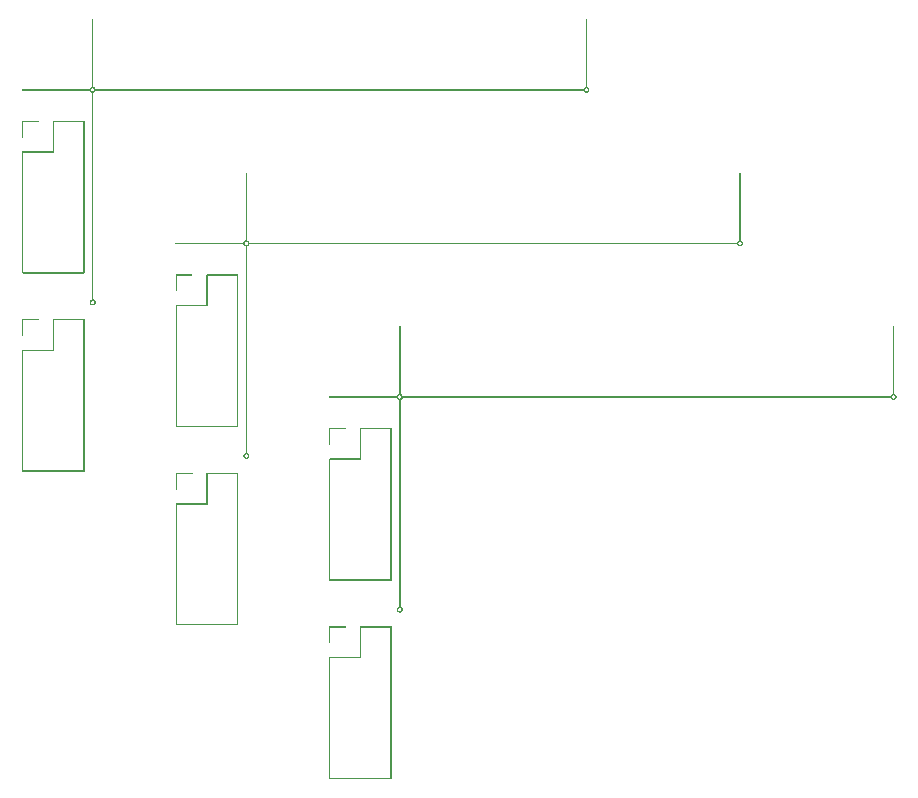
<source format=gto>
%MOIN*%
%OFA0B0*%
%FSLAX44Y44*%
%IPPOS*%
%LPD*%
G36*
X00002440Y00029897D02*
G01*
X00002448Y00029897D01*
X00002454Y00029902D01*
X00002459Y00029907D01*
X00002463Y00029914D01*
X00002464Y00029921D01*
X00002463Y00029928D01*
X00002459Y00029935D01*
X00002454Y00029940D01*
X00002448Y00029943D01*
X00002440Y00029945D01*
X00002433Y00029943D01*
X00002426Y00029940D01*
X00002421Y00029935D01*
X00002418Y00029928D01*
X00002417Y00029921D01*
X00002418Y00029914D01*
X00002421Y00029907D01*
X00002426Y00029902D01*
X00002433Y00029897D01*
X00002440Y00029897D01*
G37*
G36*
X00002440Y00029897D02*
G01*
X00002448Y00029897D01*
X00002454Y00029902D01*
X00002459Y00029907D01*
X00002463Y00029914D01*
X00002464Y00029921D01*
X00002462Y00029937D01*
X00002461Y00029945D01*
X00002458Y00029952D01*
X00002452Y00029956D01*
X00002446Y00029960D01*
X00002438Y00029960D01*
X00002431Y00029960D01*
X00002425Y00029956D01*
X00002419Y00029952D01*
X00002416Y00029945D01*
X00002415Y00029937D01*
X00002417Y00029921D01*
X00002418Y00029914D01*
X00002421Y00029907D01*
X00002426Y00029902D01*
X00002433Y00029897D01*
X00002440Y00029897D01*
G37*
G36*
X00002438Y00029914D02*
G01*
X00002446Y00029915D01*
X00002452Y00029919D01*
X00002458Y00029924D01*
X00002461Y00029931D01*
X00002462Y00029937D01*
X00002461Y00029945D01*
X00002455Y00029960D01*
X00002452Y00029968D01*
X00002447Y00029972D01*
X00002440Y00029976D01*
X00002433Y00029977D01*
X00002426Y00029976D01*
X00002419Y00029972D01*
X00002414Y00029968D01*
X00002410Y00029960D01*
X00002409Y00029954D01*
X00002410Y00029947D01*
X00002416Y00029931D01*
X00002419Y00029924D01*
X00002425Y00029919D01*
X00002431Y00029915D01*
X00002438Y00029914D01*
G37*
G36*
X00002433Y00029930D02*
G01*
X00002440Y00029931D01*
X00002447Y00029935D01*
X00002452Y00029940D01*
X00002455Y00029947D01*
X00002457Y00029954D01*
X00002455Y00029960D01*
X00002452Y00029968D01*
X00002443Y00029982D01*
X00002438Y00029988D01*
X00002431Y00029991D01*
X00002424Y00029992D01*
X00002417Y00029991D01*
X00002410Y00029988D01*
X00002405Y00029982D01*
X00002402Y00029976D01*
X00002401Y00029968D01*
X00002402Y00029960D01*
X00002405Y00029955D01*
X00002414Y00029940D01*
X00002419Y00029935D01*
X00002426Y00029931D01*
X00002433Y00029930D01*
G37*
G36*
X00002424Y00029945D02*
G01*
X00002431Y00029946D01*
X00002438Y00029949D01*
X00002443Y00029955D01*
X00002447Y00029960D01*
X00002448Y00029968D01*
X00002447Y00029976D01*
X00002443Y00029982D01*
X00002432Y00029995D01*
X00002426Y00029999D01*
X00002420Y00030003D01*
X00002412Y00030005D01*
X00002405Y00030003D01*
X00002399Y00029999D01*
X00002393Y00029995D01*
X00002390Y00029988D01*
X00002389Y00029980D01*
X00002390Y00029974D01*
X00002393Y00029967D01*
X00002405Y00029955D01*
X00002410Y00029949D01*
X00002417Y00029946D01*
X00002424Y00029945D01*
G37*
G36*
X00002412Y00029956D02*
G01*
X00002420Y00029958D01*
X00002426Y00029962D01*
X00002432Y00029967D01*
X00002435Y00029974D01*
X00002436Y00029980D01*
X00002435Y00029988D01*
X00002432Y00029995D01*
X00002426Y00029999D01*
X00002412Y00030010D01*
X00002406Y00030013D01*
X00002398Y00030014D01*
X00002391Y00030013D01*
X00002384Y00030010D01*
X00002379Y00030003D01*
X00002376Y00029998D01*
X00002375Y00029990D01*
X00002376Y00029983D01*
X00002379Y00029976D01*
X00002384Y00029971D01*
X00002399Y00029962D01*
X00002405Y00029958D01*
X00002412Y00029956D01*
G37*
G36*
X00002398Y00029967D02*
G01*
X00002406Y00029968D01*
X00002412Y00029971D01*
X00002417Y00029976D01*
X00002421Y00029983D01*
X00002422Y00029990D01*
X00002421Y00029998D01*
X00002417Y00030003D01*
X00002412Y00030010D01*
X00002406Y00030013D01*
X00002390Y00030019D01*
X00002383Y00030019D01*
X00002375Y00030019D01*
X00002369Y00030015D01*
X00002363Y00030011D01*
X00002361Y00030003D01*
X00002360Y00029996D01*
X00002361Y00029989D01*
X00002363Y00029983D01*
X00002369Y00029977D01*
X00002375Y00029974D01*
X00002391Y00029968D01*
X00002398Y00029967D01*
G37*
G36*
X00002383Y00029972D02*
G01*
X00002390Y00029974D01*
X00002396Y00029977D01*
X00002402Y00029983D01*
X00002405Y00029989D01*
X00002406Y00029996D01*
X00002405Y00030003D01*
X00002402Y00030011D01*
X00002396Y00030015D01*
X00002390Y00030019D01*
X00002373Y00030022D01*
X00002366Y00030023D01*
X00002359Y00030022D01*
X00002353Y00030019D01*
X00002348Y00030013D01*
X00002344Y00030007D01*
X00002343Y00029999D01*
X00002344Y00029992D01*
X00002348Y00029986D01*
X00002353Y00029980D01*
X00002359Y00029976D01*
X00002375Y00029974D01*
X00002383Y00029972D01*
G37*
G36*
X00002350Y00029975D02*
G01*
X00002366Y00029976D01*
X00002373Y00029976D01*
X00002380Y00029980D01*
X00002385Y00029986D01*
X00002388Y00029992D01*
X00002389Y00029999D01*
X00002388Y00030007D01*
X00002385Y00030013D01*
X00002380Y00030019D01*
X00002373Y00030022D01*
X00002366Y00030023D01*
X00002350Y00030022D01*
X00002342Y00030021D01*
X00002336Y00030017D01*
X00002331Y00030011D01*
X00002327Y00030006D01*
X00002326Y00029998D01*
X00002327Y00029991D01*
X00002331Y00029984D01*
X00002336Y00029979D01*
X00002342Y00029976D01*
X00002350Y00029975D01*
G37*
G36*
X00002333Y00029970D02*
G01*
X00002341Y00029972D01*
X00002357Y00029976D01*
X00002363Y00029979D01*
X00002368Y00029984D01*
X00002371Y00029991D01*
X00002372Y00029998D01*
X00002371Y00030006D01*
X00002368Y00030011D01*
X00002363Y00030017D01*
X00002357Y00030021D01*
X00002350Y00030022D01*
X00002342Y00030021D01*
X00002326Y00030017D01*
X00002319Y00030013D01*
X00002314Y00030007D01*
X00002311Y00030001D01*
X00002310Y00029994D01*
X00002311Y00029987D01*
X00002314Y00029980D01*
X00002319Y00029975D01*
X00002326Y00029972D01*
X00002333Y00029970D01*
G37*
G36*
X00002318Y00029962D02*
G01*
X00002326Y00029964D01*
X00002332Y00029967D01*
X00002347Y00029975D01*
X00002352Y00029980D01*
X00002356Y00029987D01*
X00002357Y00029994D01*
X00002356Y00030001D01*
X00002352Y00030007D01*
X00002347Y00030013D01*
X00002341Y00030017D01*
X00002333Y00030017D01*
X00002326Y00030017D01*
X00002319Y00030013D01*
X00002304Y00030005D01*
X00002299Y00029999D01*
X00002296Y00029993D01*
X00002295Y00029986D01*
X00002296Y00029979D01*
X00002299Y00029972D01*
X00002304Y00029967D01*
X00002311Y00029964D01*
X00002318Y00029962D01*
G37*
G36*
X00002305Y00029951D02*
G01*
X00002313Y00029953D01*
X00002319Y00029956D01*
X00002332Y00029967D01*
X00002337Y00029972D01*
X00002341Y00029979D01*
X00002342Y00029986D01*
X00002341Y00029993D01*
X00002337Y00029999D01*
X00002332Y00030005D01*
X00002326Y00030009D01*
X00002318Y00030010D01*
X00002311Y00030009D01*
X00002304Y00030005D01*
X00002291Y00029994D01*
X00002286Y00029989D01*
X00002283Y00029982D01*
X00002282Y00029975D01*
X00002283Y00029968D01*
X00002286Y00029960D01*
X00002291Y00029956D01*
X00002298Y00029953D01*
X00002305Y00029951D01*
G37*
G36*
X00002295Y00029937D02*
G01*
X00002302Y00029939D01*
X00002309Y00029942D01*
X00002314Y00029948D01*
X00002324Y00029960D01*
X00002328Y00029968D01*
X00002329Y00029975D01*
X00002328Y00029982D01*
X00002324Y00029989D01*
X00002319Y00029994D01*
X00002313Y00029998D01*
X00002305Y00029998D01*
X00002298Y00029998D01*
X00002291Y00029994D01*
X00002286Y00029989D01*
X00002276Y00029975D01*
X00002273Y00029968D01*
X00002271Y00029960D01*
X00002273Y00029954D01*
X00002276Y00029948D01*
X00002281Y00029942D01*
X00002288Y00029939D01*
X00002295Y00029937D01*
G37*
G36*
X00002288Y00029922D02*
G01*
X00002295Y00029924D01*
X00002302Y00029927D01*
X00002307Y00029932D01*
X00002310Y00029939D01*
X00002318Y00029954D01*
X00002319Y00029960D01*
X00002318Y00029968D01*
X00002314Y00029975D01*
X00002309Y00029980D01*
X00002302Y00029984D01*
X00002295Y00029984D01*
X00002288Y00029984D01*
X00002281Y00029980D01*
X00002276Y00029975D01*
X00002273Y00029968D01*
X00002265Y00029953D01*
X00002264Y00029946D01*
X00002265Y00029939D01*
X00002269Y00029932D01*
X00002274Y00029927D01*
X00002281Y00029924D01*
X00002288Y00029922D01*
G37*
G36*
X00002284Y00029906D02*
G01*
X00002292Y00029907D01*
X00002298Y00029910D01*
X00002303Y00029916D01*
X00002307Y00029922D01*
X00002310Y00029939D01*
X00002312Y00029946D01*
X00002310Y00029953D01*
X00002307Y00029960D01*
X00002302Y00029964D01*
X00002295Y00029968D01*
X00002288Y00029970D01*
X00002281Y00029968D01*
X00002274Y00029964D01*
X00002269Y00029960D01*
X00002265Y00029953D01*
X00002262Y00029937D01*
X00002261Y00029929D01*
X00002262Y00029922D01*
X00002265Y00029916D01*
X00002270Y00029910D01*
X00002277Y00029907D01*
X00002284Y00029906D01*
G37*
G36*
X00002284Y00029889D02*
G01*
X00002292Y00029890D01*
X00002298Y00029893D01*
X00002303Y00029897D01*
X00002307Y00029905D01*
X00002308Y00029912D01*
X00002308Y00029929D01*
X00002307Y00029937D01*
X00002303Y00029943D01*
X00002298Y00029949D01*
X00002292Y00029952D01*
X00002284Y00029953D01*
X00002277Y00029952D01*
X00002270Y00029949D01*
X00002265Y00029943D01*
X00002262Y00029937D01*
X00002261Y00029929D01*
X00002261Y00029912D01*
X00002262Y00029905D01*
X00002265Y00029897D01*
X00002270Y00029893D01*
X00002277Y00029890D01*
X00002284Y00029889D01*
G37*
G36*
X00002288Y00029872D02*
G01*
X00002295Y00029873D01*
X00002302Y00029876D01*
X00002307Y00029882D01*
X00002310Y00029887D01*
X00002312Y00029895D01*
X00002310Y00029903D01*
X00002307Y00029920D01*
X00002303Y00029926D01*
X00002298Y00029931D01*
X00002292Y00029935D01*
X00002284Y00029935D01*
X00002277Y00029935D01*
X00002270Y00029931D01*
X00002265Y00029926D01*
X00002262Y00029920D01*
X00002261Y00029912D01*
X00002262Y00029905D01*
X00002265Y00029887D01*
X00002269Y00029882D01*
X00002274Y00029876D01*
X00002281Y00029873D01*
X00002288Y00029872D01*
G37*
G36*
X00002295Y00029856D02*
G01*
X00002302Y00029857D01*
X00002309Y00029860D01*
X00002314Y00029866D01*
X00002318Y00029873D01*
X00002319Y00029879D01*
X00002318Y00029887D01*
X00002310Y00029903D01*
X00002307Y00029910D01*
X00002302Y00029915D01*
X00002295Y00029918D01*
X00002288Y00029919D01*
X00002281Y00029918D01*
X00002274Y00029915D01*
X00002269Y00029910D01*
X00002265Y00029903D01*
X00002264Y00029895D01*
X00002265Y00029887D01*
X00002273Y00029873D01*
X00002276Y00029866D01*
X00002281Y00029860D01*
X00002288Y00029857D01*
X00002295Y00029856D01*
G37*
G36*
X00002305Y00029843D02*
G01*
X00002313Y00029844D01*
X00002319Y00029848D01*
X00002324Y00029852D01*
X00002328Y00029859D01*
X00002329Y00029867D01*
X00002328Y00029874D01*
X00002324Y00029881D01*
X00002314Y00029894D01*
X00002309Y00029899D01*
X00002302Y00029903D01*
X00002295Y00029904D01*
X00002288Y00029903D01*
X00002281Y00029899D01*
X00002276Y00029894D01*
X00002273Y00029887D01*
X00002271Y00029879D01*
X00002273Y00029873D01*
X00002276Y00029866D01*
X00002286Y00029852D01*
X00002291Y00029848D01*
X00002298Y00029844D01*
X00002305Y00029843D01*
G37*
G36*
X00002318Y00029832D02*
G01*
X00002326Y00029833D01*
X00002332Y00029836D01*
X00002337Y00029842D01*
X00002341Y00029848D01*
X00002342Y00029855D01*
X00002341Y00029863D01*
X00002337Y00029870D01*
X00002332Y00029875D01*
X00002319Y00029886D01*
X00002313Y00029889D01*
X00002305Y00029890D01*
X00002298Y00029889D01*
X00002291Y00029886D01*
X00002286Y00029881D01*
X00002283Y00029874D01*
X00002282Y00029867D01*
X00002283Y00029859D01*
X00002286Y00029852D01*
X00002291Y00029848D01*
X00002304Y00029836D01*
X00002311Y00029833D01*
X00002318Y00029832D01*
G37*
G36*
X00002333Y00029824D02*
G01*
X00002341Y00029825D01*
X00002347Y00029829D01*
X00002352Y00029834D01*
X00002356Y00029840D01*
X00002357Y00029848D01*
X00002356Y00029855D01*
X00002352Y00029862D01*
X00002347Y00029867D01*
X00002332Y00029875D01*
X00002326Y00029878D01*
X00002318Y00029878D01*
X00002311Y00029878D01*
X00002304Y00029875D01*
X00002299Y00029870D01*
X00002296Y00029863D01*
X00002295Y00029855D01*
X00002296Y00029848D01*
X00002299Y00029842D01*
X00002304Y00029836D01*
X00002319Y00029829D01*
X00002326Y00029825D01*
X00002333Y00029824D01*
G37*
G36*
X00002350Y00029820D02*
G01*
X00002357Y00029821D01*
X00002363Y00029824D01*
X00002368Y00029829D01*
X00002371Y00029836D01*
X00002372Y00029843D01*
X00002371Y00029850D01*
X00002368Y00029856D01*
X00002363Y00029862D01*
X00002357Y00029866D01*
X00002341Y00029870D01*
X00002333Y00029871D01*
X00002326Y00029870D01*
X00002319Y00029867D01*
X00002314Y00029862D01*
X00002311Y00029855D01*
X00002310Y00029848D01*
X00002311Y00029840D01*
X00002314Y00029834D01*
X00002319Y00029829D01*
X00002326Y00029825D01*
X00002342Y00029821D01*
X00002350Y00029820D01*
G37*
G36*
X00002366Y00029819D02*
G01*
X00002373Y00029820D01*
X00002380Y00029823D01*
X00002385Y00029828D01*
X00002388Y00029835D01*
X00002389Y00029842D01*
X00002388Y00029850D01*
X00002385Y00029855D01*
X00002380Y00029860D01*
X00002373Y00029865D01*
X00002366Y00029866D01*
X00002350Y00029867D01*
X00002342Y00029866D01*
X00002336Y00029862D01*
X00002331Y00029856D01*
X00002327Y00029850D01*
X00002326Y00029843D01*
X00002327Y00029836D01*
X00002331Y00029829D01*
X00002336Y00029824D01*
X00002342Y00029821D01*
X00002350Y00029820D01*
X00002366Y00029819D01*
G37*
G36*
X00002366Y00029819D02*
G01*
X00002373Y00029820D01*
X00002390Y00029823D01*
X00002396Y00029826D01*
X00002402Y00029831D01*
X00002405Y00029838D01*
X00002406Y00029844D01*
X00002405Y00029852D01*
X00002402Y00029859D01*
X00002396Y00029864D01*
X00002390Y00029867D01*
X00002383Y00029869D01*
X00002375Y00029867D01*
X00002359Y00029865D01*
X00002353Y00029860D01*
X00002348Y00029855D01*
X00002344Y00029850D01*
X00002343Y00029842D01*
X00002344Y00029835D01*
X00002348Y00029828D01*
X00002353Y00029823D01*
X00002359Y00029820D01*
X00002366Y00029819D01*
G37*
G36*
X00002383Y00029821D02*
G01*
X00002390Y00029823D01*
X00002406Y00029829D01*
X00002412Y00029832D01*
X00002417Y00029836D01*
X00002421Y00029844D01*
X00002422Y00029851D01*
X00002421Y00029859D01*
X00002417Y00029865D01*
X00002412Y00029870D01*
X00002406Y00029874D01*
X00002398Y00029875D01*
X00002391Y00029874D01*
X00002375Y00029867D01*
X00002369Y00029864D01*
X00002363Y00029859D01*
X00002361Y00029852D01*
X00002360Y00029844D01*
X00002361Y00029838D01*
X00002363Y00029831D01*
X00002369Y00029826D01*
X00002375Y00029823D01*
X00002383Y00029821D01*
G37*
G36*
X00002398Y00029828D02*
G01*
X00002406Y00029829D01*
X00002412Y00029832D01*
X00002426Y00029842D01*
X00002432Y00029847D01*
X00002435Y00029854D01*
X00002436Y00029860D01*
X00002435Y00029868D01*
X00002432Y00029875D01*
X00002426Y00029879D01*
X00002420Y00029883D01*
X00002412Y00029883D01*
X00002405Y00029883D01*
X00002399Y00029879D01*
X00002384Y00029870D01*
X00002379Y00029865D01*
X00002376Y00029859D01*
X00002375Y00029851D01*
X00002376Y00029844D01*
X00002379Y00029836D01*
X00002384Y00029832D01*
X00002391Y00029829D01*
X00002398Y00029828D01*
G37*
G36*
X00002412Y00029836D02*
G01*
X00002420Y00029838D01*
X00002426Y00029842D01*
X00002432Y00029847D01*
X00002443Y00029859D01*
X00002447Y00029866D01*
X00002448Y00029873D01*
X00002447Y00029881D01*
X00002443Y00029887D01*
X00002438Y00029891D01*
X00002431Y00029895D01*
X00002424Y00029897D01*
X00002417Y00029895D01*
X00002410Y00029891D01*
X00002405Y00029887D01*
X00002393Y00029875D01*
X00002390Y00029868D01*
X00002389Y00029860D01*
X00002390Y00029854D01*
X00002393Y00029847D01*
X00002399Y00029842D01*
X00002405Y00029838D01*
X00002412Y00029836D01*
G37*
G36*
X00002424Y00029850D02*
G01*
X00002431Y00029851D01*
X00002438Y00029854D01*
X00002443Y00029859D01*
X00002452Y00029874D01*
X00002455Y00029881D01*
X00002457Y00029887D01*
X00002455Y00029895D01*
X00002452Y00029902D01*
X00002447Y00029907D01*
X00002440Y00029910D01*
X00002433Y00029911D01*
X00002426Y00029910D01*
X00002419Y00029907D01*
X00002414Y00029902D01*
X00002405Y00029887D01*
X00002402Y00029881D01*
X00002401Y00029873D01*
X00002402Y00029866D01*
X00002405Y00029859D01*
X00002410Y00029854D01*
X00002417Y00029851D01*
X00002424Y00029850D01*
G37*
G36*
X00002433Y00029864D02*
G01*
X00002440Y00029865D01*
X00002447Y00029869D01*
X00002452Y00029874D01*
X00002455Y00029881D01*
X00002461Y00029897D01*
X00002462Y00029904D01*
X00002461Y00029911D01*
X00002458Y00029918D01*
X00002452Y00029923D01*
X00002446Y00029926D01*
X00002438Y00029928D01*
X00002431Y00029926D01*
X00002425Y00029923D01*
X00002419Y00029918D01*
X00002416Y00029911D01*
X00002410Y00029895D01*
X00002409Y00029887D01*
X00002410Y00029881D01*
X00002414Y00029874D01*
X00002419Y00029869D01*
X00002426Y00029865D01*
X00002433Y00029864D01*
G37*
G36*
X00002438Y00029879D02*
G01*
X00002446Y00029881D01*
X00002452Y00029885D01*
X00002458Y00029890D01*
X00002461Y00029897D01*
X00002462Y00029904D01*
X00002464Y00029921D01*
X00002463Y00029928D01*
X00002459Y00029935D01*
X00002454Y00029940D01*
X00002448Y00029943D01*
X00002440Y00029945D01*
X00002433Y00029943D01*
X00002426Y00029940D01*
X00002421Y00029935D01*
X00002418Y00029928D01*
X00002417Y00029921D01*
X00002415Y00029904D01*
X00002416Y00029897D01*
X00002419Y00029890D01*
X00002425Y00029885D01*
X00002431Y00029881D01*
X00002438Y00029879D01*
G37*
G36*
X00002362Y00029976D02*
G01*
X00002369Y00029976D01*
X00002375Y00029980D01*
X00002381Y00029986D01*
X00002384Y00029992D01*
X00002385Y00029999D01*
X00002385Y00036929D01*
X00002384Y00036936D01*
X00002381Y00036943D01*
X00002375Y00036948D01*
X00002369Y00036951D01*
X00002362Y00036952D01*
X00002355Y00036951D01*
X00002349Y00036948D01*
X00002343Y00036943D01*
X00002340Y00036936D01*
X00002339Y00036929D01*
X00002339Y00029999D01*
X00002340Y00029992D01*
X00002343Y00029986D01*
X00002349Y00029980D01*
X00002355Y00029976D01*
X00002362Y00029976D01*
G37*
G36*
X00018818Y00037062D02*
G01*
X00018825Y00037063D01*
X00018832Y00037066D01*
X00018837Y00037071D01*
X00018841Y00037078D01*
X00018842Y00037085D01*
X00018842Y00039369D01*
X00018794Y00039369D01*
X00018794Y00037085D01*
X00018796Y00037078D01*
X00018798Y00037071D01*
X00018804Y00037066D01*
X00018811Y00037063D01*
X00018818Y00037062D01*
G37*
G36*
X00018738Y00036984D02*
G01*
X00018747Y00036985D01*
X00018753Y00036988D01*
X00018759Y00036994D01*
X00018762Y00037000D01*
X00018763Y00037007D01*
X00018762Y00037014D01*
X00018759Y00037020D01*
X00018753Y00037026D01*
X00018747Y00037029D01*
X00018738Y00037030D01*
X00002440Y00037030D01*
X00002433Y00037029D01*
X00002426Y00037026D01*
X00002421Y00037020D01*
X00002418Y00037014D01*
X00002417Y00037007D01*
X00002418Y00037000D01*
X00002421Y00036994D01*
X00002426Y00036988D01*
X00002433Y00036985D01*
X00002440Y00036984D01*
X00018738Y00036984D01*
G37*
G36*
X00018897Y00036984D02*
G01*
X00018904Y00036985D01*
X00018910Y00036988D01*
X00018916Y00036994D01*
X00018918Y00037000D01*
X00018920Y00037007D01*
X00018918Y00037014D01*
X00018916Y00037020D01*
X00018910Y00037026D01*
X00018904Y00037029D01*
X00018897Y00037030D01*
X00018890Y00037029D01*
X00018883Y00037026D01*
X00018878Y00037020D01*
X00018874Y00037014D01*
X00018873Y00037007D01*
X00018874Y00037000D01*
X00018878Y00036994D01*
X00018883Y00036988D01*
X00018890Y00036985D01*
X00018897Y00036984D01*
G37*
G36*
X00018897Y00036984D02*
G01*
X00018904Y00036985D01*
X00018910Y00036988D01*
X00018916Y00036994D01*
X00018918Y00037000D01*
X00018920Y00037007D01*
X00018918Y00037023D01*
X00018918Y00037031D01*
X00018914Y00037037D01*
X00018908Y00037043D01*
X00018902Y00037046D01*
X00018895Y00037047D01*
X00018888Y00037046D01*
X00018881Y00037043D01*
X00018876Y00037037D01*
X00018873Y00037031D01*
X00018871Y00037023D01*
X00018873Y00037007D01*
X00018874Y00037000D01*
X00018878Y00036994D01*
X00018883Y00036988D01*
X00018890Y00036985D01*
X00018897Y00036984D01*
G37*
G36*
X00018895Y00037001D02*
G01*
X00018902Y00037002D01*
X00018908Y00037005D01*
X00018914Y00037010D01*
X00018918Y00037016D01*
X00018918Y00037023D01*
X00018918Y00037031D01*
X00018912Y00037047D01*
X00018908Y00037053D01*
X00018904Y00037059D01*
X00018897Y00037062D01*
X00018890Y00037063D01*
X00018882Y00037062D01*
X00018876Y00037059D01*
X00018871Y00037053D01*
X00018867Y00037047D01*
X00018866Y00037040D01*
X00018867Y00037032D01*
X00018873Y00037016D01*
X00018876Y00037010D01*
X00018881Y00037005D01*
X00018888Y00037002D01*
X00018895Y00037001D01*
G37*
G36*
X00018890Y00037016D02*
G01*
X00018897Y00037017D01*
X00018904Y00037020D01*
X00018908Y00037026D01*
X00018912Y00037032D01*
X00018912Y00037040D01*
X00018912Y00037047D01*
X00018908Y00037053D01*
X00018900Y00037068D01*
X00018895Y00037073D01*
X00018888Y00037077D01*
X00018881Y00037078D01*
X00018874Y00037077D01*
X00018867Y00037073D01*
X00018862Y00037068D01*
X00018858Y00037061D01*
X00018856Y00037054D01*
X00018858Y00037047D01*
X00018862Y00037040D01*
X00018871Y00037026D01*
X00018876Y00037020D01*
X00018882Y00037017D01*
X00018890Y00037016D01*
G37*
G36*
X00018881Y00037031D02*
G01*
X00018888Y00037032D01*
X00018895Y00037035D01*
X00018900Y00037040D01*
X00018903Y00037047D01*
X00018904Y00037054D01*
X00018903Y00037061D01*
X00018900Y00037068D01*
X00018888Y00037080D01*
X00018883Y00037086D01*
X00018876Y00037089D01*
X00018869Y00037089D01*
X00018862Y00037089D01*
X00018854Y00037086D01*
X00018850Y00037080D01*
X00018847Y00037074D01*
X00018846Y00037067D01*
X00018847Y00037059D01*
X00018850Y00037053D01*
X00018862Y00037040D01*
X00018867Y00037035D01*
X00018874Y00037032D01*
X00018881Y00037031D01*
G37*
G36*
X00018869Y00037043D02*
G01*
X00018876Y00037044D01*
X00018883Y00037047D01*
X00018888Y00037053D01*
X00018892Y00037059D01*
X00018893Y00037067D01*
X00018892Y00037074D01*
X00018888Y00037080D01*
X00018883Y00037086D01*
X00018869Y00037095D01*
X00018862Y00037099D01*
X00018854Y00037100D01*
X00018848Y00037099D01*
X00018841Y00037095D01*
X00018836Y00037089D01*
X00018833Y00037083D01*
X00018831Y00037076D01*
X00018833Y00037069D01*
X00018836Y00037062D01*
X00018841Y00037057D01*
X00018854Y00037047D01*
X00018862Y00037044D01*
X00018869Y00037043D01*
G37*
G36*
X00018854Y00037052D02*
G01*
X00018862Y00037054D01*
X00018869Y00037057D01*
X00018874Y00037062D01*
X00018878Y00037069D01*
X00018879Y00037076D01*
X00018878Y00037083D01*
X00018874Y00037089D01*
X00018869Y00037095D01*
X00018862Y00037099D01*
X00018847Y00037105D01*
X00018839Y00037105D01*
X00018832Y00037105D01*
X00018825Y00037101D01*
X00018820Y00037096D01*
X00018817Y00037089D01*
X00018816Y00037082D01*
X00018817Y00037075D01*
X00018820Y00037068D01*
X00018825Y00037063D01*
X00018832Y00037060D01*
X00018848Y00037054D01*
X00018854Y00037052D01*
G37*
G36*
X00018839Y00037059D02*
G01*
X00018847Y00037060D01*
X00018852Y00037063D01*
X00018858Y00037068D01*
X00018862Y00037075D01*
X00018863Y00037082D01*
X00018862Y00037089D01*
X00018858Y00037096D01*
X00018852Y00037101D01*
X00018847Y00037105D01*
X00018830Y00037108D01*
X00018822Y00037109D01*
X00018815Y00037108D01*
X00018809Y00037104D01*
X00018803Y00037099D01*
X00018800Y00037092D01*
X00018798Y00037085D01*
X00018800Y00037078D01*
X00018803Y00037071D01*
X00018809Y00037066D01*
X00018815Y00037063D01*
X00018832Y00037060D01*
X00018839Y00037059D01*
G37*
G36*
X00018805Y00037061D02*
G01*
X00018822Y00037061D01*
X00018830Y00037063D01*
X00018836Y00037066D01*
X00018842Y00037071D01*
X00018845Y00037078D01*
X00018846Y00037085D01*
X00018845Y00037092D01*
X00018842Y00037099D01*
X00018836Y00037104D01*
X00018830Y00037108D01*
X00018822Y00037109D01*
X00018805Y00037108D01*
X00018798Y00037107D01*
X00018792Y00037103D01*
X00018786Y00037097D01*
X00018783Y00037092D01*
X00018782Y00037084D01*
X00018783Y00037077D01*
X00018786Y00037070D01*
X00018792Y00037065D01*
X00018798Y00037062D01*
X00018805Y00037061D01*
G37*
G36*
X00018788Y00037056D02*
G01*
X00018796Y00037057D01*
X00018813Y00037062D01*
X00018819Y00037065D01*
X00018825Y00037070D01*
X00018828Y00037077D01*
X00018829Y00037084D01*
X00018828Y00037092D01*
X00018825Y00037097D01*
X00018819Y00037103D01*
X00018813Y00037107D01*
X00018805Y00037108D01*
X00018798Y00037107D01*
X00018782Y00037101D01*
X00018775Y00037099D01*
X00018770Y00037093D01*
X00018767Y00037087D01*
X00018765Y00037080D01*
X00018767Y00037072D01*
X00018770Y00037066D01*
X00018775Y00037061D01*
X00018782Y00037057D01*
X00018788Y00037056D01*
G37*
G36*
X00018774Y00037048D02*
G01*
X00018781Y00037049D01*
X00018788Y00037053D01*
X00018803Y00037061D01*
X00018808Y00037066D01*
X00018812Y00037072D01*
X00018813Y00037080D01*
X00018812Y00037087D01*
X00018808Y00037093D01*
X00018803Y00037099D01*
X00018796Y00037101D01*
X00018788Y00037103D01*
X00018782Y00037101D01*
X00018775Y00037099D01*
X00018760Y00037091D01*
X00018755Y00037086D01*
X00018752Y00037079D01*
X00018750Y00037072D01*
X00018752Y00037064D01*
X00018755Y00037058D01*
X00018760Y00037053D01*
X00018767Y00037049D01*
X00018774Y00037048D01*
G37*
G36*
X00018761Y00037037D02*
G01*
X00018768Y00037038D01*
X00018775Y00037042D01*
X00018788Y00037053D01*
X00018792Y00037058D01*
X00018796Y00037064D01*
X00018798Y00037072D01*
X00018796Y00037079D01*
X00018792Y00037086D01*
X00018788Y00037091D01*
X00018781Y00037093D01*
X00018774Y00037095D01*
X00018767Y00037093D01*
X00018760Y00037091D01*
X00018747Y00037080D01*
X00018742Y00037075D01*
X00018738Y00037068D01*
X00018736Y00037061D01*
X00018738Y00037053D01*
X00018742Y00037047D01*
X00018747Y00037042D01*
X00018754Y00037038D01*
X00018761Y00037037D01*
G37*
G36*
X00018751Y00037023D02*
G01*
X00018758Y00037025D01*
X00018765Y00037028D01*
X00018770Y00037033D01*
X00018780Y00037047D01*
X00018783Y00037053D01*
X00018785Y00037061D01*
X00018783Y00037068D01*
X00018780Y00037075D01*
X00018775Y00037080D01*
X00018768Y00037083D01*
X00018761Y00037084D01*
X00018754Y00037083D01*
X00018747Y00037080D01*
X00018742Y00037075D01*
X00018732Y00037061D01*
X00018728Y00037054D01*
X00018726Y00037047D01*
X00018728Y00037040D01*
X00018732Y00037033D01*
X00018736Y00037028D01*
X00018743Y00037025D01*
X00018751Y00037023D01*
G37*
G36*
X00018744Y00037008D02*
G01*
X00018751Y00037008D01*
X00018757Y00037012D01*
X00018763Y00037018D01*
X00018766Y00037024D01*
X00018773Y00037040D01*
X00018774Y00037047D01*
X00018773Y00037054D01*
X00018770Y00037061D01*
X00018765Y00037066D01*
X00018758Y00037070D01*
X00018751Y00037071D01*
X00018743Y00037070D01*
X00018736Y00037066D01*
X00018732Y00037061D01*
X00018728Y00037054D01*
X00018721Y00037039D01*
X00018720Y00037032D01*
X00018721Y00037024D01*
X00018724Y00037018D01*
X00018730Y00037012D01*
X00018736Y00037008D01*
X00018744Y00037008D01*
G37*
G36*
X00018740Y00036992D02*
G01*
X00018747Y00036994D01*
X00018754Y00036997D01*
X00018759Y00037002D01*
X00018762Y00037008D01*
X00018766Y00037024D01*
X00018767Y00037032D01*
X00018766Y00037039D01*
X00018763Y00037046D01*
X00018757Y00037051D01*
X00018751Y00037054D01*
X00018744Y00037055D01*
X00018736Y00037054D01*
X00018730Y00037051D01*
X00018724Y00037046D01*
X00018721Y00037039D01*
X00018717Y00037022D01*
X00018716Y00037015D01*
X00018717Y00037008D01*
X00018721Y00037002D01*
X00018726Y00036997D01*
X00018732Y00036994D01*
X00018740Y00036992D01*
G37*
G36*
X00018740Y00036975D02*
G01*
X00018747Y00036977D01*
X00018754Y00036980D01*
X00018759Y00036985D01*
X00018762Y00036992D01*
X00018764Y00036999D01*
X00018764Y00037015D01*
X00018762Y00037022D01*
X00018759Y00037029D01*
X00018754Y00037034D01*
X00018747Y00037037D01*
X00018740Y00037039D01*
X00018732Y00037037D01*
X00018726Y00037034D01*
X00018721Y00037029D01*
X00018717Y00037022D01*
X00018716Y00037015D01*
X00018716Y00036999D01*
X00018717Y00036992D01*
X00018721Y00036985D01*
X00018726Y00036980D01*
X00018732Y00036977D01*
X00018740Y00036975D01*
G37*
G36*
X00018744Y00036959D02*
G01*
X00018751Y00036960D01*
X00018757Y00036963D01*
X00018763Y00036968D01*
X00018766Y00036975D01*
X00018767Y00036981D01*
X00018766Y00036989D01*
X00018762Y00037006D01*
X00018759Y00037012D01*
X00018754Y00037017D01*
X00018747Y00037020D01*
X00018740Y00037022D01*
X00018732Y00037020D01*
X00018726Y00037017D01*
X00018721Y00037012D01*
X00018717Y00037006D01*
X00018716Y00036999D01*
X00018717Y00036992D01*
X00018721Y00036975D01*
X00018724Y00036968D01*
X00018730Y00036963D01*
X00018736Y00036960D01*
X00018744Y00036959D01*
G37*
G36*
X00018751Y00036943D02*
G01*
X00018758Y00036944D01*
X00018765Y00036948D01*
X00018770Y00036953D01*
X00018773Y00036960D01*
X00018774Y00036967D01*
X00018773Y00036973D01*
X00018766Y00036989D01*
X00018763Y00036996D01*
X00018757Y00037001D01*
X00018751Y00037005D01*
X00018744Y00037006D01*
X00018736Y00037005D01*
X00018730Y00037001D01*
X00018724Y00036996D01*
X00018721Y00036989D01*
X00018720Y00036981D01*
X00018721Y00036975D01*
X00018728Y00036960D01*
X00018732Y00036953D01*
X00018736Y00036948D01*
X00018743Y00036944D01*
X00018751Y00036943D01*
G37*
G36*
X00018761Y00036930D02*
G01*
X00018768Y00036931D01*
X00018775Y00036934D01*
X00018780Y00036939D01*
X00018783Y00036946D01*
X00018785Y00036953D01*
X00018783Y00036961D01*
X00018780Y00036967D01*
X00018770Y00036981D01*
X00018765Y00036985D01*
X00018758Y00036989D01*
X00018751Y00036991D01*
X00018743Y00036989D01*
X00018736Y00036985D01*
X00018732Y00036981D01*
X00018728Y00036973D01*
X00018726Y00036967D01*
X00018728Y00036960D01*
X00018732Y00036953D01*
X00018742Y00036939D01*
X00018747Y00036934D01*
X00018754Y00036931D01*
X00018761Y00036930D01*
G37*
G36*
X00018774Y00036919D02*
G01*
X00018781Y00036920D01*
X00018788Y00036923D01*
X00018792Y00036928D01*
X00018796Y00036935D01*
X00018798Y00036942D01*
X00018796Y00036950D01*
X00018792Y00036956D01*
X00018788Y00036961D01*
X00018775Y00036972D01*
X00018768Y00036976D01*
X00018761Y00036977D01*
X00018754Y00036976D01*
X00018747Y00036972D01*
X00018742Y00036967D01*
X00018738Y00036961D01*
X00018736Y00036953D01*
X00018738Y00036946D01*
X00018742Y00036939D01*
X00018747Y00036934D01*
X00018760Y00036923D01*
X00018767Y00036920D01*
X00018774Y00036919D01*
G37*
G36*
X00018788Y00036911D02*
G01*
X00018796Y00036912D01*
X00018803Y00036915D01*
X00018808Y00036920D01*
X00018812Y00036927D01*
X00018813Y00036934D01*
X00018812Y00036942D01*
X00018808Y00036948D01*
X00018803Y00036953D01*
X00018788Y00036961D01*
X00018781Y00036965D01*
X00018774Y00036966D01*
X00018767Y00036965D01*
X00018760Y00036961D01*
X00018755Y00036956D01*
X00018752Y00036950D01*
X00018750Y00036942D01*
X00018752Y00036935D01*
X00018755Y00036928D01*
X00018760Y00036923D01*
X00018775Y00036915D01*
X00018782Y00036912D01*
X00018788Y00036911D01*
G37*
G36*
X00018805Y00036906D02*
G01*
X00018813Y00036907D01*
X00018819Y00036911D01*
X00018825Y00036916D01*
X00018828Y00036922D01*
X00018829Y00036930D01*
X00018828Y00036937D01*
X00018825Y00036944D01*
X00018819Y00036949D01*
X00018813Y00036952D01*
X00018796Y00036957D01*
X00018788Y00036958D01*
X00018782Y00036957D01*
X00018775Y00036953D01*
X00018770Y00036948D01*
X00018767Y00036942D01*
X00018765Y00036934D01*
X00018767Y00036927D01*
X00018770Y00036920D01*
X00018775Y00036915D01*
X00018782Y00036912D01*
X00018798Y00036907D01*
X00018805Y00036906D01*
G37*
G36*
X00018822Y00036905D02*
G01*
X00018830Y00036906D01*
X00018836Y00036910D01*
X00018842Y00036915D01*
X00018845Y00036922D01*
X00018846Y00036929D01*
X00018845Y00036936D01*
X00018842Y00036943D01*
X00018836Y00036948D01*
X00018830Y00036951D01*
X00018822Y00036953D01*
X00018805Y00036953D01*
X00018798Y00036952D01*
X00018792Y00036949D01*
X00018786Y00036944D01*
X00018783Y00036937D01*
X00018782Y00036930D01*
X00018783Y00036922D01*
X00018786Y00036916D01*
X00018792Y00036911D01*
X00018798Y00036907D01*
X00018805Y00036906D01*
X00018822Y00036905D01*
G37*
G36*
X00018822Y00036905D02*
G01*
X00018830Y00036906D01*
X00018847Y00036909D01*
X00018852Y00036913D01*
X00018858Y00036918D01*
X00018862Y00036924D01*
X00018863Y00036932D01*
X00018862Y00036939D01*
X00018858Y00036946D01*
X00018852Y00036951D01*
X00018847Y00036954D01*
X00018839Y00036955D01*
X00018832Y00036954D01*
X00018815Y00036951D01*
X00018809Y00036948D01*
X00018803Y00036943D01*
X00018800Y00036936D01*
X00018798Y00036929D01*
X00018800Y00036922D01*
X00018803Y00036915D01*
X00018809Y00036910D01*
X00018815Y00036906D01*
X00018822Y00036905D01*
G37*
G36*
X00018839Y00036908D02*
G01*
X00018847Y00036909D01*
X00018862Y00036915D01*
X00018869Y00036919D01*
X00018874Y00036924D01*
X00018878Y00036931D01*
X00018879Y00036938D01*
X00018878Y00036945D01*
X00018874Y00036952D01*
X00018869Y00036957D01*
X00018862Y00036960D01*
X00018854Y00036962D01*
X00018848Y00036960D01*
X00018832Y00036954D01*
X00018825Y00036951D01*
X00018820Y00036946D01*
X00018817Y00036939D01*
X00018816Y00036932D01*
X00018817Y00036924D01*
X00018820Y00036918D01*
X00018825Y00036913D01*
X00018832Y00036909D01*
X00018839Y00036908D01*
G37*
G36*
X00018854Y00036914D02*
G01*
X00018862Y00036915D01*
X00018869Y00036919D01*
X00018883Y00036928D01*
X00018888Y00036934D01*
X00018892Y00036940D01*
X00018893Y00036947D01*
X00018892Y00036955D01*
X00018888Y00036961D01*
X00018883Y00036967D01*
X00018876Y00036969D01*
X00018869Y00036971D01*
X00018862Y00036969D01*
X00018854Y00036967D01*
X00018841Y00036957D01*
X00018836Y00036952D01*
X00018833Y00036945D01*
X00018831Y00036938D01*
X00018833Y00036931D01*
X00018836Y00036924D01*
X00018841Y00036919D01*
X00018848Y00036915D01*
X00018854Y00036914D01*
G37*
G36*
X00018869Y00036924D02*
G01*
X00018876Y00036925D01*
X00018883Y00036928D01*
X00018888Y00036934D01*
X00018900Y00036946D01*
X00018903Y00036953D01*
X00018904Y00036960D01*
X00018903Y00036967D01*
X00018900Y00036973D01*
X00018895Y00036979D01*
X00018888Y00036981D01*
X00018881Y00036983D01*
X00018874Y00036981D01*
X00018867Y00036979D01*
X00018862Y00036973D01*
X00018850Y00036961D01*
X00018847Y00036955D01*
X00018846Y00036947D01*
X00018847Y00036940D01*
X00018850Y00036934D01*
X00018854Y00036928D01*
X00018862Y00036925D01*
X00018869Y00036924D01*
G37*
G36*
X00018881Y00036936D02*
G01*
X00018888Y00036937D01*
X00018895Y00036941D01*
X00018900Y00036946D01*
X00018908Y00036961D01*
X00018912Y00036967D01*
X00018912Y00036973D01*
X00018912Y00036981D01*
X00018908Y00036988D01*
X00018904Y00036994D01*
X00018897Y00036997D01*
X00018890Y00036998D01*
X00018882Y00036997D01*
X00018876Y00036994D01*
X00018871Y00036988D01*
X00018862Y00036973D01*
X00018858Y00036967D01*
X00018856Y00036960D01*
X00018858Y00036953D01*
X00018862Y00036946D01*
X00018867Y00036941D01*
X00018874Y00036937D01*
X00018881Y00036936D01*
G37*
G36*
X00018890Y00036951D02*
G01*
X00018897Y00036952D01*
X00018904Y00036955D01*
X00018908Y00036961D01*
X00018912Y00036967D01*
X00018918Y00036983D01*
X00018918Y00036991D01*
X00018918Y00036998D01*
X00018914Y00037004D01*
X00018908Y00037008D01*
X00018902Y00037012D01*
X00018895Y00037012D01*
X00018888Y00037012D01*
X00018881Y00037008D01*
X00018876Y00037004D01*
X00018873Y00036998D01*
X00018867Y00036981D01*
X00018866Y00036973D01*
X00018867Y00036967D01*
X00018871Y00036961D01*
X00018876Y00036955D01*
X00018882Y00036952D01*
X00018890Y00036951D01*
G37*
G36*
X00018895Y00036967D02*
G01*
X00018902Y00036968D01*
X00018908Y00036971D01*
X00018914Y00036977D01*
X00018918Y00036983D01*
X00018918Y00036991D01*
X00018920Y00037007D01*
X00018918Y00037014D01*
X00018916Y00037020D01*
X00018910Y00037026D01*
X00018904Y00037029D01*
X00018897Y00037030D01*
X00018890Y00037029D01*
X00018883Y00037026D01*
X00018878Y00037020D01*
X00018874Y00037014D01*
X00018873Y00037007D01*
X00018871Y00036991D01*
X00018873Y00036983D01*
X00018876Y00036977D01*
X00018881Y00036971D01*
X00018888Y00036968D01*
X00018895Y00036967D01*
G37*
G36*
X00002440Y00036984D02*
G01*
X00002448Y00036985D01*
X00002454Y00036988D01*
X00002459Y00036994D01*
X00002463Y00037000D01*
X00002464Y00037007D01*
X00002463Y00037014D01*
X00002459Y00037020D01*
X00002454Y00037026D01*
X00002448Y00037029D01*
X00002440Y00037030D01*
X00002433Y00037029D01*
X00002426Y00037026D01*
X00002421Y00037020D01*
X00002418Y00037014D01*
X00002417Y00037007D01*
X00002418Y00037000D01*
X00002421Y00036994D01*
X00002426Y00036988D01*
X00002433Y00036985D01*
X00002440Y00036984D01*
G37*
G36*
X00002440Y00036984D02*
G01*
X00002448Y00036985D01*
X00002454Y00036988D01*
X00002459Y00036994D01*
X00002463Y00037000D01*
X00002464Y00037007D01*
X00002462Y00037023D01*
X00002461Y00037031D01*
X00002458Y00037037D01*
X00002452Y00037043D01*
X00002446Y00037046D01*
X00002438Y00037047D01*
X00002431Y00037046D01*
X00002425Y00037043D01*
X00002419Y00037037D01*
X00002416Y00037031D01*
X00002415Y00037023D01*
X00002417Y00037007D01*
X00002418Y00037000D01*
X00002421Y00036994D01*
X00002426Y00036988D01*
X00002433Y00036985D01*
X00002440Y00036984D01*
G37*
G36*
X00002438Y00037001D02*
G01*
X00002446Y00037002D01*
X00002452Y00037005D01*
X00002458Y00037010D01*
X00002461Y00037016D01*
X00002462Y00037023D01*
X00002461Y00037031D01*
X00002455Y00037047D01*
X00002452Y00037053D01*
X00002447Y00037059D01*
X00002440Y00037062D01*
X00002433Y00037063D01*
X00002426Y00037062D01*
X00002419Y00037059D01*
X00002414Y00037053D01*
X00002410Y00037047D01*
X00002409Y00037040D01*
X00002410Y00037032D01*
X00002416Y00037016D01*
X00002419Y00037010D01*
X00002425Y00037005D01*
X00002431Y00037002D01*
X00002438Y00037001D01*
G37*
G36*
X00002433Y00037016D02*
G01*
X00002440Y00037017D01*
X00002447Y00037020D01*
X00002452Y00037026D01*
X00002455Y00037032D01*
X00002457Y00037040D01*
X00002455Y00037047D01*
X00002452Y00037053D01*
X00002443Y00037068D01*
X00002438Y00037073D01*
X00002431Y00037077D01*
X00002424Y00037078D01*
X00002417Y00037077D01*
X00002410Y00037073D01*
X00002405Y00037068D01*
X00002402Y00037061D01*
X00002401Y00037054D01*
X00002402Y00037047D01*
X00002405Y00037040D01*
X00002414Y00037026D01*
X00002419Y00037020D01*
X00002426Y00037017D01*
X00002433Y00037016D01*
G37*
G36*
X00002424Y00037031D02*
G01*
X00002431Y00037032D01*
X00002438Y00037035D01*
X00002443Y00037040D01*
X00002447Y00037047D01*
X00002448Y00037054D01*
X00002447Y00037061D01*
X00002443Y00037068D01*
X00002432Y00037080D01*
X00002426Y00037086D01*
X00002420Y00037089D01*
X00002412Y00037089D01*
X00002405Y00037089D01*
X00002399Y00037086D01*
X00002393Y00037080D01*
X00002390Y00037074D01*
X00002389Y00037067D01*
X00002390Y00037059D01*
X00002393Y00037053D01*
X00002405Y00037040D01*
X00002410Y00037035D01*
X00002417Y00037032D01*
X00002424Y00037031D01*
G37*
G36*
X00002412Y00037043D02*
G01*
X00002420Y00037044D01*
X00002426Y00037047D01*
X00002432Y00037053D01*
X00002435Y00037059D01*
X00002436Y00037067D01*
X00002435Y00037074D01*
X00002432Y00037080D01*
X00002426Y00037086D01*
X00002412Y00037095D01*
X00002406Y00037099D01*
X00002398Y00037100D01*
X00002391Y00037099D01*
X00002384Y00037095D01*
X00002379Y00037089D01*
X00002376Y00037083D01*
X00002375Y00037076D01*
X00002376Y00037069D01*
X00002379Y00037062D01*
X00002384Y00037057D01*
X00002399Y00037047D01*
X00002405Y00037044D01*
X00002412Y00037043D01*
G37*
G36*
X00002398Y00037052D02*
G01*
X00002406Y00037054D01*
X00002412Y00037057D01*
X00002417Y00037062D01*
X00002421Y00037069D01*
X00002422Y00037076D01*
X00002421Y00037083D01*
X00002417Y00037089D01*
X00002412Y00037095D01*
X00002406Y00037099D01*
X00002390Y00037105D01*
X00002383Y00037105D01*
X00002375Y00037105D01*
X00002369Y00037101D01*
X00002363Y00037096D01*
X00002361Y00037089D01*
X00002360Y00037082D01*
X00002361Y00037075D01*
X00002363Y00037068D01*
X00002369Y00037063D01*
X00002375Y00037060D01*
X00002391Y00037054D01*
X00002398Y00037052D01*
G37*
G36*
X00002383Y00037059D02*
G01*
X00002390Y00037060D01*
X00002396Y00037063D01*
X00002402Y00037068D01*
X00002405Y00037075D01*
X00002406Y00037082D01*
X00002405Y00037089D01*
X00002402Y00037096D01*
X00002396Y00037101D01*
X00002390Y00037105D01*
X00002373Y00037108D01*
X00002366Y00037109D01*
X00002359Y00037108D01*
X00002353Y00037104D01*
X00002348Y00037099D01*
X00002344Y00037092D01*
X00002343Y00037085D01*
X00002344Y00037078D01*
X00002348Y00037071D01*
X00002353Y00037066D01*
X00002359Y00037063D01*
X00002375Y00037060D01*
X00002383Y00037059D01*
G37*
G36*
X00002350Y00037061D02*
G01*
X00002366Y00037061D01*
X00002373Y00037063D01*
X00002380Y00037066D01*
X00002385Y00037071D01*
X00002388Y00037078D01*
X00002389Y00037085D01*
X00002388Y00037092D01*
X00002385Y00037099D01*
X00002380Y00037104D01*
X00002373Y00037108D01*
X00002366Y00037109D01*
X00002350Y00037108D01*
X00002342Y00037107D01*
X00002336Y00037103D01*
X00002331Y00037097D01*
X00002327Y00037092D01*
X00002326Y00037084D01*
X00002327Y00037077D01*
X00002331Y00037070D01*
X00002336Y00037065D01*
X00002342Y00037062D01*
X00002350Y00037061D01*
G37*
G36*
X00002333Y00037056D02*
G01*
X00002341Y00037057D01*
X00002357Y00037062D01*
X00002363Y00037065D01*
X00002368Y00037070D01*
X00002371Y00037077D01*
X00002372Y00037084D01*
X00002371Y00037092D01*
X00002368Y00037097D01*
X00002363Y00037103D01*
X00002357Y00037107D01*
X00002350Y00037108D01*
X00002342Y00037107D01*
X00002326Y00037101D01*
X00002319Y00037099D01*
X00002314Y00037093D01*
X00002311Y00037087D01*
X00002310Y00037080D01*
X00002311Y00037072D01*
X00002314Y00037066D01*
X00002319Y00037061D01*
X00002326Y00037057D01*
X00002333Y00037056D01*
G37*
G36*
X00002318Y00037048D02*
G01*
X00002326Y00037049D01*
X00002332Y00037053D01*
X00002347Y00037061D01*
X00002352Y00037066D01*
X00002356Y00037072D01*
X00002357Y00037080D01*
X00002356Y00037087D01*
X00002352Y00037093D01*
X00002347Y00037099D01*
X00002341Y00037101D01*
X00002333Y00037103D01*
X00002326Y00037101D01*
X00002319Y00037099D01*
X00002304Y00037091D01*
X00002299Y00037086D01*
X00002296Y00037079D01*
X00002295Y00037072D01*
X00002296Y00037064D01*
X00002299Y00037058D01*
X00002304Y00037053D01*
X00002311Y00037049D01*
X00002318Y00037048D01*
G37*
G36*
X00002305Y00037037D02*
G01*
X00002313Y00037038D01*
X00002319Y00037042D01*
X00002332Y00037053D01*
X00002337Y00037058D01*
X00002341Y00037064D01*
X00002342Y00037072D01*
X00002341Y00037079D01*
X00002337Y00037086D01*
X00002332Y00037091D01*
X00002326Y00037093D01*
X00002318Y00037095D01*
X00002311Y00037093D01*
X00002304Y00037091D01*
X00002291Y00037080D01*
X00002286Y00037075D01*
X00002283Y00037068D01*
X00002282Y00037061D01*
X00002283Y00037053D01*
X00002286Y00037047D01*
X00002291Y00037042D01*
X00002298Y00037038D01*
X00002305Y00037037D01*
G37*
G36*
X00002295Y00037023D02*
G01*
X00002302Y00037025D01*
X00002309Y00037028D01*
X00002314Y00037033D01*
X00002324Y00037047D01*
X00002328Y00037053D01*
X00002329Y00037061D01*
X00002328Y00037068D01*
X00002324Y00037075D01*
X00002319Y00037080D01*
X00002313Y00037083D01*
X00002305Y00037084D01*
X00002298Y00037083D01*
X00002291Y00037080D01*
X00002286Y00037075D01*
X00002276Y00037061D01*
X00002273Y00037054D01*
X00002271Y00037047D01*
X00002273Y00037040D01*
X00002276Y00037033D01*
X00002281Y00037028D01*
X00002288Y00037025D01*
X00002295Y00037023D01*
G37*
G36*
X00002288Y00037008D02*
G01*
X00002295Y00037008D01*
X00002302Y00037012D01*
X00002307Y00037018D01*
X00002310Y00037024D01*
X00002318Y00037040D01*
X00002319Y00037047D01*
X00002318Y00037054D01*
X00002314Y00037061D01*
X00002309Y00037066D01*
X00002302Y00037070D01*
X00002295Y00037071D01*
X00002288Y00037070D01*
X00002281Y00037066D01*
X00002276Y00037061D01*
X00002273Y00037054D01*
X00002265Y00037039D01*
X00002264Y00037032D01*
X00002265Y00037024D01*
X00002269Y00037018D01*
X00002274Y00037012D01*
X00002281Y00037008D01*
X00002288Y00037008D01*
G37*
G36*
X00002284Y00036992D02*
G01*
X00002292Y00036994D01*
X00002298Y00036997D01*
X00002303Y00037002D01*
X00002307Y00037008D01*
X00002310Y00037024D01*
X00002312Y00037032D01*
X00002310Y00037039D01*
X00002307Y00037046D01*
X00002302Y00037051D01*
X00002295Y00037054D01*
X00002288Y00037055D01*
X00002281Y00037054D01*
X00002274Y00037051D01*
X00002269Y00037046D01*
X00002265Y00037039D01*
X00002262Y00037022D01*
X00002261Y00037015D01*
X00002262Y00037008D01*
X00002265Y00037002D01*
X00002270Y00036997D01*
X00002277Y00036994D01*
X00002284Y00036992D01*
G37*
G36*
X00002284Y00036975D02*
G01*
X00002292Y00036977D01*
X00002298Y00036980D01*
X00002303Y00036985D01*
X00002307Y00036992D01*
X00002308Y00036999D01*
X00002308Y00037015D01*
X00002307Y00037022D01*
X00002303Y00037029D01*
X00002298Y00037034D01*
X00002292Y00037037D01*
X00002284Y00037039D01*
X00002277Y00037037D01*
X00002270Y00037034D01*
X00002265Y00037029D01*
X00002262Y00037022D01*
X00002261Y00037015D01*
X00002261Y00036999D01*
X00002262Y00036992D01*
X00002265Y00036985D01*
X00002270Y00036980D01*
X00002277Y00036977D01*
X00002284Y00036975D01*
G37*
G36*
X00002288Y00036959D02*
G01*
X00002295Y00036960D01*
X00002302Y00036963D01*
X00002307Y00036968D01*
X00002310Y00036975D01*
X00002312Y00036981D01*
X00002310Y00036989D01*
X00002307Y00037006D01*
X00002303Y00037012D01*
X00002298Y00037017D01*
X00002292Y00037020D01*
X00002284Y00037022D01*
X00002277Y00037020D01*
X00002270Y00037017D01*
X00002265Y00037012D01*
X00002262Y00037006D01*
X00002261Y00036999D01*
X00002262Y00036992D01*
X00002265Y00036975D01*
X00002269Y00036968D01*
X00002274Y00036963D01*
X00002281Y00036960D01*
X00002288Y00036959D01*
G37*
G36*
X00002295Y00036943D02*
G01*
X00002302Y00036944D01*
X00002309Y00036948D01*
X00002314Y00036953D01*
X00002318Y00036960D01*
X00002319Y00036967D01*
X00002318Y00036973D01*
X00002310Y00036989D01*
X00002307Y00036996D01*
X00002302Y00037001D01*
X00002295Y00037005D01*
X00002288Y00037006D01*
X00002281Y00037005D01*
X00002274Y00037001D01*
X00002269Y00036996D01*
X00002265Y00036989D01*
X00002264Y00036981D01*
X00002265Y00036975D01*
X00002273Y00036960D01*
X00002276Y00036953D01*
X00002281Y00036948D01*
X00002288Y00036944D01*
X00002295Y00036943D01*
G37*
G36*
X00002305Y00036930D02*
G01*
X00002313Y00036931D01*
X00002319Y00036934D01*
X00002324Y00036939D01*
X00002328Y00036946D01*
X00002329Y00036953D01*
X00002328Y00036961D01*
X00002324Y00036967D01*
X00002314Y00036981D01*
X00002309Y00036985D01*
X00002302Y00036989D01*
X00002295Y00036991D01*
X00002288Y00036989D01*
X00002281Y00036985D01*
X00002276Y00036981D01*
X00002273Y00036973D01*
X00002271Y00036967D01*
X00002273Y00036960D01*
X00002276Y00036953D01*
X00002286Y00036939D01*
X00002291Y00036934D01*
X00002298Y00036931D01*
X00002305Y00036930D01*
G37*
G36*
X00002318Y00036919D02*
G01*
X00002326Y00036920D01*
X00002332Y00036923D01*
X00002337Y00036928D01*
X00002341Y00036935D01*
X00002342Y00036942D01*
X00002341Y00036950D01*
X00002337Y00036956D01*
X00002332Y00036961D01*
X00002319Y00036972D01*
X00002313Y00036976D01*
X00002305Y00036977D01*
X00002298Y00036976D01*
X00002291Y00036972D01*
X00002286Y00036967D01*
X00002283Y00036961D01*
X00002282Y00036953D01*
X00002283Y00036946D01*
X00002286Y00036939D01*
X00002291Y00036934D01*
X00002304Y00036923D01*
X00002311Y00036920D01*
X00002318Y00036919D01*
G37*
G36*
X00002333Y00036911D02*
G01*
X00002341Y00036912D01*
X00002347Y00036915D01*
X00002352Y00036920D01*
X00002356Y00036927D01*
X00002357Y00036934D01*
X00002356Y00036942D01*
X00002352Y00036948D01*
X00002347Y00036953D01*
X00002332Y00036961D01*
X00002326Y00036965D01*
X00002318Y00036966D01*
X00002311Y00036965D01*
X00002304Y00036961D01*
X00002299Y00036956D01*
X00002296Y00036950D01*
X00002295Y00036942D01*
X00002296Y00036935D01*
X00002299Y00036928D01*
X00002304Y00036923D01*
X00002319Y00036915D01*
X00002326Y00036912D01*
X00002333Y00036911D01*
G37*
G36*
X00002350Y00036906D02*
G01*
X00002357Y00036907D01*
X00002363Y00036911D01*
X00002368Y00036916D01*
X00002371Y00036922D01*
X00002372Y00036930D01*
X00002371Y00036937D01*
X00002368Y00036944D01*
X00002363Y00036949D01*
X00002357Y00036952D01*
X00002341Y00036957D01*
X00002333Y00036958D01*
X00002326Y00036957D01*
X00002319Y00036953D01*
X00002314Y00036948D01*
X00002311Y00036942D01*
X00002310Y00036934D01*
X00002311Y00036927D01*
X00002314Y00036920D01*
X00002319Y00036915D01*
X00002326Y00036912D01*
X00002342Y00036907D01*
X00002350Y00036906D01*
G37*
G36*
X00002366Y00036905D02*
G01*
X00002373Y00036906D01*
X00002380Y00036910D01*
X00002385Y00036915D01*
X00002388Y00036922D01*
X00002389Y00036929D01*
X00002388Y00036936D01*
X00002385Y00036943D01*
X00002380Y00036948D01*
X00002373Y00036951D01*
X00002366Y00036953D01*
X00002350Y00036953D01*
X00002342Y00036952D01*
X00002336Y00036949D01*
X00002331Y00036944D01*
X00002327Y00036937D01*
X00002326Y00036930D01*
X00002327Y00036922D01*
X00002331Y00036916D01*
X00002336Y00036911D01*
X00002342Y00036907D01*
X00002350Y00036906D01*
X00002366Y00036905D01*
G37*
G36*
X00002366Y00036905D02*
G01*
X00002373Y00036906D01*
X00002390Y00036909D01*
X00002396Y00036913D01*
X00002402Y00036918D01*
X00002405Y00036924D01*
X00002406Y00036932D01*
X00002405Y00036939D01*
X00002402Y00036946D01*
X00002396Y00036951D01*
X00002390Y00036954D01*
X00002383Y00036955D01*
X00002375Y00036954D01*
X00002359Y00036951D01*
X00002353Y00036948D01*
X00002348Y00036943D01*
X00002344Y00036936D01*
X00002343Y00036929D01*
X00002344Y00036922D01*
X00002348Y00036915D01*
X00002353Y00036910D01*
X00002359Y00036906D01*
X00002366Y00036905D01*
G37*
G36*
X00002383Y00036908D02*
G01*
X00002390Y00036909D01*
X00002406Y00036915D01*
X00002412Y00036919D01*
X00002417Y00036924D01*
X00002421Y00036931D01*
X00002422Y00036938D01*
X00002421Y00036945D01*
X00002417Y00036952D01*
X00002412Y00036957D01*
X00002406Y00036960D01*
X00002398Y00036962D01*
X00002391Y00036960D01*
X00002375Y00036954D01*
X00002369Y00036951D01*
X00002363Y00036946D01*
X00002361Y00036939D01*
X00002360Y00036932D01*
X00002361Y00036924D01*
X00002363Y00036918D01*
X00002369Y00036913D01*
X00002375Y00036909D01*
X00002383Y00036908D01*
G37*
G36*
X00002398Y00036914D02*
G01*
X00002406Y00036915D01*
X00002412Y00036919D01*
X00002426Y00036928D01*
X00002432Y00036934D01*
X00002435Y00036940D01*
X00002436Y00036947D01*
X00002435Y00036955D01*
X00002432Y00036961D01*
X00002426Y00036967D01*
X00002420Y00036969D01*
X00002412Y00036971D01*
X00002405Y00036969D01*
X00002399Y00036967D01*
X00002384Y00036957D01*
X00002379Y00036952D01*
X00002376Y00036945D01*
X00002375Y00036938D01*
X00002376Y00036931D01*
X00002379Y00036924D01*
X00002384Y00036919D01*
X00002391Y00036915D01*
X00002398Y00036914D01*
G37*
G36*
X00002412Y00036924D02*
G01*
X00002420Y00036925D01*
X00002426Y00036928D01*
X00002432Y00036934D01*
X00002443Y00036946D01*
X00002447Y00036953D01*
X00002448Y00036960D01*
X00002447Y00036967D01*
X00002443Y00036973D01*
X00002438Y00036979D01*
X00002431Y00036981D01*
X00002424Y00036983D01*
X00002417Y00036981D01*
X00002410Y00036979D01*
X00002405Y00036973D01*
X00002393Y00036961D01*
X00002390Y00036955D01*
X00002389Y00036947D01*
X00002390Y00036940D01*
X00002393Y00036934D01*
X00002399Y00036928D01*
X00002405Y00036925D01*
X00002412Y00036924D01*
G37*
G36*
X00002424Y00036936D02*
G01*
X00002431Y00036937D01*
X00002438Y00036941D01*
X00002443Y00036946D01*
X00002452Y00036961D01*
X00002455Y00036967D01*
X00002457Y00036973D01*
X00002455Y00036981D01*
X00002452Y00036988D01*
X00002447Y00036994D01*
X00002440Y00036997D01*
X00002433Y00036998D01*
X00002426Y00036997D01*
X00002419Y00036994D01*
X00002414Y00036988D01*
X00002405Y00036973D01*
X00002402Y00036967D01*
X00002401Y00036960D01*
X00002402Y00036953D01*
X00002405Y00036946D01*
X00002410Y00036941D01*
X00002417Y00036937D01*
X00002424Y00036936D01*
G37*
G36*
X00002433Y00036951D02*
G01*
X00002440Y00036952D01*
X00002447Y00036955D01*
X00002452Y00036961D01*
X00002455Y00036967D01*
X00002461Y00036983D01*
X00002462Y00036991D01*
X00002461Y00036998D01*
X00002458Y00037004D01*
X00002452Y00037008D01*
X00002446Y00037012D01*
X00002438Y00037012D01*
X00002431Y00037012D01*
X00002425Y00037008D01*
X00002419Y00037004D01*
X00002416Y00036998D01*
X00002410Y00036981D01*
X00002409Y00036973D01*
X00002410Y00036967D01*
X00002414Y00036961D01*
X00002419Y00036955D01*
X00002426Y00036952D01*
X00002433Y00036951D01*
G37*
G36*
X00002438Y00036967D02*
G01*
X00002446Y00036968D01*
X00002452Y00036971D01*
X00002458Y00036977D01*
X00002461Y00036983D01*
X00002462Y00036991D01*
X00002464Y00037007D01*
X00002463Y00037014D01*
X00002459Y00037020D01*
X00002454Y00037026D01*
X00002448Y00037029D01*
X00002440Y00037030D01*
X00002433Y00037029D01*
X00002426Y00037026D01*
X00002421Y00037020D01*
X00002418Y00037014D01*
X00002417Y00037007D01*
X00002415Y00036991D01*
X00002416Y00036983D01*
X00002419Y00036977D01*
X00002425Y00036971D01*
X00002431Y00036968D01*
X00002438Y00036967D01*
G37*
G36*
X00002362Y00037062D02*
G01*
X00002369Y00037063D01*
X00002375Y00037066D01*
X00002381Y00037071D01*
X00002384Y00037078D01*
X00002385Y00037085D01*
X00002385Y00039369D01*
X00002339Y00039369D01*
X00002339Y00037085D01*
X00002340Y00037078D01*
X00002343Y00037071D01*
X00002349Y00037066D01*
X00002355Y00037063D01*
X00002362Y00037062D01*
G37*
G36*
X00002284Y00036984D02*
G01*
X00002291Y00036985D01*
X00002298Y00036988D01*
X00002303Y00036994D01*
X00002306Y00037000D01*
X00002307Y00037007D01*
X00002306Y00037014D01*
X00002303Y00037020D01*
X00002298Y00037026D01*
X00002291Y00037029D01*
X00002284Y00037030D01*
X00000000Y00037030D01*
X00000000Y00036984D01*
X00002284Y00036984D01*
G37*
G36*
X00002075Y00030884D02*
G01*
X00002082Y00030887D01*
X00002089Y00030890D01*
X00002094Y00030895D01*
X00002098Y00030902D01*
X00002099Y00030909D01*
X00002098Y00030916D01*
X00002094Y00030923D01*
X00002089Y00030928D01*
X00002082Y00030932D01*
X00002075Y00030932D01*
X00000027Y00030932D01*
X00000021Y00030932D01*
X00000013Y00030928D01*
X00000009Y00030923D01*
X00000005Y00030916D01*
X00000004Y00030909D01*
X00000005Y00030902D01*
X00000009Y00030895D01*
X00000013Y00030890D01*
X00000021Y00030887D01*
X00000027Y00030884D01*
X00002075Y00030884D01*
G37*
G36*
X00000027Y00030884D02*
G01*
X00000035Y00030887D01*
X00000042Y00030890D01*
X00000047Y00030895D01*
X00000050Y00030902D01*
X00000050Y00030909D01*
X00000050Y00034933D01*
X00000050Y00034940D01*
X00000047Y00034947D01*
X00000042Y00034952D01*
X00000035Y00034955D01*
X00000027Y00034956D01*
X00000021Y00034955D01*
X00000013Y00034952D01*
X00000009Y00034947D01*
X00000005Y00034940D01*
X00000004Y00034933D01*
X00000004Y00030909D01*
X00000005Y00030902D01*
X00000009Y00030895D01*
X00000013Y00030890D01*
X00000021Y00030887D01*
X00000027Y00030884D01*
G37*
G36*
X00002075Y00030884D02*
G01*
X00002082Y00030887D01*
X00002089Y00030890D01*
X00002094Y00030895D01*
X00002098Y00030902D01*
X00002099Y00030909D01*
X00002099Y00035956D01*
X00002098Y00035964D01*
X00002094Y00035970D01*
X00002089Y00035975D01*
X00002082Y00035979D01*
X00002075Y00035980D01*
X00002068Y00035979D01*
X00002061Y00035975D01*
X00002056Y00035970D01*
X00002053Y00035964D01*
X00002051Y00035956D01*
X00002051Y00030909D01*
X00002053Y00030902D01*
X00002056Y00030895D01*
X00002061Y00030890D01*
X00002068Y00030887D01*
X00002075Y00030884D01*
G37*
G36*
X00001051Y00034909D02*
G01*
X00001059Y00034910D01*
X00001065Y00034913D01*
X00001071Y00034919D01*
X00001074Y00034925D01*
X00001075Y00034933D01*
X00001074Y00034940D01*
X00001071Y00034947D01*
X00001065Y00034952D01*
X00001059Y00034955D01*
X00001051Y00034956D01*
X00000027Y00034956D01*
X00000021Y00034955D01*
X00000013Y00034952D01*
X00000009Y00034947D01*
X00000005Y00034940D01*
X00000004Y00034933D01*
X00000005Y00034925D01*
X00000009Y00034919D01*
X00000013Y00034913D01*
X00000021Y00034910D01*
X00000027Y00034909D01*
X00001051Y00034909D01*
G37*
G36*
X00001051Y00034909D02*
G01*
X00001059Y00034910D01*
X00001065Y00034913D01*
X00001071Y00034919D01*
X00001074Y00034925D01*
X00001075Y00034933D01*
X00001075Y00035956D01*
X00001074Y00035964D01*
X00001071Y00035970D01*
X00001065Y00035975D01*
X00001059Y00035979D01*
X00001051Y00035980D01*
X00001044Y00035979D01*
X00001038Y00035975D01*
X00001032Y00035970D01*
X00001029Y00035964D01*
X00001028Y00035956D01*
X00001028Y00034933D01*
X00001029Y00034925D01*
X00001032Y00034919D01*
X00001038Y00034913D01*
X00001044Y00034910D01*
X00001051Y00034909D01*
G37*
G36*
X00002075Y00035933D02*
G01*
X00002082Y00035934D01*
X00002089Y00035937D01*
X00002094Y00035942D01*
X00002098Y00035949D01*
X00002099Y00035956D01*
X00002098Y00035964D01*
X00002094Y00035970D01*
X00002089Y00035975D01*
X00002082Y00035979D01*
X00002075Y00035980D01*
X00001051Y00035980D01*
X00001044Y00035979D01*
X00001038Y00035975D01*
X00001032Y00035970D01*
X00001029Y00035964D01*
X00001028Y00035956D01*
X00001029Y00035949D01*
X00001032Y00035942D01*
X00001038Y00035937D01*
X00001044Y00035934D01*
X00001051Y00035933D01*
X00002075Y00035933D01*
G37*
G36*
X00000027Y00035409D02*
G01*
X00000035Y00035409D01*
X00000042Y00035414D01*
X00000047Y00035419D01*
X00000050Y00035425D01*
X00000050Y00035432D01*
X00000050Y00035956D01*
X00000050Y00035964D01*
X00000047Y00035970D01*
X00000042Y00035975D01*
X00000035Y00035979D01*
X00000027Y00035980D01*
X00000021Y00035979D01*
X00000013Y00035975D01*
X00000009Y00035970D01*
X00000005Y00035964D01*
X00000004Y00035956D01*
X00000004Y00035432D01*
X00000005Y00035425D01*
X00000009Y00035419D01*
X00000013Y00035414D01*
X00000021Y00035409D01*
X00000027Y00035409D01*
G37*
G36*
X00000551Y00035933D02*
G01*
X00000559Y00035934D01*
X00000565Y00035937D01*
X00000571Y00035942D01*
X00000574Y00035949D01*
X00000575Y00035956D01*
X00000574Y00035964D01*
X00000571Y00035970D01*
X00000565Y00035975D01*
X00000559Y00035979D01*
X00000551Y00035980D01*
X00000027Y00035980D01*
X00000021Y00035979D01*
X00000013Y00035975D01*
X00000009Y00035970D01*
X00000005Y00035964D01*
X00000004Y00035956D01*
X00000005Y00035949D01*
X00000009Y00035942D01*
X00000013Y00035937D01*
X00000021Y00035934D01*
X00000027Y00035933D01*
X00000551Y00035933D01*
G37*
G36*
X00000551Y00029319D02*
G01*
X00000559Y00029320D01*
X00000565Y00029323D01*
X00000571Y00029328D01*
X00000574Y00029335D01*
X00000575Y00029342D01*
X00000574Y00029349D01*
X00000571Y00029356D01*
X00000565Y00029360D01*
X00000559Y00029364D01*
X00000551Y00029366D01*
X00000027Y00029366D01*
X00000021Y00029364D01*
X00000013Y00029360D01*
X00000009Y00029356D01*
X00000005Y00029349D01*
X00000004Y00029342D01*
X00000005Y00029335D01*
X00000009Y00029328D01*
X00000013Y00029323D01*
X00000021Y00029320D01*
X00000027Y00029319D01*
X00000551Y00029319D01*
G37*
G36*
X00000027Y00028795D02*
G01*
X00000035Y00028795D01*
X00000042Y00028799D01*
X00000047Y00028805D01*
X00000050Y00028811D01*
X00000050Y00028819D01*
X00000050Y00029342D01*
X00000050Y00029349D01*
X00000047Y00029356D01*
X00000042Y00029360D01*
X00000035Y00029364D01*
X00000027Y00029366D01*
X00000021Y00029364D01*
X00000013Y00029360D01*
X00000009Y00029356D01*
X00000005Y00029349D01*
X00000004Y00029342D01*
X00000004Y00028819D01*
X00000005Y00028811D01*
X00000009Y00028805D01*
X00000013Y00028799D01*
X00000021Y00028795D01*
X00000027Y00028795D01*
G37*
G36*
X00002075Y00029319D02*
G01*
X00002082Y00029320D01*
X00002089Y00029323D01*
X00002094Y00029328D01*
X00002098Y00029335D01*
X00002099Y00029342D01*
X00002098Y00029349D01*
X00002094Y00029356D01*
X00002089Y00029360D01*
X00002082Y00029364D01*
X00002075Y00029366D01*
X00001051Y00029366D01*
X00001044Y00029364D01*
X00001038Y00029360D01*
X00001032Y00029356D01*
X00001029Y00029349D01*
X00001028Y00029342D01*
X00001029Y00029335D01*
X00001032Y00029328D01*
X00001038Y00029323D01*
X00001044Y00029320D01*
X00001051Y00029319D01*
X00002075Y00029319D01*
G37*
G36*
X00001051Y00028295D02*
G01*
X00001059Y00028296D01*
X00001065Y00028299D01*
X00001071Y00028304D01*
X00001074Y00028311D01*
X00001075Y00028319D01*
X00001075Y00029342D01*
X00001074Y00029349D01*
X00001071Y00029356D01*
X00001065Y00029360D01*
X00001059Y00029364D01*
X00001051Y00029366D01*
X00001044Y00029364D01*
X00001038Y00029360D01*
X00001032Y00029356D01*
X00001029Y00029349D01*
X00001028Y00029342D01*
X00001028Y00028319D01*
X00001029Y00028311D01*
X00001032Y00028304D01*
X00001038Y00028299D01*
X00001044Y00028296D01*
X00001051Y00028295D01*
G37*
G36*
X00001051Y00028295D02*
G01*
X00001059Y00028296D01*
X00001065Y00028299D01*
X00001071Y00028304D01*
X00001074Y00028311D01*
X00001075Y00028319D01*
X00001074Y00028325D01*
X00001071Y00028332D01*
X00001065Y00028338D01*
X00001059Y00028341D01*
X00001051Y00028342D01*
X00000027Y00028342D01*
X00000021Y00028341D01*
X00000013Y00028338D01*
X00000009Y00028332D01*
X00000005Y00028325D01*
X00000004Y00028319D01*
X00000005Y00028311D01*
X00000009Y00028304D01*
X00000013Y00028299D01*
X00000021Y00028296D01*
X00000027Y00028295D01*
X00001051Y00028295D01*
G37*
G36*
X00002075Y00024270D02*
G01*
X00002082Y00024272D01*
X00002089Y00024276D01*
X00002094Y00024281D01*
X00002098Y00024288D01*
X00002099Y00024295D01*
X00002099Y00029342D01*
X00002098Y00029349D01*
X00002094Y00029356D01*
X00002089Y00029360D01*
X00002082Y00029364D01*
X00002075Y00029366D01*
X00002068Y00029364D01*
X00002061Y00029360D01*
X00002056Y00029356D01*
X00002053Y00029349D01*
X00002051Y00029342D01*
X00002051Y00024295D01*
X00002053Y00024288D01*
X00002056Y00024281D01*
X00002061Y00024276D01*
X00002068Y00024272D01*
X00002075Y00024270D01*
G37*
G36*
X00000027Y00024270D02*
G01*
X00000035Y00024272D01*
X00000042Y00024276D01*
X00000047Y00024281D01*
X00000050Y00024288D01*
X00000050Y00024295D01*
X00000050Y00028319D01*
X00000050Y00028325D01*
X00000047Y00028332D01*
X00000042Y00028338D01*
X00000035Y00028341D01*
X00000027Y00028342D01*
X00000021Y00028341D01*
X00000013Y00028338D01*
X00000009Y00028332D01*
X00000005Y00028325D01*
X00000004Y00028319D01*
X00000004Y00024295D01*
X00000005Y00024288D01*
X00000009Y00024281D01*
X00000013Y00024276D01*
X00000021Y00024272D01*
X00000027Y00024270D01*
G37*
G36*
X00002075Y00024270D02*
G01*
X00002082Y00024272D01*
X00002089Y00024276D01*
X00002094Y00024281D01*
X00002098Y00024288D01*
X00002099Y00024295D01*
X00002098Y00024302D01*
X00002094Y00024309D01*
X00002089Y00024314D01*
X00002082Y00024317D01*
X00002075Y00024319D01*
X00000027Y00024319D01*
X00000021Y00024317D01*
X00000013Y00024314D01*
X00000009Y00024309D01*
X00000005Y00024302D01*
X00000004Y00024295D01*
X00000005Y00024288D01*
X00000009Y00024281D01*
X00000013Y00024276D01*
X00000021Y00024272D01*
X00000027Y00024270D01*
X00002075Y00024270D01*
G37*
G04 next file*
G36*
X00007558Y00024779D02*
G01*
X00007566Y00024780D01*
X00007572Y00024784D01*
X00007577Y00024789D01*
X00007581Y00024796D01*
X00007582Y00024803D01*
X00007581Y00024810D01*
X00007577Y00024817D01*
X00007572Y00024822D01*
X00007566Y00024825D01*
X00007558Y00024827D01*
X00007551Y00024825D01*
X00007544Y00024822D01*
X00007539Y00024817D01*
X00007536Y00024810D01*
X00007534Y00024803D01*
X00007536Y00024796D01*
X00007539Y00024789D01*
X00007544Y00024784D01*
X00007551Y00024780D01*
X00007558Y00024779D01*
G37*
G36*
X00007558Y00024779D02*
G01*
X00007566Y00024780D01*
X00007572Y00024784D01*
X00007577Y00024789D01*
X00007581Y00024796D01*
X00007582Y00024803D01*
X00007580Y00024820D01*
X00007579Y00024827D01*
X00007576Y00024834D01*
X00007570Y00024839D01*
X00007563Y00024842D01*
X00007556Y00024843D01*
X00007549Y00024842D01*
X00007543Y00024839D01*
X00007537Y00024834D01*
X00007533Y00024827D01*
X00007532Y00024820D01*
X00007534Y00024803D01*
X00007536Y00024796D01*
X00007539Y00024789D01*
X00007544Y00024784D01*
X00007551Y00024780D01*
X00007558Y00024779D01*
G37*
G36*
X00007556Y00024796D02*
G01*
X00007563Y00024796D01*
X00007570Y00024801D01*
X00007576Y00024806D01*
X00007579Y00024813D01*
X00007580Y00024820D01*
X00007579Y00024827D01*
X00007573Y00024843D01*
X00007570Y00024850D01*
X00007564Y00024855D01*
X00007558Y00024857D01*
X00007551Y00024860D01*
X00007544Y00024857D01*
X00007537Y00024855D01*
X00007531Y00024850D01*
X00007528Y00024843D01*
X00007527Y00024836D01*
X00007528Y00024829D01*
X00007533Y00024813D01*
X00007537Y00024806D01*
X00007543Y00024801D01*
X00007549Y00024796D01*
X00007556Y00024796D01*
G37*
G36*
X00007551Y00024812D02*
G01*
X00007558Y00024813D01*
X00007564Y00024817D01*
X00007570Y00024822D01*
X00007573Y00024829D01*
X00007574Y00024836D01*
X00007573Y00024843D01*
X00007570Y00024850D01*
X00007560Y00024864D01*
X00007556Y00024870D01*
X00007549Y00024873D01*
X00007542Y00024874D01*
X00007534Y00024873D01*
X00007528Y00024870D01*
X00007523Y00024864D01*
X00007520Y00024857D01*
X00007519Y00024851D01*
X00007520Y00024843D01*
X00007523Y00024836D01*
X00007531Y00024822D01*
X00007537Y00024817D01*
X00007544Y00024813D01*
X00007551Y00024812D01*
G37*
G36*
X00007542Y00024827D02*
G01*
X00007549Y00024828D01*
X00007556Y00024831D01*
X00007560Y00024836D01*
X00007564Y00024843D01*
X00007566Y00024851D01*
X00007564Y00024857D01*
X00007560Y00024864D01*
X00007550Y00024876D01*
X00007544Y00024882D01*
X00007538Y00024885D01*
X00007530Y00024887D01*
X00007523Y00024885D01*
X00007517Y00024882D01*
X00007511Y00024876D01*
X00007508Y00024870D01*
X00007507Y00024863D01*
X00007508Y00024855D01*
X00007511Y00024849D01*
X00007523Y00024836D01*
X00007528Y00024831D01*
X00007534Y00024828D01*
X00007542Y00024827D01*
G37*
G36*
X00007530Y00024839D02*
G01*
X00007538Y00024840D01*
X00007544Y00024844D01*
X00007550Y00024849D01*
X00007553Y00024855D01*
X00007554Y00024863D01*
X00007553Y00024870D01*
X00007550Y00024876D01*
X00007544Y00024882D01*
X00007530Y00024892D01*
X00007524Y00024895D01*
X00007516Y00024895D01*
X00007509Y00024895D01*
X00007501Y00024892D01*
X00007497Y00024886D01*
X00007494Y00024880D01*
X00007493Y00024872D01*
X00007494Y00024865D01*
X00007497Y00024859D01*
X00007501Y00024853D01*
X00007517Y00024844D01*
X00007523Y00024840D01*
X00007530Y00024839D01*
G37*
G36*
X00007516Y00024849D02*
G01*
X00007524Y00024850D01*
X00007530Y00024853D01*
X00007534Y00024859D01*
X00007539Y00024865D01*
X00007540Y00024872D01*
X00007539Y00024880D01*
X00007534Y00024886D01*
X00007530Y00024892D01*
X00007524Y00024895D01*
X00007508Y00024901D01*
X00007500Y00024902D01*
X00007493Y00024901D01*
X00007487Y00024897D01*
X00007481Y00024893D01*
X00007479Y00024886D01*
X00007478Y00024878D01*
X00007479Y00024871D01*
X00007481Y00024865D01*
X00007487Y00024860D01*
X00007493Y00024855D01*
X00007509Y00024850D01*
X00007516Y00024849D01*
G37*
G36*
X00007500Y00024855D02*
G01*
X00007508Y00024855D01*
X00007514Y00024860D01*
X00007520Y00024865D01*
X00007523Y00024871D01*
X00007524Y00024878D01*
X00007523Y00024886D01*
X00007520Y00024893D01*
X00007514Y00024897D01*
X00007508Y00024901D01*
X00007491Y00024904D01*
X00007483Y00024905D01*
X00007477Y00024904D01*
X00007470Y00024901D01*
X00007466Y00024895D01*
X00007462Y00024889D01*
X00007461Y00024882D01*
X00007462Y00024874D01*
X00007466Y00024868D01*
X00007470Y00024862D01*
X00007477Y00024859D01*
X00007493Y00024855D01*
X00007500Y00024855D01*
G37*
G36*
X00007468Y00024857D02*
G01*
X00007483Y00024857D01*
X00007491Y00024859D01*
X00007498Y00024862D01*
X00007502Y00024868D01*
X00007506Y00024874D01*
X00007507Y00024882D01*
X00007506Y00024889D01*
X00007502Y00024895D01*
X00007498Y00024901D01*
X00007491Y00024904D01*
X00007483Y00024905D01*
X00007468Y00024904D01*
X00007460Y00024903D01*
X00007453Y00024900D01*
X00007449Y00024894D01*
X00007445Y00024888D01*
X00007443Y00024881D01*
X00007445Y00024873D01*
X00007449Y00024867D01*
X00007453Y00024861D01*
X00007460Y00024857D01*
X00007468Y00024857D01*
G37*
G36*
X00007451Y00024852D02*
G01*
X00007459Y00024854D01*
X00007475Y00024857D01*
X00007481Y00024861D01*
X00007486Y00024867D01*
X00007489Y00024873D01*
X00007490Y00024881D01*
X00007489Y00024888D01*
X00007486Y00024894D01*
X00007481Y00024900D01*
X00007475Y00024903D01*
X00007468Y00024904D01*
X00007460Y00024903D01*
X00007443Y00024899D01*
X00007437Y00024895D01*
X00007432Y00024890D01*
X00007429Y00024883D01*
X00007428Y00024876D01*
X00007429Y00024869D01*
X00007432Y00024862D01*
X00007437Y00024857D01*
X00007443Y00024854D01*
X00007451Y00024852D01*
G37*
G36*
X00007436Y00024844D02*
G01*
X00007443Y00024846D01*
X00007450Y00024849D01*
X00007465Y00024857D01*
X00007469Y00024862D01*
X00007473Y00024869D01*
X00007475Y00024876D01*
X00007473Y00024883D01*
X00007469Y00024890D01*
X00007465Y00024895D01*
X00007459Y00024899D01*
X00007451Y00024900D01*
X00007443Y00024899D01*
X00007437Y00024895D01*
X00007422Y00024887D01*
X00007417Y00024882D01*
X00007413Y00024875D01*
X00007412Y00024868D01*
X00007413Y00024861D01*
X00007417Y00024854D01*
X00007422Y00024849D01*
X00007429Y00024846D01*
X00007436Y00024844D01*
G37*
G36*
X00007423Y00024833D02*
G01*
X00007431Y00024835D01*
X00007437Y00024838D01*
X00007450Y00024849D01*
X00007455Y00024854D01*
X00007459Y00024861D01*
X00007460Y00024868D01*
X00007459Y00024875D01*
X00007455Y00024882D01*
X00007450Y00024887D01*
X00007443Y00024891D01*
X00007436Y00024892D01*
X00007429Y00024891D01*
X00007422Y00024887D01*
X00007408Y00024876D01*
X00007403Y00024871D01*
X00007401Y00024864D01*
X00007400Y00024857D01*
X00007401Y00024850D01*
X00007403Y00024843D01*
X00007408Y00024838D01*
X00007416Y00024835D01*
X00007423Y00024833D01*
G37*
G36*
X00007412Y00024820D02*
G01*
X00007420Y00024821D01*
X00007427Y00024824D01*
X00007432Y00024830D01*
X00007441Y00024843D01*
X00007446Y00024850D01*
X00007447Y00024857D01*
X00007446Y00024864D01*
X00007441Y00024871D01*
X00007437Y00024876D01*
X00007431Y00024880D01*
X00007423Y00024881D01*
X00007416Y00024880D01*
X00007408Y00024876D01*
X00007403Y00024871D01*
X00007393Y00024857D01*
X00007391Y00024851D01*
X00007389Y00024843D01*
X00007391Y00024836D01*
X00007393Y00024830D01*
X00007399Y00024824D01*
X00007406Y00024821D01*
X00007412Y00024820D01*
G37*
G36*
X00007406Y00024804D02*
G01*
X00007412Y00024806D01*
X00007420Y00024809D01*
X00007425Y00024814D01*
X00007428Y00024821D01*
X00007436Y00024836D01*
X00007437Y00024843D01*
X00007436Y00024851D01*
X00007432Y00024857D01*
X00007427Y00024863D01*
X00007420Y00024866D01*
X00007412Y00024867D01*
X00007406Y00024866D01*
X00007399Y00024863D01*
X00007393Y00024857D01*
X00007391Y00024851D01*
X00007382Y00024835D01*
X00007381Y00024828D01*
X00007382Y00024821D01*
X00007387Y00024814D01*
X00007392Y00024809D01*
X00007399Y00024806D01*
X00007406Y00024804D01*
G37*
G36*
X00007402Y00024788D02*
G01*
X00007409Y00024789D01*
X00007416Y00024792D01*
X00007421Y00024798D01*
X00007425Y00024804D01*
X00007428Y00024821D01*
X00007430Y00024828D01*
X00007428Y00024835D01*
X00007425Y00024842D01*
X00007420Y00024847D01*
X00007412Y00024850D01*
X00007406Y00024852D01*
X00007399Y00024850D01*
X00007392Y00024847D01*
X00007387Y00024842D01*
X00007382Y00024835D01*
X00007379Y00024819D01*
X00007378Y00024811D01*
X00007379Y00024804D01*
X00007382Y00024798D01*
X00007388Y00024792D01*
X00007395Y00024789D01*
X00007402Y00024788D01*
G37*
G36*
X00007402Y00024771D02*
G01*
X00007409Y00024772D01*
X00007416Y00024775D01*
X00007421Y00024780D01*
X00007425Y00024787D01*
X00007426Y00024794D01*
X00007426Y00024811D01*
X00007425Y00024819D01*
X00007421Y00024825D01*
X00007416Y00024831D01*
X00007409Y00024834D01*
X00007402Y00024835D01*
X00007395Y00024834D01*
X00007388Y00024831D01*
X00007382Y00024825D01*
X00007379Y00024819D01*
X00007378Y00024811D01*
X00007378Y00024794D01*
X00007379Y00024787D01*
X00007382Y00024780D01*
X00007388Y00024775D01*
X00007395Y00024772D01*
X00007402Y00024771D01*
G37*
G36*
X00007406Y00024754D02*
G01*
X00007412Y00024754D01*
X00007420Y00024759D01*
X00007425Y00024764D01*
X00007428Y00024770D01*
X00007430Y00024777D01*
X00007428Y00024785D01*
X00007425Y00024802D01*
X00007421Y00024808D01*
X00007416Y00024813D01*
X00007409Y00024817D01*
X00007402Y00024817D01*
X00007395Y00024817D01*
X00007388Y00024813D01*
X00007382Y00024808D01*
X00007379Y00024802D01*
X00007378Y00024794D01*
X00007379Y00024787D01*
X00007382Y00024770D01*
X00007387Y00024764D01*
X00007392Y00024759D01*
X00007399Y00024754D01*
X00007406Y00024754D01*
G37*
G36*
X00007412Y00024739D02*
G01*
X00007420Y00024740D01*
X00007427Y00024743D01*
X00007432Y00024748D01*
X00007436Y00024754D01*
X00007437Y00024762D01*
X00007436Y00024770D01*
X00007428Y00024785D01*
X00007425Y00024792D01*
X00007420Y00024796D01*
X00007412Y00024800D01*
X00007406Y00024801D01*
X00007399Y00024800D01*
X00007392Y00024796D01*
X00007387Y00024792D01*
X00007382Y00024785D01*
X00007381Y00024777D01*
X00007382Y00024770D01*
X00007391Y00024754D01*
X00007393Y00024748D01*
X00007399Y00024743D01*
X00007406Y00024740D01*
X00007412Y00024739D01*
G37*
G36*
X00007423Y00024725D02*
G01*
X00007431Y00024726D01*
X00007437Y00024730D01*
X00007441Y00024735D01*
X00007446Y00024741D01*
X00007447Y00024749D01*
X00007446Y00024756D01*
X00007441Y00024763D01*
X00007432Y00024775D01*
X00007427Y00024781D01*
X00007420Y00024785D01*
X00007412Y00024786D01*
X00007406Y00024785D01*
X00007399Y00024781D01*
X00007393Y00024775D01*
X00007391Y00024770D01*
X00007389Y00024762D01*
X00007391Y00024754D01*
X00007393Y00024748D01*
X00007403Y00024735D01*
X00007408Y00024730D01*
X00007416Y00024726D01*
X00007423Y00024725D01*
G37*
G36*
X00007436Y00024714D02*
G01*
X00007443Y00024714D01*
X00007450Y00024719D01*
X00007455Y00024724D01*
X00007459Y00024730D01*
X00007460Y00024738D01*
X00007459Y00024745D01*
X00007455Y00024752D01*
X00007450Y00024756D01*
X00007437Y00024768D01*
X00007431Y00024771D01*
X00007423Y00024772D01*
X00007416Y00024771D01*
X00007408Y00024768D01*
X00007403Y00024763D01*
X00007401Y00024756D01*
X00007400Y00024749D01*
X00007401Y00024741D01*
X00007403Y00024735D01*
X00007408Y00024730D01*
X00007422Y00024719D01*
X00007429Y00024714D01*
X00007436Y00024714D01*
G37*
G36*
X00007451Y00024706D02*
G01*
X00007459Y00024707D01*
X00007465Y00024711D01*
X00007469Y00024716D01*
X00007473Y00024722D01*
X00007475Y00024730D01*
X00007473Y00024737D01*
X00007469Y00024744D01*
X00007465Y00024749D01*
X00007450Y00024756D01*
X00007443Y00024760D01*
X00007436Y00024761D01*
X00007429Y00024760D01*
X00007422Y00024756D01*
X00007417Y00024752D01*
X00007413Y00024745D01*
X00007412Y00024738D01*
X00007413Y00024730D01*
X00007417Y00024724D01*
X00007422Y00024719D01*
X00007437Y00024711D01*
X00007443Y00024707D01*
X00007451Y00024706D01*
G37*
G36*
X00007468Y00024702D02*
G01*
X00007475Y00024703D01*
X00007481Y00024706D01*
X00007486Y00024711D01*
X00007489Y00024718D01*
X00007490Y00024725D01*
X00007489Y00024732D01*
X00007486Y00024739D01*
X00007481Y00024744D01*
X00007475Y00024748D01*
X00007459Y00024752D01*
X00007451Y00024753D01*
X00007443Y00024752D01*
X00007437Y00024749D01*
X00007432Y00024744D01*
X00007429Y00024737D01*
X00007428Y00024730D01*
X00007429Y00024722D01*
X00007432Y00024716D01*
X00007437Y00024711D01*
X00007443Y00024707D01*
X00007460Y00024703D01*
X00007468Y00024702D01*
G37*
G36*
X00007483Y00024701D02*
G01*
X00007491Y00024702D01*
X00007498Y00024705D01*
X00007502Y00024710D01*
X00007506Y00024716D01*
X00007507Y00024724D01*
X00007506Y00024732D01*
X00007502Y00024738D01*
X00007498Y00024743D01*
X00007491Y00024747D01*
X00007483Y00024748D01*
X00007468Y00024749D01*
X00007460Y00024748D01*
X00007453Y00024744D01*
X00007449Y00024739D01*
X00007445Y00024732D01*
X00007443Y00024725D01*
X00007445Y00024718D01*
X00007449Y00024711D01*
X00007453Y00024706D01*
X00007460Y00024703D01*
X00007468Y00024702D01*
X00007483Y00024701D01*
G37*
G36*
X00007483Y00024701D02*
G01*
X00007491Y00024702D01*
X00007508Y00024705D01*
X00007514Y00024708D01*
X00007520Y00024713D01*
X00007523Y00024720D01*
X00007524Y00024727D01*
X00007523Y00024734D01*
X00007520Y00024741D01*
X00007514Y00024746D01*
X00007508Y00024749D01*
X00007500Y00024751D01*
X00007493Y00024749D01*
X00007477Y00024747D01*
X00007470Y00024743D01*
X00007466Y00024738D01*
X00007462Y00024732D01*
X00007461Y00024724D01*
X00007462Y00024716D01*
X00007466Y00024710D01*
X00007470Y00024705D01*
X00007477Y00024702D01*
X00007483Y00024701D01*
G37*
G36*
X00007500Y00024703D02*
G01*
X00007508Y00024705D01*
X00007524Y00024711D01*
X00007530Y00024714D01*
X00007534Y00024719D01*
X00007539Y00024726D01*
X00007540Y00024733D01*
X00007539Y00024741D01*
X00007534Y00024747D01*
X00007530Y00024752D01*
X00007524Y00024756D01*
X00007516Y00024756D01*
X00007509Y00024756D01*
X00007493Y00024749D01*
X00007487Y00024746D01*
X00007481Y00024741D01*
X00007479Y00024734D01*
X00007478Y00024727D01*
X00007479Y00024720D01*
X00007481Y00024713D01*
X00007487Y00024708D01*
X00007493Y00024705D01*
X00007500Y00024703D01*
G37*
G36*
X00007516Y00024710D02*
G01*
X00007524Y00024711D01*
X00007530Y00024714D01*
X00007544Y00024724D01*
X00007550Y00024729D01*
X00007553Y00024735D01*
X00007554Y00024743D01*
X00007553Y00024750D01*
X00007550Y00024756D01*
X00007544Y00024762D01*
X00007538Y00024765D01*
X00007530Y00024766D01*
X00007523Y00024765D01*
X00007517Y00024762D01*
X00007501Y00024752D01*
X00007497Y00024747D01*
X00007494Y00024741D01*
X00007493Y00024733D01*
X00007494Y00024726D01*
X00007497Y00024719D01*
X00007501Y00024714D01*
X00007509Y00024711D01*
X00007516Y00024710D01*
G37*
G36*
X00007530Y00024719D02*
G01*
X00007538Y00024720D01*
X00007544Y00024724D01*
X00007550Y00024729D01*
X00007560Y00024741D01*
X00007564Y00024748D01*
X00007566Y00024754D01*
X00007564Y00024763D01*
X00007560Y00024769D01*
X00007556Y00024774D01*
X00007549Y00024777D01*
X00007542Y00024779D01*
X00007534Y00024777D01*
X00007528Y00024774D01*
X00007523Y00024769D01*
X00007511Y00024756D01*
X00007508Y00024750D01*
X00007507Y00024743D01*
X00007508Y00024735D01*
X00007511Y00024729D01*
X00007517Y00024724D01*
X00007523Y00024720D01*
X00007530Y00024719D01*
G37*
G36*
X00007542Y00024732D02*
G01*
X00007549Y00024733D01*
X00007556Y00024735D01*
X00007560Y00024741D01*
X00007570Y00024756D01*
X00007573Y00024763D01*
X00007574Y00024770D01*
X00007573Y00024777D01*
X00007570Y00024784D01*
X00007564Y00024789D01*
X00007558Y00024792D01*
X00007551Y00024793D01*
X00007544Y00024792D01*
X00007537Y00024789D01*
X00007531Y00024784D01*
X00007523Y00024769D01*
X00007520Y00024763D01*
X00007519Y00024754D01*
X00007520Y00024748D01*
X00007523Y00024741D01*
X00007528Y00024735D01*
X00007534Y00024733D01*
X00007542Y00024732D01*
G37*
G36*
X00007551Y00024746D02*
G01*
X00007558Y00024747D01*
X00007564Y00024751D01*
X00007570Y00024756D01*
X00007573Y00024763D01*
X00007579Y00024779D01*
X00007580Y00024786D01*
X00007579Y00024793D01*
X00007576Y00024800D01*
X00007570Y00024805D01*
X00007563Y00024808D01*
X00007556Y00024810D01*
X00007549Y00024808D01*
X00007543Y00024805D01*
X00007537Y00024800D01*
X00007533Y00024793D01*
X00007528Y00024777D01*
X00007527Y00024770D01*
X00007528Y00024763D01*
X00007531Y00024756D01*
X00007537Y00024751D01*
X00007544Y00024747D01*
X00007551Y00024746D01*
G37*
G36*
X00007556Y00024762D02*
G01*
X00007563Y00024763D01*
X00007570Y00024767D01*
X00007576Y00024772D01*
X00007579Y00024779D01*
X00007580Y00024786D01*
X00007582Y00024803D01*
X00007581Y00024810D01*
X00007577Y00024817D01*
X00007572Y00024822D01*
X00007566Y00024825D01*
X00007558Y00024827D01*
X00007551Y00024825D01*
X00007544Y00024822D01*
X00007539Y00024817D01*
X00007536Y00024810D01*
X00007534Y00024803D01*
X00007532Y00024786D01*
X00007533Y00024779D01*
X00007537Y00024772D01*
X00007543Y00024767D01*
X00007549Y00024763D01*
X00007556Y00024762D01*
G37*
G36*
X00007480Y00024857D02*
G01*
X00007487Y00024859D01*
X00007493Y00024863D01*
X00007499Y00024868D01*
X00007501Y00024874D01*
X00007502Y00024882D01*
X00007502Y00031810D01*
X00007501Y00031818D01*
X00007499Y00031825D01*
X00007493Y00031830D01*
X00007487Y00031833D01*
X00007480Y00031833D01*
X00007472Y00031833D01*
X00007467Y00031830D01*
X00007461Y00031825D01*
X00007458Y00031818D01*
X00007457Y00031810D01*
X00007457Y00024882D01*
X00007458Y00024874D01*
X00007461Y00024868D01*
X00007467Y00024863D01*
X00007472Y00024859D01*
X00007480Y00024857D01*
G37*
G36*
X00023936Y00031944D02*
G01*
X00023943Y00031945D01*
X00023950Y00031947D01*
X00023955Y00031953D01*
X00023959Y00031960D01*
X00023960Y00031967D01*
X00023960Y00034251D01*
X00023913Y00034251D01*
X00023913Y00031967D01*
X00023914Y00031960D01*
X00023917Y00031953D01*
X00023922Y00031947D01*
X00023929Y00031945D01*
X00023936Y00031944D01*
G37*
G36*
X00023857Y00031866D02*
G01*
X00023865Y00031867D01*
X00023871Y00031870D01*
X00023877Y00031876D01*
X00023880Y00031881D01*
X00023881Y00031889D01*
X00023880Y00031896D01*
X00023877Y00031902D01*
X00023871Y00031908D01*
X00023865Y00031911D01*
X00023857Y00031911D01*
X00007558Y00031911D01*
X00007551Y00031911D01*
X00007544Y00031908D01*
X00007539Y00031902D01*
X00007536Y00031896D01*
X00007534Y00031889D01*
X00007536Y00031881D01*
X00007539Y00031876D01*
X00007544Y00031870D01*
X00007551Y00031867D01*
X00007558Y00031866D01*
X00023857Y00031866D01*
G37*
G36*
X00024015Y00031866D02*
G01*
X00024022Y00031867D01*
X00024028Y00031870D01*
X00024034Y00031876D01*
X00024037Y00031881D01*
X00024039Y00031889D01*
X00024037Y00031896D01*
X00024034Y00031902D01*
X00024028Y00031908D01*
X00024022Y00031911D01*
X00024015Y00031911D01*
X00024008Y00031911D01*
X00024001Y00031908D01*
X00023996Y00031902D01*
X00023992Y00031896D01*
X00023990Y00031889D01*
X00023992Y00031881D01*
X00023996Y00031876D01*
X00024001Y00031870D01*
X00024008Y00031867D01*
X00024015Y00031866D01*
G37*
G36*
X00024015Y00031866D02*
G01*
X00024022Y00031867D01*
X00024028Y00031870D01*
X00024034Y00031876D01*
X00024037Y00031881D01*
X00024039Y00031889D01*
X00024037Y00031904D01*
X00024036Y00031912D01*
X00024032Y00031919D01*
X00024027Y00031924D01*
X00024020Y00031928D01*
X00024013Y00031928D01*
X00024006Y00031928D01*
X00023999Y00031924D01*
X00023994Y00031919D01*
X00023990Y00031912D01*
X00023988Y00031904D01*
X00023990Y00031889D01*
X00023992Y00031881D01*
X00023996Y00031876D01*
X00024001Y00031870D01*
X00024008Y00031867D01*
X00024015Y00031866D01*
G37*
G36*
X00024013Y00031883D02*
G01*
X00024020Y00031884D01*
X00024027Y00031887D01*
X00024032Y00031892D01*
X00024036Y00031898D01*
X00024037Y00031904D01*
X00024036Y00031912D01*
X00024030Y00031928D01*
X00024027Y00031934D01*
X00024022Y00031941D01*
X00024015Y00031944D01*
X00024008Y00031945D01*
X00024000Y00031944D01*
X00023994Y00031941D01*
X00023988Y00031934D01*
X00023985Y00031928D01*
X00023984Y00031922D01*
X00023985Y00031913D01*
X00023990Y00031898D01*
X00023994Y00031892D01*
X00023999Y00031887D01*
X00024006Y00031884D01*
X00024013Y00031883D01*
G37*
G36*
X00024008Y00031898D02*
G01*
X00024015Y00031899D01*
X00024022Y00031902D01*
X00024027Y00031908D01*
X00024030Y00031913D01*
X00024030Y00031922D01*
X00024030Y00031928D01*
X00024027Y00031934D01*
X00024018Y00031950D01*
X00024013Y00031955D01*
X00024006Y00031959D01*
X00023999Y00031960D01*
X00023992Y00031959D01*
X00023985Y00031955D01*
X00023980Y00031950D01*
X00023976Y00031943D01*
X00023975Y00031936D01*
X00023976Y00031928D01*
X00023980Y00031922D01*
X00023988Y00031908D01*
X00023994Y00031902D01*
X00024000Y00031899D01*
X00024008Y00031898D01*
G37*
G36*
X00023999Y00031912D02*
G01*
X00024006Y00031913D01*
X00024013Y00031916D01*
X00024018Y00031922D01*
X00024021Y00031928D01*
X00024022Y00031936D01*
X00024021Y00031943D01*
X00024018Y00031950D01*
X00024006Y00031962D01*
X00024001Y00031968D01*
X00023994Y00031971D01*
X00023987Y00031972D01*
X00023980Y00031971D01*
X00023973Y00031968D01*
X00023968Y00031962D01*
X00023965Y00031956D01*
X00023964Y00031949D01*
X00023965Y00031941D01*
X00023968Y00031934D01*
X00023980Y00031922D01*
X00023985Y00031916D01*
X00023992Y00031913D01*
X00023999Y00031912D01*
G37*
G36*
X00023987Y00031924D02*
G01*
X00023994Y00031926D01*
X00024001Y00031928D01*
X00024006Y00031934D01*
X00024009Y00031941D01*
X00024011Y00031949D01*
X00024009Y00031956D01*
X00024006Y00031962D01*
X00024001Y00031968D01*
X00023987Y00031977D01*
X00023980Y00031981D01*
X00023973Y00031982D01*
X00023966Y00031981D01*
X00023959Y00031977D01*
X00023954Y00031972D01*
X00023950Y00031965D01*
X00023948Y00031958D01*
X00023950Y00031951D01*
X00023954Y00031944D01*
X00023959Y00031939D01*
X00023973Y00031928D01*
X00023980Y00031926D01*
X00023987Y00031924D01*
G37*
G36*
X00023973Y00031934D02*
G01*
X00023980Y00031936D01*
X00023987Y00031939D01*
X00023992Y00031944D01*
X00023996Y00031951D01*
X00023997Y00031958D01*
X00023996Y00031965D01*
X00023992Y00031972D01*
X00023987Y00031977D01*
X00023980Y00031981D01*
X00023965Y00031987D01*
X00023957Y00031988D01*
X00023950Y00031987D01*
X00023943Y00031983D01*
X00023938Y00031978D01*
X00023935Y00031972D01*
X00023934Y00031964D01*
X00023935Y00031957D01*
X00023938Y00031950D01*
X00023943Y00031945D01*
X00023950Y00031942D01*
X00023966Y00031936D01*
X00023973Y00031934D01*
G37*
G36*
X00023957Y00031941D02*
G01*
X00023965Y00031942D01*
X00023971Y00031945D01*
X00023976Y00031950D01*
X00023980Y00031957D01*
X00023981Y00031964D01*
X00023980Y00031972D01*
X00023976Y00031978D01*
X00023971Y00031983D01*
X00023965Y00031987D01*
X00023948Y00031990D01*
X00023940Y00031991D01*
X00023933Y00031990D01*
X00023927Y00031986D01*
X00023921Y00031981D01*
X00023918Y00031974D01*
X00023917Y00031967D01*
X00023918Y00031960D01*
X00023921Y00031953D01*
X00023927Y00031947D01*
X00023933Y00031945D01*
X00023950Y00031942D01*
X00023957Y00031941D01*
G37*
G36*
X00023923Y00031943D02*
G01*
X00023940Y00031943D01*
X00023948Y00031945D01*
X00023954Y00031947D01*
X00023960Y00031953D01*
X00023963Y00031960D01*
X00023964Y00031967D01*
X00023963Y00031974D01*
X00023960Y00031981D01*
X00023954Y00031986D01*
X00023948Y00031990D01*
X00023940Y00031991D01*
X00023923Y00031990D01*
X00023916Y00031989D01*
X00023910Y00031985D01*
X00023904Y00031980D01*
X00023901Y00031974D01*
X00023900Y00031966D01*
X00023901Y00031959D01*
X00023904Y00031951D01*
X00023910Y00031947D01*
X00023916Y00031944D01*
X00023923Y00031943D01*
G37*
G36*
X00023907Y00031938D02*
G01*
X00023914Y00031939D01*
X00023931Y00031944D01*
X00023937Y00031947D01*
X00023943Y00031951D01*
X00023946Y00031959D01*
X00023947Y00031966D01*
X00023946Y00031974D01*
X00023943Y00031980D01*
X00023937Y00031985D01*
X00023931Y00031989D01*
X00023923Y00031990D01*
X00023916Y00031989D01*
X00023900Y00031984D01*
X00023893Y00031981D01*
X00023887Y00031976D01*
X00023885Y00031969D01*
X00023883Y00031962D01*
X00023885Y00031953D01*
X00023887Y00031947D01*
X00023893Y00031943D01*
X00023900Y00031939D01*
X00023907Y00031938D01*
G37*
G36*
X00023892Y00031930D02*
G01*
X00023899Y00031931D01*
X00023906Y00031934D01*
X00023921Y00031943D01*
X00023926Y00031947D01*
X00023929Y00031953D01*
X00023931Y00031962D01*
X00023929Y00031969D01*
X00023926Y00031976D01*
X00023921Y00031981D01*
X00023914Y00031984D01*
X00023907Y00031985D01*
X00023900Y00031984D01*
X00023893Y00031981D01*
X00023878Y00031972D01*
X00023873Y00031968D01*
X00023870Y00031961D01*
X00023868Y00031953D01*
X00023870Y00031946D01*
X00023873Y00031940D01*
X00023878Y00031934D01*
X00023885Y00031931D01*
X00023892Y00031930D01*
G37*
G36*
X00023879Y00031919D02*
G01*
X00023886Y00031920D01*
X00023893Y00031924D01*
X00023906Y00031934D01*
X00023910Y00031940D01*
X00023914Y00031946D01*
X00023916Y00031953D01*
X00023914Y00031961D01*
X00023910Y00031968D01*
X00023906Y00031972D01*
X00023899Y00031976D01*
X00023892Y00031977D01*
X00023885Y00031976D01*
X00023878Y00031972D01*
X00023865Y00031962D01*
X00023860Y00031957D01*
X00023857Y00031950D01*
X00023855Y00031943D01*
X00023857Y00031934D01*
X00023860Y00031928D01*
X00023865Y00031924D01*
X00023872Y00031920D01*
X00023879Y00031919D01*
G37*
G36*
X00023868Y00031904D02*
G01*
X00023876Y00031907D01*
X00023883Y00031910D01*
X00023887Y00031915D01*
X00023898Y00031928D01*
X00023901Y00031934D01*
X00023903Y00031943D01*
X00023901Y00031950D01*
X00023898Y00031957D01*
X00023893Y00031962D01*
X00023886Y00031965D01*
X00023879Y00031966D01*
X00023872Y00031965D01*
X00023865Y00031962D01*
X00023860Y00031957D01*
X00023849Y00031943D01*
X00023846Y00031936D01*
X00023845Y00031928D01*
X00023846Y00031922D01*
X00023849Y00031915D01*
X00023855Y00031910D01*
X00023861Y00031907D01*
X00023868Y00031904D01*
G37*
G36*
X00023862Y00031890D02*
G01*
X00023868Y00031891D01*
X00023875Y00031894D01*
X00023881Y00031900D01*
X00023884Y00031906D01*
X00023891Y00031922D01*
X00023892Y00031928D01*
X00023891Y00031936D01*
X00023887Y00031943D01*
X00023883Y00031947D01*
X00023876Y00031951D01*
X00023868Y00031953D01*
X00023861Y00031951D01*
X00023855Y00031947D01*
X00023849Y00031943D01*
X00023846Y00031936D01*
X00023839Y00031920D01*
X00023838Y00031913D01*
X00023839Y00031906D01*
X00023842Y00031900D01*
X00023847Y00031894D01*
X00023854Y00031891D01*
X00023862Y00031890D01*
G37*
G36*
X00023858Y00031873D02*
G01*
X00023865Y00031876D01*
X00023872Y00031879D01*
X00023877Y00031884D01*
X00023880Y00031890D01*
X00023884Y00031906D01*
X00023885Y00031913D01*
X00023884Y00031920D01*
X00023881Y00031928D01*
X00023875Y00031932D01*
X00023868Y00031936D01*
X00023862Y00031937D01*
X00023854Y00031936D01*
X00023847Y00031932D01*
X00023842Y00031928D01*
X00023839Y00031920D01*
X00023835Y00031904D01*
X00023834Y00031897D01*
X00023835Y00031890D01*
X00023839Y00031884D01*
X00023844Y00031879D01*
X00023851Y00031876D01*
X00023858Y00031873D01*
G37*
G36*
X00023858Y00031857D02*
G01*
X00023865Y00031859D01*
X00023872Y00031862D01*
X00023877Y00031867D01*
X00023880Y00031873D01*
X00023882Y00031881D01*
X00023882Y00031897D01*
X00023880Y00031904D01*
X00023877Y00031911D01*
X00023872Y00031916D01*
X00023865Y00031919D01*
X00023858Y00031920D01*
X00023851Y00031919D01*
X00023844Y00031916D01*
X00023839Y00031911D01*
X00023835Y00031904D01*
X00023834Y00031897D01*
X00023834Y00031881D01*
X00023835Y00031873D01*
X00023839Y00031867D01*
X00023844Y00031862D01*
X00023851Y00031859D01*
X00023858Y00031857D01*
G37*
G36*
X00023862Y00031841D02*
G01*
X00023868Y00031842D01*
X00023875Y00031845D01*
X00023881Y00031850D01*
X00023884Y00031857D01*
X00023885Y00031864D01*
X00023884Y00031871D01*
X00023880Y00031888D01*
X00023877Y00031894D01*
X00023872Y00031899D01*
X00023865Y00031902D01*
X00023858Y00031904D01*
X00023851Y00031902D01*
X00023844Y00031899D01*
X00023839Y00031894D01*
X00023835Y00031888D01*
X00023834Y00031881D01*
X00023835Y00031873D01*
X00023839Y00031857D01*
X00023842Y00031850D01*
X00023847Y00031845D01*
X00023854Y00031842D01*
X00023862Y00031841D01*
G37*
G36*
X00023868Y00031825D02*
G01*
X00023876Y00031826D01*
X00023883Y00031830D01*
X00023887Y00031835D01*
X00023891Y00031842D01*
X00023892Y00031849D01*
X00023891Y00031856D01*
X00023884Y00031871D01*
X00023881Y00031877D01*
X00023875Y00031883D01*
X00023868Y00031887D01*
X00023862Y00031888D01*
X00023854Y00031887D01*
X00023847Y00031883D01*
X00023842Y00031877D01*
X00023839Y00031871D01*
X00023838Y00031864D01*
X00023839Y00031857D01*
X00023846Y00031842D01*
X00023849Y00031835D01*
X00023855Y00031830D01*
X00023861Y00031826D01*
X00023868Y00031825D01*
G37*
G36*
X00023879Y00031812D02*
G01*
X00023886Y00031812D01*
X00023893Y00031816D01*
X00023898Y00031821D01*
X00023901Y00031827D01*
X00023903Y00031835D01*
X00023901Y00031843D01*
X00023898Y00031849D01*
X00023887Y00031863D01*
X00023883Y00031868D01*
X00023876Y00031871D01*
X00023868Y00031873D01*
X00023861Y00031871D01*
X00023855Y00031868D01*
X00023849Y00031863D01*
X00023846Y00031856D01*
X00023845Y00031849D01*
X00023846Y00031842D01*
X00023849Y00031835D01*
X00023860Y00031821D01*
X00023865Y00031816D01*
X00023872Y00031812D01*
X00023879Y00031812D01*
G37*
G36*
X00023892Y00031800D02*
G01*
X00023899Y00031802D01*
X00023906Y00031804D01*
X00023910Y00031810D01*
X00023914Y00031817D01*
X00023916Y00031824D01*
X00023914Y00031831D01*
X00023910Y00031838D01*
X00023906Y00031843D01*
X00023893Y00031854D01*
X00023886Y00031858D01*
X00023879Y00031859D01*
X00023872Y00031858D01*
X00023865Y00031854D01*
X00023860Y00031849D01*
X00023857Y00031843D01*
X00023855Y00031835D01*
X00023857Y00031827D01*
X00023860Y00031821D01*
X00023865Y00031816D01*
X00023878Y00031804D01*
X00023885Y00031802D01*
X00023892Y00031800D01*
G37*
G36*
X00023907Y00031792D02*
G01*
X00023914Y00031793D01*
X00023921Y00031796D01*
X00023926Y00031802D01*
X00023929Y00031808D01*
X00023931Y00031816D01*
X00023929Y00031824D01*
X00023926Y00031830D01*
X00023921Y00031835D01*
X00023906Y00031843D01*
X00023899Y00031847D01*
X00023892Y00031848D01*
X00023885Y00031847D01*
X00023878Y00031843D01*
X00023873Y00031838D01*
X00023870Y00031831D01*
X00023868Y00031824D01*
X00023870Y00031817D01*
X00023873Y00031810D01*
X00023878Y00031804D01*
X00023893Y00031796D01*
X00023900Y00031793D01*
X00023907Y00031792D01*
G37*
G36*
X00023923Y00031788D02*
G01*
X00023931Y00031788D01*
X00023937Y00031792D01*
X00023943Y00031798D01*
X00023946Y00031804D01*
X00023947Y00031812D01*
X00023946Y00031819D01*
X00023943Y00031826D01*
X00023937Y00031831D01*
X00023931Y00031833D01*
X00023914Y00031839D01*
X00023907Y00031840D01*
X00023900Y00031839D01*
X00023893Y00031835D01*
X00023887Y00031830D01*
X00023885Y00031824D01*
X00023883Y00031816D01*
X00023885Y00031808D01*
X00023887Y00031802D01*
X00023893Y00031796D01*
X00023900Y00031793D01*
X00023916Y00031788D01*
X00023923Y00031788D01*
G37*
G36*
X00023940Y00031787D02*
G01*
X00023948Y00031788D01*
X00023954Y00031791D01*
X00023960Y00031796D01*
X00023963Y00031804D01*
X00023964Y00031810D01*
X00023963Y00031818D01*
X00023960Y00031825D01*
X00023954Y00031830D01*
X00023948Y00031833D01*
X00023940Y00031835D01*
X00023923Y00031835D01*
X00023916Y00031833D01*
X00023910Y00031831D01*
X00023904Y00031826D01*
X00023901Y00031819D01*
X00023900Y00031812D01*
X00023901Y00031804D01*
X00023904Y00031798D01*
X00023910Y00031792D01*
X00023916Y00031788D01*
X00023923Y00031788D01*
X00023940Y00031787D01*
G37*
G36*
X00023940Y00031787D02*
G01*
X00023948Y00031788D01*
X00023965Y00031791D01*
X00023971Y00031795D01*
X00023976Y00031800D01*
X00023980Y00031806D01*
X00023981Y00031814D01*
X00023980Y00031821D01*
X00023976Y00031827D01*
X00023971Y00031833D01*
X00023965Y00031836D01*
X00023957Y00031837D01*
X00023950Y00031836D01*
X00023933Y00031833D01*
X00023927Y00031830D01*
X00023921Y00031825D01*
X00023918Y00031818D01*
X00023917Y00031810D01*
X00023918Y00031804D01*
X00023921Y00031796D01*
X00023927Y00031791D01*
X00023933Y00031788D01*
X00023940Y00031787D01*
G37*
G36*
X00023957Y00031790D02*
G01*
X00023965Y00031791D01*
X00023980Y00031796D01*
X00023987Y00031800D01*
X00023992Y00031806D01*
X00023996Y00031812D01*
X00023997Y00031820D01*
X00023996Y00031827D01*
X00023992Y00031833D01*
X00023987Y00031839D01*
X00023980Y00031842D01*
X00023973Y00031844D01*
X00023966Y00031842D01*
X00023950Y00031836D01*
X00023943Y00031833D01*
X00023938Y00031827D01*
X00023935Y00031821D01*
X00023934Y00031814D01*
X00023935Y00031806D01*
X00023938Y00031800D01*
X00023943Y00031795D01*
X00023950Y00031791D01*
X00023957Y00031790D01*
G37*
G36*
X00023973Y00031796D02*
G01*
X00023980Y00031796D01*
X00023987Y00031800D01*
X00024001Y00031810D01*
X00024006Y00031816D01*
X00024009Y00031822D01*
X00024011Y00031829D01*
X00024009Y00031837D01*
X00024006Y00031843D01*
X00024001Y00031849D01*
X00023994Y00031852D01*
X00023987Y00031852D01*
X00023980Y00031852D01*
X00023973Y00031849D01*
X00023959Y00031839D01*
X00023954Y00031833D01*
X00023950Y00031827D01*
X00023948Y00031820D01*
X00023950Y00031812D01*
X00023954Y00031806D01*
X00023959Y00031800D01*
X00023966Y00031796D01*
X00023973Y00031796D01*
G37*
G36*
X00023987Y00031806D02*
G01*
X00023994Y00031807D01*
X00024001Y00031810D01*
X00024006Y00031816D01*
X00024018Y00031827D01*
X00024021Y00031835D01*
X00024022Y00031842D01*
X00024021Y00031849D01*
X00024018Y00031856D01*
X00024013Y00031861D01*
X00024006Y00031864D01*
X00023999Y00031865D01*
X00023992Y00031864D01*
X00023985Y00031861D01*
X00023980Y00031856D01*
X00023968Y00031843D01*
X00023965Y00031837D01*
X00023964Y00031829D01*
X00023965Y00031822D01*
X00023968Y00031816D01*
X00023973Y00031810D01*
X00023980Y00031807D01*
X00023987Y00031806D01*
G37*
G36*
X00023999Y00031818D02*
G01*
X00024006Y00031819D01*
X00024013Y00031823D01*
X00024018Y00031827D01*
X00024027Y00031843D01*
X00024030Y00031849D01*
X00024030Y00031856D01*
X00024030Y00031864D01*
X00024027Y00031870D01*
X00024022Y00031876D01*
X00024015Y00031879D01*
X00024008Y00031880D01*
X00024000Y00031879D01*
X00023994Y00031876D01*
X00023988Y00031870D01*
X00023980Y00031856D01*
X00023976Y00031849D01*
X00023975Y00031842D01*
X00023976Y00031835D01*
X00023980Y00031827D01*
X00023985Y00031823D01*
X00023992Y00031819D01*
X00023999Y00031818D01*
G37*
G36*
X00024008Y00031833D02*
G01*
X00024015Y00031833D01*
X00024022Y00031837D01*
X00024027Y00031843D01*
X00024030Y00031849D01*
X00024036Y00031865D01*
X00024037Y00031873D01*
X00024036Y00031880D01*
X00024032Y00031886D01*
X00024027Y00031891D01*
X00024020Y00031894D01*
X00024013Y00031894D01*
X00024006Y00031894D01*
X00023999Y00031891D01*
X00023994Y00031886D01*
X00023990Y00031880D01*
X00023985Y00031864D01*
X00023984Y00031856D01*
X00023985Y00031849D01*
X00023988Y00031843D01*
X00023994Y00031837D01*
X00024000Y00031833D01*
X00024008Y00031833D01*
G37*
G36*
X00024013Y00031849D02*
G01*
X00024020Y00031850D01*
X00024027Y00031852D01*
X00024032Y00031859D01*
X00024036Y00031865D01*
X00024037Y00031873D01*
X00024039Y00031889D01*
X00024037Y00031896D01*
X00024034Y00031902D01*
X00024028Y00031908D01*
X00024022Y00031911D01*
X00024015Y00031911D01*
X00024008Y00031911D01*
X00024001Y00031908D01*
X00023996Y00031902D01*
X00023992Y00031896D01*
X00023990Y00031889D01*
X00023988Y00031873D01*
X00023990Y00031865D01*
X00023994Y00031859D01*
X00023999Y00031852D01*
X00024006Y00031850D01*
X00024013Y00031849D01*
G37*
G36*
X00007558Y00031866D02*
G01*
X00007566Y00031867D01*
X00007572Y00031870D01*
X00007577Y00031876D01*
X00007581Y00031881D01*
X00007582Y00031889D01*
X00007581Y00031896D01*
X00007577Y00031902D01*
X00007572Y00031908D01*
X00007566Y00031911D01*
X00007558Y00031911D01*
X00007551Y00031911D01*
X00007544Y00031908D01*
X00007539Y00031902D01*
X00007536Y00031896D01*
X00007534Y00031889D01*
X00007536Y00031881D01*
X00007539Y00031876D01*
X00007544Y00031870D01*
X00007551Y00031867D01*
X00007558Y00031866D01*
G37*
G36*
X00007558Y00031866D02*
G01*
X00007566Y00031867D01*
X00007572Y00031870D01*
X00007577Y00031876D01*
X00007581Y00031881D01*
X00007582Y00031889D01*
X00007580Y00031904D01*
X00007579Y00031912D01*
X00007576Y00031919D01*
X00007570Y00031924D01*
X00007563Y00031928D01*
X00007556Y00031928D01*
X00007549Y00031928D01*
X00007543Y00031924D01*
X00007537Y00031919D01*
X00007533Y00031912D01*
X00007532Y00031904D01*
X00007534Y00031889D01*
X00007536Y00031881D01*
X00007539Y00031876D01*
X00007544Y00031870D01*
X00007551Y00031867D01*
X00007558Y00031866D01*
G37*
G36*
X00007556Y00031883D02*
G01*
X00007563Y00031884D01*
X00007570Y00031887D01*
X00007576Y00031892D01*
X00007579Y00031898D01*
X00007580Y00031904D01*
X00007579Y00031912D01*
X00007573Y00031928D01*
X00007570Y00031934D01*
X00007564Y00031941D01*
X00007558Y00031944D01*
X00007551Y00031945D01*
X00007544Y00031944D01*
X00007537Y00031941D01*
X00007531Y00031934D01*
X00007528Y00031928D01*
X00007527Y00031922D01*
X00007528Y00031913D01*
X00007533Y00031898D01*
X00007537Y00031892D01*
X00007543Y00031887D01*
X00007549Y00031884D01*
X00007556Y00031883D01*
G37*
G36*
X00007551Y00031898D02*
G01*
X00007558Y00031899D01*
X00007564Y00031902D01*
X00007570Y00031908D01*
X00007573Y00031913D01*
X00007574Y00031922D01*
X00007573Y00031928D01*
X00007570Y00031934D01*
X00007560Y00031950D01*
X00007556Y00031955D01*
X00007549Y00031959D01*
X00007542Y00031960D01*
X00007534Y00031959D01*
X00007528Y00031955D01*
X00007523Y00031950D01*
X00007520Y00031943D01*
X00007519Y00031936D01*
X00007520Y00031928D01*
X00007523Y00031922D01*
X00007531Y00031908D01*
X00007537Y00031902D01*
X00007544Y00031899D01*
X00007551Y00031898D01*
G37*
G36*
X00007542Y00031912D02*
G01*
X00007549Y00031913D01*
X00007556Y00031916D01*
X00007560Y00031922D01*
X00007564Y00031928D01*
X00007566Y00031936D01*
X00007564Y00031943D01*
X00007560Y00031950D01*
X00007550Y00031962D01*
X00007544Y00031968D01*
X00007538Y00031971D01*
X00007530Y00031972D01*
X00007523Y00031971D01*
X00007517Y00031968D01*
X00007511Y00031962D01*
X00007508Y00031956D01*
X00007507Y00031949D01*
X00007508Y00031941D01*
X00007511Y00031934D01*
X00007523Y00031922D01*
X00007528Y00031916D01*
X00007534Y00031913D01*
X00007542Y00031912D01*
G37*
G36*
X00007530Y00031924D02*
G01*
X00007538Y00031926D01*
X00007544Y00031928D01*
X00007550Y00031934D01*
X00007553Y00031941D01*
X00007554Y00031949D01*
X00007553Y00031956D01*
X00007550Y00031962D01*
X00007544Y00031968D01*
X00007530Y00031977D01*
X00007524Y00031981D01*
X00007516Y00031982D01*
X00007509Y00031981D01*
X00007501Y00031977D01*
X00007497Y00031972D01*
X00007494Y00031965D01*
X00007493Y00031958D01*
X00007494Y00031951D01*
X00007497Y00031944D01*
X00007501Y00031939D01*
X00007517Y00031928D01*
X00007523Y00031926D01*
X00007530Y00031924D01*
G37*
G36*
X00007516Y00031934D02*
G01*
X00007524Y00031936D01*
X00007530Y00031939D01*
X00007534Y00031944D01*
X00007539Y00031951D01*
X00007540Y00031958D01*
X00007539Y00031965D01*
X00007534Y00031972D01*
X00007530Y00031977D01*
X00007524Y00031981D01*
X00007508Y00031987D01*
X00007500Y00031988D01*
X00007493Y00031987D01*
X00007487Y00031983D01*
X00007481Y00031978D01*
X00007479Y00031972D01*
X00007478Y00031964D01*
X00007479Y00031957D01*
X00007481Y00031950D01*
X00007487Y00031945D01*
X00007493Y00031942D01*
X00007509Y00031936D01*
X00007516Y00031934D01*
G37*
G36*
X00007500Y00031941D02*
G01*
X00007508Y00031942D01*
X00007514Y00031945D01*
X00007520Y00031950D01*
X00007523Y00031957D01*
X00007524Y00031964D01*
X00007523Y00031972D01*
X00007520Y00031978D01*
X00007514Y00031983D01*
X00007508Y00031987D01*
X00007491Y00031990D01*
X00007483Y00031991D01*
X00007477Y00031990D01*
X00007470Y00031986D01*
X00007466Y00031981D01*
X00007462Y00031974D01*
X00007461Y00031967D01*
X00007462Y00031960D01*
X00007466Y00031953D01*
X00007470Y00031947D01*
X00007477Y00031945D01*
X00007493Y00031942D01*
X00007500Y00031941D01*
G37*
G36*
X00007468Y00031943D02*
G01*
X00007483Y00031943D01*
X00007491Y00031945D01*
X00007498Y00031947D01*
X00007502Y00031953D01*
X00007506Y00031960D01*
X00007507Y00031967D01*
X00007506Y00031974D01*
X00007502Y00031981D01*
X00007498Y00031986D01*
X00007491Y00031990D01*
X00007483Y00031991D01*
X00007468Y00031990D01*
X00007460Y00031989D01*
X00007453Y00031985D01*
X00007449Y00031980D01*
X00007445Y00031974D01*
X00007443Y00031966D01*
X00007445Y00031959D01*
X00007449Y00031951D01*
X00007453Y00031947D01*
X00007460Y00031944D01*
X00007468Y00031943D01*
G37*
G36*
X00007451Y00031938D02*
G01*
X00007459Y00031939D01*
X00007475Y00031944D01*
X00007481Y00031947D01*
X00007486Y00031951D01*
X00007489Y00031959D01*
X00007490Y00031966D01*
X00007489Y00031974D01*
X00007486Y00031980D01*
X00007481Y00031985D01*
X00007475Y00031989D01*
X00007468Y00031990D01*
X00007460Y00031989D01*
X00007443Y00031984D01*
X00007437Y00031981D01*
X00007432Y00031976D01*
X00007429Y00031969D01*
X00007428Y00031962D01*
X00007429Y00031953D01*
X00007432Y00031947D01*
X00007437Y00031943D01*
X00007443Y00031939D01*
X00007451Y00031938D01*
G37*
G36*
X00007436Y00031930D02*
G01*
X00007443Y00031931D01*
X00007450Y00031934D01*
X00007465Y00031943D01*
X00007469Y00031947D01*
X00007473Y00031953D01*
X00007475Y00031962D01*
X00007473Y00031969D01*
X00007469Y00031976D01*
X00007465Y00031981D01*
X00007459Y00031984D01*
X00007451Y00031985D01*
X00007443Y00031984D01*
X00007437Y00031981D01*
X00007422Y00031972D01*
X00007417Y00031968D01*
X00007413Y00031961D01*
X00007412Y00031953D01*
X00007413Y00031946D01*
X00007417Y00031940D01*
X00007422Y00031934D01*
X00007429Y00031931D01*
X00007436Y00031930D01*
G37*
G36*
X00007423Y00031919D02*
G01*
X00007431Y00031920D01*
X00007437Y00031924D01*
X00007450Y00031934D01*
X00007455Y00031940D01*
X00007459Y00031946D01*
X00007460Y00031953D01*
X00007459Y00031961D01*
X00007455Y00031968D01*
X00007450Y00031972D01*
X00007443Y00031976D01*
X00007436Y00031977D01*
X00007429Y00031976D01*
X00007422Y00031972D01*
X00007408Y00031962D01*
X00007403Y00031957D01*
X00007401Y00031950D01*
X00007400Y00031943D01*
X00007401Y00031934D01*
X00007403Y00031928D01*
X00007408Y00031924D01*
X00007416Y00031920D01*
X00007423Y00031919D01*
G37*
G36*
X00007412Y00031904D02*
G01*
X00007420Y00031907D01*
X00007427Y00031910D01*
X00007432Y00031915D01*
X00007441Y00031928D01*
X00007446Y00031934D01*
X00007447Y00031943D01*
X00007446Y00031950D01*
X00007441Y00031957D01*
X00007437Y00031962D01*
X00007431Y00031965D01*
X00007423Y00031966D01*
X00007416Y00031965D01*
X00007408Y00031962D01*
X00007403Y00031957D01*
X00007393Y00031943D01*
X00007391Y00031936D01*
X00007389Y00031928D01*
X00007391Y00031922D01*
X00007393Y00031915D01*
X00007399Y00031910D01*
X00007406Y00031907D01*
X00007412Y00031904D01*
G37*
G36*
X00007406Y00031890D02*
G01*
X00007412Y00031891D01*
X00007420Y00031894D01*
X00007425Y00031900D01*
X00007428Y00031906D01*
X00007436Y00031922D01*
X00007437Y00031928D01*
X00007436Y00031936D01*
X00007432Y00031943D01*
X00007427Y00031947D01*
X00007420Y00031951D01*
X00007412Y00031953D01*
X00007406Y00031951D01*
X00007399Y00031947D01*
X00007393Y00031943D01*
X00007391Y00031936D01*
X00007382Y00031920D01*
X00007381Y00031913D01*
X00007382Y00031906D01*
X00007387Y00031900D01*
X00007392Y00031894D01*
X00007399Y00031891D01*
X00007406Y00031890D01*
G37*
G36*
X00007402Y00031873D02*
G01*
X00007409Y00031876D01*
X00007416Y00031879D01*
X00007421Y00031884D01*
X00007425Y00031890D01*
X00007428Y00031906D01*
X00007430Y00031913D01*
X00007428Y00031920D01*
X00007425Y00031928D01*
X00007420Y00031932D01*
X00007412Y00031936D01*
X00007406Y00031937D01*
X00007399Y00031936D01*
X00007392Y00031932D01*
X00007387Y00031928D01*
X00007382Y00031920D01*
X00007379Y00031904D01*
X00007378Y00031897D01*
X00007379Y00031890D01*
X00007382Y00031884D01*
X00007388Y00031879D01*
X00007395Y00031876D01*
X00007402Y00031873D01*
G37*
G36*
X00007402Y00031857D02*
G01*
X00007409Y00031859D01*
X00007416Y00031862D01*
X00007421Y00031867D01*
X00007425Y00031873D01*
X00007426Y00031881D01*
X00007426Y00031897D01*
X00007425Y00031904D01*
X00007421Y00031911D01*
X00007416Y00031916D01*
X00007409Y00031919D01*
X00007402Y00031920D01*
X00007395Y00031919D01*
X00007388Y00031916D01*
X00007382Y00031911D01*
X00007379Y00031904D01*
X00007378Y00031897D01*
X00007378Y00031881D01*
X00007379Y00031873D01*
X00007382Y00031867D01*
X00007388Y00031862D01*
X00007395Y00031859D01*
X00007402Y00031857D01*
G37*
G36*
X00007406Y00031841D02*
G01*
X00007412Y00031842D01*
X00007420Y00031845D01*
X00007425Y00031850D01*
X00007428Y00031857D01*
X00007430Y00031864D01*
X00007428Y00031871D01*
X00007425Y00031888D01*
X00007421Y00031894D01*
X00007416Y00031899D01*
X00007409Y00031902D01*
X00007402Y00031904D01*
X00007395Y00031902D01*
X00007388Y00031899D01*
X00007382Y00031894D01*
X00007379Y00031888D01*
X00007378Y00031881D01*
X00007379Y00031873D01*
X00007382Y00031857D01*
X00007387Y00031850D01*
X00007392Y00031845D01*
X00007399Y00031842D01*
X00007406Y00031841D01*
G37*
G36*
X00007412Y00031825D02*
G01*
X00007420Y00031826D01*
X00007427Y00031830D01*
X00007432Y00031835D01*
X00007436Y00031842D01*
X00007437Y00031849D01*
X00007436Y00031856D01*
X00007428Y00031871D01*
X00007425Y00031877D01*
X00007420Y00031883D01*
X00007412Y00031887D01*
X00007406Y00031888D01*
X00007399Y00031887D01*
X00007392Y00031883D01*
X00007387Y00031877D01*
X00007382Y00031871D01*
X00007381Y00031864D01*
X00007382Y00031857D01*
X00007391Y00031842D01*
X00007393Y00031835D01*
X00007399Y00031830D01*
X00007406Y00031826D01*
X00007412Y00031825D01*
G37*
G36*
X00007423Y00031812D02*
G01*
X00007431Y00031812D01*
X00007437Y00031816D01*
X00007441Y00031821D01*
X00007446Y00031827D01*
X00007447Y00031835D01*
X00007446Y00031843D01*
X00007441Y00031849D01*
X00007432Y00031863D01*
X00007427Y00031868D01*
X00007420Y00031871D01*
X00007412Y00031873D01*
X00007406Y00031871D01*
X00007399Y00031868D01*
X00007393Y00031863D01*
X00007391Y00031856D01*
X00007389Y00031849D01*
X00007391Y00031842D01*
X00007393Y00031835D01*
X00007403Y00031821D01*
X00007408Y00031816D01*
X00007416Y00031812D01*
X00007423Y00031812D01*
G37*
G36*
X00007436Y00031800D02*
G01*
X00007443Y00031802D01*
X00007450Y00031804D01*
X00007455Y00031810D01*
X00007459Y00031817D01*
X00007460Y00031824D01*
X00007459Y00031831D01*
X00007455Y00031838D01*
X00007450Y00031843D01*
X00007437Y00031854D01*
X00007431Y00031858D01*
X00007423Y00031859D01*
X00007416Y00031858D01*
X00007408Y00031854D01*
X00007403Y00031849D01*
X00007401Y00031843D01*
X00007400Y00031835D01*
X00007401Y00031827D01*
X00007403Y00031821D01*
X00007408Y00031816D01*
X00007422Y00031804D01*
X00007429Y00031802D01*
X00007436Y00031800D01*
G37*
G36*
X00007451Y00031792D02*
G01*
X00007459Y00031793D01*
X00007465Y00031796D01*
X00007469Y00031802D01*
X00007473Y00031808D01*
X00007475Y00031816D01*
X00007473Y00031824D01*
X00007469Y00031830D01*
X00007465Y00031835D01*
X00007450Y00031843D01*
X00007443Y00031847D01*
X00007436Y00031848D01*
X00007429Y00031847D01*
X00007422Y00031843D01*
X00007417Y00031838D01*
X00007413Y00031831D01*
X00007412Y00031824D01*
X00007413Y00031817D01*
X00007417Y00031810D01*
X00007422Y00031804D01*
X00007437Y00031796D01*
X00007443Y00031793D01*
X00007451Y00031792D01*
G37*
G36*
X00007468Y00031788D02*
G01*
X00007475Y00031788D01*
X00007481Y00031792D01*
X00007486Y00031798D01*
X00007489Y00031804D01*
X00007490Y00031812D01*
X00007489Y00031819D01*
X00007486Y00031826D01*
X00007481Y00031831D01*
X00007475Y00031833D01*
X00007459Y00031839D01*
X00007451Y00031840D01*
X00007443Y00031839D01*
X00007437Y00031835D01*
X00007432Y00031830D01*
X00007429Y00031824D01*
X00007428Y00031816D01*
X00007429Y00031808D01*
X00007432Y00031802D01*
X00007437Y00031796D01*
X00007443Y00031793D01*
X00007460Y00031788D01*
X00007468Y00031788D01*
G37*
G36*
X00007483Y00031787D02*
G01*
X00007491Y00031788D01*
X00007498Y00031791D01*
X00007502Y00031796D01*
X00007506Y00031804D01*
X00007507Y00031810D01*
X00007506Y00031818D01*
X00007502Y00031825D01*
X00007498Y00031830D01*
X00007491Y00031833D01*
X00007483Y00031835D01*
X00007468Y00031835D01*
X00007460Y00031833D01*
X00007453Y00031831D01*
X00007449Y00031826D01*
X00007445Y00031819D01*
X00007443Y00031812D01*
X00007445Y00031804D01*
X00007449Y00031798D01*
X00007453Y00031792D01*
X00007460Y00031788D01*
X00007468Y00031788D01*
X00007483Y00031787D01*
G37*
G36*
X00007483Y00031787D02*
G01*
X00007491Y00031788D01*
X00007508Y00031791D01*
X00007514Y00031795D01*
X00007520Y00031800D01*
X00007523Y00031806D01*
X00007524Y00031814D01*
X00007523Y00031821D01*
X00007520Y00031827D01*
X00007514Y00031833D01*
X00007508Y00031836D01*
X00007500Y00031837D01*
X00007493Y00031836D01*
X00007477Y00031833D01*
X00007470Y00031830D01*
X00007466Y00031825D01*
X00007462Y00031818D01*
X00007461Y00031810D01*
X00007462Y00031804D01*
X00007466Y00031796D01*
X00007470Y00031791D01*
X00007477Y00031788D01*
X00007483Y00031787D01*
G37*
G36*
X00007500Y00031790D02*
G01*
X00007508Y00031791D01*
X00007524Y00031796D01*
X00007530Y00031800D01*
X00007534Y00031806D01*
X00007539Y00031812D01*
X00007540Y00031820D01*
X00007539Y00031827D01*
X00007534Y00031833D01*
X00007530Y00031839D01*
X00007524Y00031842D01*
X00007516Y00031844D01*
X00007509Y00031842D01*
X00007493Y00031836D01*
X00007487Y00031833D01*
X00007481Y00031827D01*
X00007479Y00031821D01*
X00007478Y00031814D01*
X00007479Y00031806D01*
X00007481Y00031800D01*
X00007487Y00031795D01*
X00007493Y00031791D01*
X00007500Y00031790D01*
G37*
G36*
X00007516Y00031796D02*
G01*
X00007524Y00031796D01*
X00007530Y00031800D01*
X00007544Y00031810D01*
X00007550Y00031816D01*
X00007553Y00031822D01*
X00007554Y00031829D01*
X00007553Y00031837D01*
X00007550Y00031843D01*
X00007544Y00031849D01*
X00007538Y00031852D01*
X00007530Y00031852D01*
X00007523Y00031852D01*
X00007517Y00031849D01*
X00007501Y00031839D01*
X00007497Y00031833D01*
X00007494Y00031827D01*
X00007493Y00031820D01*
X00007494Y00031812D01*
X00007497Y00031806D01*
X00007501Y00031800D01*
X00007509Y00031796D01*
X00007516Y00031796D01*
G37*
G36*
X00007530Y00031806D02*
G01*
X00007538Y00031807D01*
X00007544Y00031810D01*
X00007550Y00031816D01*
X00007560Y00031827D01*
X00007564Y00031835D01*
X00007566Y00031842D01*
X00007564Y00031849D01*
X00007560Y00031856D01*
X00007556Y00031861D01*
X00007549Y00031864D01*
X00007542Y00031865D01*
X00007534Y00031864D01*
X00007528Y00031861D01*
X00007523Y00031856D01*
X00007511Y00031843D01*
X00007508Y00031837D01*
X00007507Y00031829D01*
X00007508Y00031822D01*
X00007511Y00031816D01*
X00007517Y00031810D01*
X00007523Y00031807D01*
X00007530Y00031806D01*
G37*
G36*
X00007542Y00031818D02*
G01*
X00007549Y00031819D01*
X00007556Y00031823D01*
X00007560Y00031827D01*
X00007570Y00031843D01*
X00007573Y00031849D01*
X00007574Y00031856D01*
X00007573Y00031864D01*
X00007570Y00031870D01*
X00007564Y00031876D01*
X00007558Y00031879D01*
X00007551Y00031880D01*
X00007544Y00031879D01*
X00007537Y00031876D01*
X00007531Y00031870D01*
X00007523Y00031856D01*
X00007520Y00031849D01*
X00007519Y00031842D01*
X00007520Y00031835D01*
X00007523Y00031827D01*
X00007528Y00031823D01*
X00007534Y00031819D01*
X00007542Y00031818D01*
G37*
G36*
X00007551Y00031833D02*
G01*
X00007558Y00031833D01*
X00007564Y00031837D01*
X00007570Y00031843D01*
X00007573Y00031849D01*
X00007579Y00031865D01*
X00007580Y00031873D01*
X00007579Y00031880D01*
X00007576Y00031886D01*
X00007570Y00031891D01*
X00007563Y00031894D01*
X00007556Y00031894D01*
X00007549Y00031894D01*
X00007543Y00031891D01*
X00007537Y00031886D01*
X00007533Y00031880D01*
X00007528Y00031864D01*
X00007527Y00031856D01*
X00007528Y00031849D01*
X00007531Y00031843D01*
X00007537Y00031837D01*
X00007544Y00031833D01*
X00007551Y00031833D01*
G37*
G36*
X00007556Y00031849D02*
G01*
X00007563Y00031850D01*
X00007570Y00031852D01*
X00007576Y00031859D01*
X00007579Y00031865D01*
X00007580Y00031873D01*
X00007582Y00031889D01*
X00007581Y00031896D01*
X00007577Y00031902D01*
X00007572Y00031908D01*
X00007566Y00031911D01*
X00007558Y00031911D01*
X00007551Y00031911D01*
X00007544Y00031908D01*
X00007539Y00031902D01*
X00007536Y00031896D01*
X00007534Y00031889D01*
X00007532Y00031873D01*
X00007533Y00031865D01*
X00007537Y00031859D01*
X00007543Y00031852D01*
X00007549Y00031850D01*
X00007556Y00031849D01*
G37*
G36*
X00007480Y00031944D02*
G01*
X00007487Y00031945D01*
X00007493Y00031947D01*
X00007499Y00031953D01*
X00007501Y00031960D01*
X00007502Y00031967D01*
X00007502Y00034251D01*
X00007457Y00034251D01*
X00007457Y00031967D01*
X00007458Y00031960D01*
X00007461Y00031953D01*
X00007467Y00031947D01*
X00007472Y00031945D01*
X00007480Y00031944D01*
G37*
G36*
X00007402Y00031866D02*
G01*
X00007408Y00031867D01*
X00007416Y00031870D01*
X00007421Y00031876D01*
X00007423Y00031881D01*
X00007425Y00031889D01*
X00007423Y00031896D01*
X00007421Y00031902D01*
X00007416Y00031908D01*
X00007408Y00031911D01*
X00007402Y00031911D01*
X00005118Y00031911D01*
X00005118Y00031866D01*
X00007402Y00031866D01*
G37*
G36*
X00007193Y00025767D02*
G01*
X00007199Y00025769D01*
X00007207Y00025771D01*
X00007211Y00025777D01*
X00007216Y00025783D01*
X00007217Y00025790D01*
X00007216Y00025798D01*
X00007211Y00025804D01*
X00007207Y00025810D01*
X00007199Y00025814D01*
X00007193Y00025815D01*
X00005145Y00025815D01*
X00005139Y00025814D01*
X00005132Y00025810D01*
X00005127Y00025804D01*
X00005123Y00025798D01*
X00005122Y00025790D01*
X00005123Y00025783D01*
X00005127Y00025777D01*
X00005132Y00025771D01*
X00005139Y00025769D01*
X00005145Y00025767D01*
X00007193Y00025767D01*
G37*
G36*
X00005145Y00025767D02*
G01*
X00005153Y00025769D01*
X00005160Y00025771D01*
X00005165Y00025777D01*
X00005168Y00025783D01*
X00005169Y00025790D01*
X00005169Y00029815D01*
X00005168Y00029822D01*
X00005165Y00029829D01*
X00005160Y00029834D01*
X00005153Y00029836D01*
X00005145Y00029838D01*
X00005139Y00029836D01*
X00005132Y00029834D01*
X00005127Y00029829D01*
X00005123Y00029822D01*
X00005122Y00029815D01*
X00005122Y00025790D01*
X00005123Y00025783D01*
X00005127Y00025777D01*
X00005132Y00025771D01*
X00005139Y00025769D01*
X00005145Y00025767D01*
G37*
G36*
X00007193Y00025767D02*
G01*
X00007199Y00025769D01*
X00007207Y00025771D01*
X00007211Y00025777D01*
X00007216Y00025783D01*
X00007217Y00025790D01*
X00007217Y00030838D01*
X00007216Y00030846D01*
X00007211Y00030851D01*
X00007207Y00030857D01*
X00007199Y00030861D01*
X00007193Y00030862D01*
X00007186Y00030861D01*
X00007179Y00030857D01*
X00007174Y00030851D01*
X00007170Y00030846D01*
X00007168Y00030838D01*
X00007168Y00025790D01*
X00007170Y00025783D01*
X00007174Y00025777D01*
X00007179Y00025771D01*
X00007186Y00025769D01*
X00007193Y00025767D01*
G37*
G36*
X00006169Y00029791D02*
G01*
X00006177Y00029792D01*
X00006183Y00029796D01*
X00006189Y00029801D01*
X00006192Y00029807D01*
X00006193Y00029815D01*
X00006192Y00029822D01*
X00006189Y00029829D01*
X00006183Y00029834D01*
X00006177Y00029836D01*
X00006169Y00029838D01*
X00005145Y00029838D01*
X00005139Y00029836D01*
X00005132Y00029834D01*
X00005127Y00029829D01*
X00005123Y00029822D01*
X00005122Y00029815D01*
X00005123Y00029807D01*
X00005127Y00029801D01*
X00005132Y00029796D01*
X00005139Y00029792D01*
X00005145Y00029791D01*
X00006169Y00029791D01*
G37*
G36*
X00006169Y00029791D02*
G01*
X00006177Y00029792D01*
X00006183Y00029796D01*
X00006189Y00029801D01*
X00006192Y00029807D01*
X00006193Y00029815D01*
X00006193Y00030838D01*
X00006192Y00030846D01*
X00006189Y00030851D01*
X00006183Y00030857D01*
X00006177Y00030861D01*
X00006169Y00030862D01*
X00006162Y00030861D01*
X00006156Y00030857D01*
X00006150Y00030851D01*
X00006147Y00030846D01*
X00006146Y00030838D01*
X00006146Y00029815D01*
X00006147Y00029807D01*
X00006150Y00029801D01*
X00006156Y00029796D01*
X00006162Y00029792D01*
X00006169Y00029791D01*
G37*
G36*
X00007193Y00030815D02*
G01*
X00007199Y00030816D01*
X00007207Y00030819D01*
X00007211Y00030823D01*
X00007216Y00030831D01*
X00007217Y00030838D01*
X00007216Y00030846D01*
X00007211Y00030851D01*
X00007207Y00030857D01*
X00007199Y00030861D01*
X00007193Y00030862D01*
X00006169Y00030862D01*
X00006162Y00030861D01*
X00006156Y00030857D01*
X00006150Y00030851D01*
X00006147Y00030846D01*
X00006146Y00030838D01*
X00006147Y00030831D01*
X00006150Y00030823D01*
X00006156Y00030819D01*
X00006162Y00030816D01*
X00006169Y00030815D01*
X00007193Y00030815D01*
G37*
G36*
X00005145Y00030291D02*
G01*
X00005153Y00030292D01*
X00005160Y00030296D01*
X00005165Y00030301D01*
X00005168Y00030307D01*
X00005169Y00030315D01*
X00005169Y00030838D01*
X00005168Y00030846D01*
X00005165Y00030851D01*
X00005160Y00030857D01*
X00005153Y00030861D01*
X00005145Y00030862D01*
X00005139Y00030861D01*
X00005132Y00030857D01*
X00005127Y00030851D01*
X00005123Y00030846D01*
X00005122Y00030838D01*
X00005122Y00030315D01*
X00005123Y00030307D01*
X00005127Y00030301D01*
X00005132Y00030296D01*
X00005139Y00030292D01*
X00005145Y00030291D01*
G37*
G36*
X00005669Y00030815D02*
G01*
X00005677Y00030816D01*
X00005683Y00030819D01*
X00005689Y00030823D01*
X00005692Y00030831D01*
X00005693Y00030838D01*
X00005692Y00030846D01*
X00005689Y00030851D01*
X00005683Y00030857D01*
X00005677Y00030861D01*
X00005669Y00030862D01*
X00005145Y00030862D01*
X00005139Y00030861D01*
X00005132Y00030857D01*
X00005127Y00030851D01*
X00005123Y00030846D01*
X00005122Y00030838D01*
X00005123Y00030831D01*
X00005127Y00030823D01*
X00005132Y00030819D01*
X00005139Y00030816D01*
X00005145Y00030815D01*
X00005669Y00030815D01*
G37*
G36*
X00005669Y00024201D02*
G01*
X00005677Y00024202D01*
X00005683Y00024205D01*
X00005689Y00024210D01*
X00005692Y00024217D01*
X00005693Y00024224D01*
X00005692Y00024230D01*
X00005689Y00024238D01*
X00005683Y00024243D01*
X00005677Y00024247D01*
X00005669Y00024248D01*
X00005145Y00024248D01*
X00005139Y00024247D01*
X00005132Y00024243D01*
X00005127Y00024238D01*
X00005123Y00024230D01*
X00005122Y00024224D01*
X00005123Y00024217D01*
X00005127Y00024210D01*
X00005132Y00024205D01*
X00005139Y00024202D01*
X00005145Y00024201D01*
X00005669Y00024201D01*
G37*
G36*
X00005145Y00023677D02*
G01*
X00005153Y00023678D01*
X00005160Y00023681D01*
X00005165Y00023687D01*
X00005168Y00023693D01*
X00005169Y00023701D01*
X00005169Y00024224D01*
X00005168Y00024230D01*
X00005165Y00024238D01*
X00005160Y00024243D01*
X00005153Y00024247D01*
X00005145Y00024248D01*
X00005139Y00024247D01*
X00005132Y00024243D01*
X00005127Y00024238D01*
X00005123Y00024230D01*
X00005122Y00024224D01*
X00005122Y00023701D01*
X00005123Y00023693D01*
X00005127Y00023687D01*
X00005132Y00023681D01*
X00005139Y00023678D01*
X00005145Y00023677D01*
G37*
G36*
X00007193Y00024201D02*
G01*
X00007199Y00024202D01*
X00007207Y00024205D01*
X00007211Y00024210D01*
X00007216Y00024217D01*
X00007217Y00024224D01*
X00007216Y00024230D01*
X00007211Y00024238D01*
X00007207Y00024243D01*
X00007199Y00024247D01*
X00007193Y00024248D01*
X00006169Y00024248D01*
X00006162Y00024247D01*
X00006156Y00024243D01*
X00006150Y00024238D01*
X00006147Y00024230D01*
X00006146Y00024224D01*
X00006147Y00024217D01*
X00006150Y00024210D01*
X00006156Y00024205D01*
X00006162Y00024202D01*
X00006169Y00024201D01*
X00007193Y00024201D01*
G37*
G36*
X00006169Y00023177D02*
G01*
X00006177Y00023178D01*
X00006183Y00023181D01*
X00006189Y00023187D01*
X00006192Y00023193D01*
X00006193Y00023201D01*
X00006193Y00024224D01*
X00006192Y00024230D01*
X00006189Y00024238D01*
X00006183Y00024243D01*
X00006177Y00024247D01*
X00006169Y00024248D01*
X00006162Y00024247D01*
X00006156Y00024243D01*
X00006150Y00024238D01*
X00006147Y00024230D01*
X00006146Y00024224D01*
X00006146Y00023201D01*
X00006147Y00023193D01*
X00006150Y00023187D01*
X00006156Y00023181D01*
X00006162Y00023178D01*
X00006169Y00023177D01*
G37*
G36*
X00006169Y00023177D02*
G01*
X00006177Y00023178D01*
X00006183Y00023181D01*
X00006189Y00023187D01*
X00006192Y00023193D01*
X00006193Y00023201D01*
X00006192Y00023208D01*
X00006189Y00023214D01*
X00006183Y00023220D01*
X00006177Y00023222D01*
X00006169Y00023224D01*
X00005145Y00023224D01*
X00005139Y00023222D01*
X00005132Y00023220D01*
X00005127Y00023214D01*
X00005123Y00023208D01*
X00005122Y00023201D01*
X00005123Y00023193D01*
X00005127Y00023187D01*
X00005132Y00023181D01*
X00005139Y00023178D01*
X00005145Y00023177D01*
X00006169Y00023177D01*
G37*
G36*
X00007193Y00019152D02*
G01*
X00007199Y00019154D01*
X00007207Y00019158D01*
X00007211Y00019162D01*
X00007216Y00019170D01*
X00007217Y00019177D01*
X00007217Y00024224D01*
X00007216Y00024230D01*
X00007211Y00024238D01*
X00007207Y00024243D01*
X00007199Y00024247D01*
X00007193Y00024248D01*
X00007186Y00024247D01*
X00007179Y00024243D01*
X00007174Y00024238D01*
X00007170Y00024230D01*
X00007168Y00024224D01*
X00007168Y00019177D01*
X00007170Y00019170D01*
X00007174Y00019162D01*
X00007179Y00019158D01*
X00007186Y00019154D01*
X00007193Y00019152D01*
G37*
G36*
X00005145Y00019152D02*
G01*
X00005153Y00019154D01*
X00005160Y00019158D01*
X00005165Y00019162D01*
X00005168Y00019170D01*
X00005169Y00019177D01*
X00005169Y00023201D01*
X00005168Y00023208D01*
X00005165Y00023214D01*
X00005160Y00023220D01*
X00005153Y00023222D01*
X00005145Y00023224D01*
X00005139Y00023222D01*
X00005132Y00023220D01*
X00005127Y00023214D01*
X00005123Y00023208D01*
X00005122Y00023201D01*
X00005122Y00019177D01*
X00005123Y00019170D01*
X00005127Y00019162D01*
X00005132Y00019158D01*
X00005139Y00019154D01*
X00005145Y00019152D01*
G37*
G36*
X00007193Y00019152D02*
G01*
X00007199Y00019154D01*
X00007207Y00019158D01*
X00007211Y00019162D01*
X00007216Y00019170D01*
X00007217Y00019177D01*
X00007216Y00019184D01*
X00007211Y00019191D01*
X00007207Y00019196D01*
X00007199Y00019199D01*
X00007193Y00019201D01*
X00005145Y00019201D01*
X00005139Y00019199D01*
X00005132Y00019196D01*
X00005127Y00019191D01*
X00005123Y00019184D01*
X00005122Y00019177D01*
X00005123Y00019170D01*
X00005127Y00019162D01*
X00005132Y00019158D01*
X00005139Y00019154D01*
X00005145Y00019152D01*
X00007193Y00019152D01*
G37*
G04 next file*
G36*
X00012676Y00019661D02*
G01*
X00012684Y00019662D01*
X00012689Y00019666D01*
X00012695Y00019671D01*
X00012699Y00019678D01*
X00012699Y00019685D01*
X00012699Y00019692D01*
X00012695Y00019698D01*
X00012689Y00019704D01*
X00012684Y00019706D01*
X00012676Y00019709D01*
X00012669Y00019706D01*
X00012662Y00019704D01*
X00012657Y00019698D01*
X00012654Y00019692D01*
X00012653Y00019685D01*
X00012654Y00019678D01*
X00012657Y00019671D01*
X00012662Y00019666D01*
X00012669Y00019662D01*
X00012676Y00019661D01*
G37*
G36*
X00012676Y00019661D02*
G01*
X00012684Y00019662D01*
X00012689Y00019666D01*
X00012695Y00019671D01*
X00012699Y00019678D01*
X00012699Y00019685D01*
X00012697Y00019702D01*
X00012697Y00019709D01*
X00012693Y00019716D01*
X00012688Y00019721D01*
X00012682Y00019724D01*
X00012674Y00019725D01*
X00012667Y00019724D01*
X00012661Y00019721D01*
X00012655Y00019716D01*
X00012652Y00019709D01*
X00012650Y00019702D01*
X00012653Y00019685D01*
X00012654Y00019678D01*
X00012657Y00019671D01*
X00012662Y00019666D01*
X00012669Y00019662D01*
X00012676Y00019661D01*
G37*
G36*
X00012674Y00019678D02*
G01*
X00012682Y00019679D01*
X00012688Y00019683D01*
X00012693Y00019688D01*
X00012697Y00019695D01*
X00012697Y00019702D01*
X00012697Y00019709D01*
X00012690Y00019725D01*
X00012688Y00019732D01*
X00012683Y00019737D01*
X00012676Y00019740D01*
X00012669Y00019742D01*
X00012662Y00019740D01*
X00012655Y00019737D01*
X00012649Y00019732D01*
X00012646Y00019725D01*
X00012645Y00019718D01*
X00012646Y00019711D01*
X00012652Y00019695D01*
X00012655Y00019688D01*
X00012661Y00019683D01*
X00012667Y00019679D01*
X00012674Y00019678D01*
G37*
G36*
X00012669Y00019694D02*
G01*
X00012676Y00019695D01*
X00012683Y00019698D01*
X00012688Y00019704D01*
X00012690Y00019711D01*
X00012693Y00019718D01*
X00012690Y00019725D01*
X00012688Y00019732D01*
X00012679Y00019746D01*
X00012674Y00019752D01*
X00012667Y00019755D01*
X00012660Y00019756D01*
X00012653Y00019755D01*
X00012646Y00019752D01*
X00012641Y00019746D01*
X00012637Y00019740D01*
X00012637Y00019733D01*
X00012637Y00019725D01*
X00012641Y00019719D01*
X00012649Y00019704D01*
X00012655Y00019698D01*
X00012662Y00019695D01*
X00012669Y00019694D01*
G37*
G36*
X00012660Y00019709D02*
G01*
X00012667Y00019710D01*
X00012674Y00019713D01*
X00012679Y00019719D01*
X00012683Y00019725D01*
X00012684Y00019733D01*
X00012683Y00019740D01*
X00012679Y00019746D01*
X00012668Y00019758D01*
X00012662Y00019764D01*
X00012656Y00019766D01*
X00012648Y00019769D01*
X00012641Y00019766D01*
X00012635Y00019764D01*
X00012629Y00019758D01*
X00012626Y00019752D01*
X00012625Y00019745D01*
X00012626Y00019738D01*
X00012629Y00019731D01*
X00012641Y00019719D01*
X00012646Y00019713D01*
X00012653Y00019710D01*
X00012660Y00019709D01*
G37*
G36*
X00012648Y00019721D02*
G01*
X00012656Y00019722D01*
X00012662Y00019726D01*
X00012668Y00019731D01*
X00012671Y00019738D01*
X00012672Y00019745D01*
X00012671Y00019752D01*
X00012668Y00019758D01*
X00012662Y00019764D01*
X00012648Y00019774D01*
X00012641Y00019777D01*
X00012633Y00019778D01*
X00012627Y00019777D01*
X00012620Y00019774D01*
X00012615Y00019768D01*
X00012612Y00019762D01*
X00012611Y00019754D01*
X00012612Y00019747D01*
X00012615Y00019741D01*
X00012620Y00019735D01*
X00012635Y00019726D01*
X00012641Y00019722D01*
X00012648Y00019721D01*
G37*
G36*
X00012633Y00019731D02*
G01*
X00012641Y00019732D01*
X00012648Y00019735D01*
X00012653Y00019741D01*
X00012657Y00019747D01*
X00012658Y00019754D01*
X00012657Y00019762D01*
X00012653Y00019768D01*
X00012648Y00019774D01*
X00012641Y00019777D01*
X00012626Y00019783D01*
X00012619Y00019784D01*
X00012611Y00019783D01*
X00012605Y00019780D01*
X00012599Y00019775D01*
X00012597Y00019768D01*
X00012596Y00019760D01*
X00012597Y00019753D01*
X00012599Y00019747D01*
X00012605Y00019742D01*
X00012611Y00019738D01*
X00012627Y00019732D01*
X00012633Y00019731D01*
G37*
G36*
X00012619Y00019737D02*
G01*
X00012626Y00019738D01*
X00012631Y00019742D01*
X00012637Y00019747D01*
X00012641Y00019753D01*
X00012641Y00019760D01*
X00012641Y00019768D01*
X00012637Y00019775D01*
X00012631Y00019780D01*
X00012626Y00019783D01*
X00012609Y00019786D01*
X00012602Y00019787D01*
X00012595Y00019786D01*
X00012588Y00019783D01*
X00012584Y00019777D01*
X00012580Y00019771D01*
X00012579Y00019764D01*
X00012580Y00019756D01*
X00012584Y00019750D01*
X00012588Y00019744D01*
X00012595Y00019741D01*
X00012611Y00019738D01*
X00012619Y00019737D01*
G37*
G36*
X00012586Y00019739D02*
G01*
X00012602Y00019740D01*
X00012609Y00019741D01*
X00012616Y00019744D01*
X00012621Y00019750D01*
X00012624Y00019756D01*
X00012625Y00019764D01*
X00012624Y00019771D01*
X00012621Y00019777D01*
X00012616Y00019783D01*
X00012609Y00019786D01*
X00012602Y00019787D01*
X00012586Y00019786D01*
X00012578Y00019785D01*
X00012572Y00019782D01*
X00012567Y00019776D01*
X00012563Y00019770D01*
X00012562Y00019762D01*
X00012563Y00019755D01*
X00012567Y00019749D01*
X00012572Y00019743D01*
X00012578Y00019740D01*
X00012586Y00019739D01*
G37*
G36*
X00012568Y00019734D02*
G01*
X00012577Y00019736D01*
X00012593Y00019740D01*
X00012599Y00019743D01*
X00012604Y00019749D01*
X00012607Y00019755D01*
X00012608Y00019762D01*
X00012607Y00019770D01*
X00012604Y00019776D01*
X00012599Y00019782D01*
X00012593Y00019785D01*
X00012586Y00019786D01*
X00012578Y00019785D01*
X00012562Y00019781D01*
X00012555Y00019777D01*
X00012549Y00019772D01*
X00012547Y00019764D01*
X00012546Y00019758D01*
X00012547Y00019751D01*
X00012549Y00019744D01*
X00012555Y00019739D01*
X00012562Y00019736D01*
X00012568Y00019734D01*
G37*
G36*
X00012554Y00019726D02*
G01*
X00012562Y00019728D01*
X00012568Y00019731D01*
X00012583Y00019739D01*
X00012588Y00019744D01*
X00012592Y00019751D01*
X00012593Y00019758D01*
X00012592Y00019764D01*
X00012588Y00019772D01*
X00012583Y00019777D01*
X00012577Y00019781D01*
X00012568Y00019782D01*
X00012562Y00019781D01*
X00012555Y00019777D01*
X00012540Y00019769D01*
X00012535Y00019764D01*
X00012532Y00019756D01*
X00012531Y00019750D01*
X00012532Y00019743D01*
X00012535Y00019736D01*
X00012540Y00019731D01*
X00012547Y00019728D01*
X00012554Y00019726D01*
G37*
G36*
X00012541Y00019715D02*
G01*
X00012548Y00019717D01*
X00012555Y00019720D01*
X00012568Y00019731D01*
X00012573Y00019736D01*
X00012577Y00019743D01*
X00012578Y00019750D01*
X00012577Y00019756D01*
X00012573Y00019764D01*
X00012568Y00019769D01*
X00012562Y00019773D01*
X00012554Y00019774D01*
X00012547Y00019773D01*
X00012540Y00019769D01*
X00012527Y00019758D01*
X00012522Y00019753D01*
X00012519Y00019746D01*
X00012518Y00019739D01*
X00012519Y00019732D01*
X00012522Y00019725D01*
X00012527Y00019720D01*
X00012534Y00019717D01*
X00012541Y00019715D01*
G37*
G36*
X00012531Y00019702D02*
G01*
X00012538Y00019702D01*
X00012545Y00019706D01*
X00012549Y00019712D01*
X00012560Y00019725D01*
X00012564Y00019732D01*
X00012565Y00019739D01*
X00012564Y00019746D01*
X00012560Y00019753D01*
X00012555Y00019758D01*
X00012548Y00019762D01*
X00012541Y00019762D01*
X00012534Y00019762D01*
X00012527Y00019758D01*
X00012522Y00019753D01*
X00012512Y00019739D01*
X00012508Y00019733D01*
X00012507Y00019725D01*
X00012508Y00019718D01*
X00012512Y00019712D01*
X00012517Y00019706D01*
X00012524Y00019702D01*
X00012531Y00019702D01*
G37*
G36*
X00012524Y00019686D02*
G01*
X00012531Y00019688D01*
X00012538Y00019691D01*
X00012543Y00019696D01*
X00012546Y00019702D01*
X00012554Y00019718D01*
X00012555Y00019725D01*
X00012554Y00019733D01*
X00012549Y00019739D01*
X00012545Y00019745D01*
X00012538Y00019748D01*
X00012531Y00019749D01*
X00012524Y00019748D01*
X00012517Y00019745D01*
X00012512Y00019739D01*
X00012508Y00019733D01*
X00012501Y00019717D01*
X00012500Y00019710D01*
X00012501Y00019702D01*
X00012505Y00019696D01*
X00012509Y00019691D01*
X00012517Y00019688D01*
X00012524Y00019686D01*
G37*
G36*
X00012520Y00019670D02*
G01*
X00012528Y00019671D01*
X00012534Y00019674D01*
X00012539Y00019680D01*
X00012543Y00019686D01*
X00012546Y00019702D01*
X00012548Y00019710D01*
X00012546Y00019717D01*
X00012543Y00019724D01*
X00012538Y00019729D01*
X00012531Y00019732D01*
X00012524Y00019734D01*
X00012517Y00019732D01*
X00012509Y00019729D01*
X00012505Y00019724D01*
X00012501Y00019717D01*
X00012498Y00019700D01*
X00012497Y00019693D01*
X00012498Y00019686D01*
X00012501Y00019680D01*
X00012506Y00019674D01*
X00012513Y00019671D01*
X00012520Y00019670D01*
G37*
G36*
X00012520Y00019653D02*
G01*
X00012528Y00019654D01*
X00012534Y00019657D01*
X00012539Y00019662D01*
X00012543Y00019669D01*
X00012544Y00019676D01*
X00012544Y00019693D01*
X00012543Y00019700D01*
X00012539Y00019706D01*
X00012534Y00019713D01*
X00012528Y00019716D01*
X00012520Y00019717D01*
X00012513Y00019716D01*
X00012506Y00019713D01*
X00012501Y00019706D01*
X00012498Y00019700D01*
X00012497Y00019693D01*
X00012497Y00019676D01*
X00012498Y00019669D01*
X00012501Y00019662D01*
X00012506Y00019657D01*
X00012513Y00019654D01*
X00012520Y00019653D01*
G37*
G36*
X00012524Y00019636D02*
G01*
X00012531Y00019636D01*
X00012538Y00019640D01*
X00012543Y00019646D01*
X00012546Y00019652D01*
X00012548Y00019660D01*
X00012546Y00019667D01*
X00012543Y00019684D01*
X00012539Y00019690D01*
X00012534Y00019695D01*
X00012528Y00019698D01*
X00012520Y00019700D01*
X00012513Y00019698D01*
X00012506Y00019695D01*
X00012501Y00019690D01*
X00012498Y00019684D01*
X00012497Y00019676D01*
X00012498Y00019669D01*
X00012501Y00019652D01*
X00012505Y00019646D01*
X00012509Y00019640D01*
X00012517Y00019636D01*
X00012524Y00019636D01*
G37*
G36*
X00012531Y00019621D02*
G01*
X00012538Y00019622D01*
X00012545Y00019625D01*
X00012549Y00019630D01*
X00012554Y00019636D01*
X00012555Y00019644D01*
X00012554Y00019652D01*
X00012546Y00019667D01*
X00012543Y00019674D01*
X00012538Y00019679D01*
X00012531Y00019682D01*
X00012524Y00019683D01*
X00012517Y00019682D01*
X00012509Y00019679D01*
X00012505Y00019674D01*
X00012501Y00019667D01*
X00012500Y00019660D01*
X00012501Y00019652D01*
X00012508Y00019636D01*
X00012512Y00019630D01*
X00012517Y00019625D01*
X00012524Y00019622D01*
X00012531Y00019621D01*
G37*
G36*
X00012541Y00019607D02*
G01*
X00012548Y00019608D01*
X00012555Y00019612D01*
X00012560Y00019617D01*
X00012564Y00019623D01*
X00012565Y00019631D01*
X00012564Y00019638D01*
X00012560Y00019644D01*
X00012549Y00019658D01*
X00012545Y00019663D01*
X00012538Y00019667D01*
X00012531Y00019668D01*
X00012524Y00019667D01*
X00012517Y00019663D01*
X00012512Y00019658D01*
X00012508Y00019652D01*
X00012507Y00019644D01*
X00012508Y00019636D01*
X00012512Y00019630D01*
X00012522Y00019617D01*
X00012527Y00019612D01*
X00012534Y00019608D01*
X00012541Y00019607D01*
G37*
G36*
X00012554Y00019596D02*
G01*
X00012562Y00019597D01*
X00012568Y00019601D01*
X00012573Y00019606D01*
X00012577Y00019612D01*
X00012578Y00019620D01*
X00012577Y00019627D01*
X00012573Y00019634D01*
X00012568Y00019638D01*
X00012555Y00019650D01*
X00012548Y00019653D01*
X00012541Y00019654D01*
X00012534Y00019653D01*
X00012527Y00019650D01*
X00012522Y00019644D01*
X00012519Y00019638D01*
X00012518Y00019631D01*
X00012519Y00019623D01*
X00012522Y00019617D01*
X00012527Y00019612D01*
X00012540Y00019601D01*
X00012547Y00019597D01*
X00012554Y00019596D01*
G37*
G36*
X00012568Y00019588D02*
G01*
X00012577Y00019589D01*
X00012583Y00019593D01*
X00012588Y00019598D01*
X00012592Y00019604D01*
X00012593Y00019612D01*
X00012592Y00019619D01*
X00012588Y00019626D01*
X00012583Y00019631D01*
X00012568Y00019638D01*
X00012562Y00019642D01*
X00012554Y00019642D01*
X00012547Y00019642D01*
X00012540Y00019638D01*
X00012535Y00019634D01*
X00012532Y00019627D01*
X00012531Y00019620D01*
X00012532Y00019612D01*
X00012535Y00019606D01*
X00012540Y00019601D01*
X00012555Y00019593D01*
X00012562Y00019589D01*
X00012568Y00019588D01*
G37*
G36*
X00012586Y00019584D02*
G01*
X00012593Y00019584D01*
X00012599Y00019588D01*
X00012604Y00019593D01*
X00012607Y00019600D01*
X00012608Y00019607D01*
X00012607Y00019614D01*
X00012604Y00019621D01*
X00012599Y00019626D01*
X00012593Y00019630D01*
X00012577Y00019634D01*
X00012568Y00019635D01*
X00012562Y00019634D01*
X00012555Y00019631D01*
X00012549Y00019626D01*
X00012547Y00019619D01*
X00012546Y00019612D01*
X00012547Y00019604D01*
X00012549Y00019598D01*
X00012555Y00019593D01*
X00012562Y00019589D01*
X00012578Y00019584D01*
X00012586Y00019584D01*
G37*
G36*
X00012602Y00019582D02*
G01*
X00012609Y00019584D01*
X00012616Y00019587D01*
X00012621Y00019592D01*
X00012624Y00019599D01*
X00012625Y00019606D01*
X00012624Y00019614D01*
X00012621Y00019620D01*
X00012616Y00019625D01*
X00012609Y00019629D01*
X00012602Y00019630D01*
X00012586Y00019631D01*
X00012578Y00019630D01*
X00012572Y00019626D01*
X00012567Y00019621D01*
X00012563Y00019614D01*
X00012562Y00019607D01*
X00012563Y00019600D01*
X00012567Y00019593D01*
X00012572Y00019588D01*
X00012578Y00019584D01*
X00012586Y00019584D01*
X00012602Y00019582D01*
G37*
G36*
X00012602Y00019582D02*
G01*
X00012609Y00019584D01*
X00012626Y00019587D01*
X00012631Y00019590D01*
X00012637Y00019595D01*
X00012641Y00019602D01*
X00012641Y00019609D01*
X00012641Y00019616D01*
X00012637Y00019623D01*
X00012631Y00019628D01*
X00012626Y00019631D01*
X00012619Y00019633D01*
X00012611Y00019631D01*
X00012595Y00019629D01*
X00012588Y00019625D01*
X00012584Y00019620D01*
X00012580Y00019614D01*
X00012579Y00019606D01*
X00012580Y00019599D01*
X00012584Y00019592D01*
X00012588Y00019587D01*
X00012595Y00019584D01*
X00012602Y00019582D01*
G37*
G36*
X00012619Y00019584D02*
G01*
X00012626Y00019587D01*
X00012641Y00019593D01*
X00012648Y00019596D01*
X00012653Y00019601D01*
X00012657Y00019608D01*
X00012658Y00019615D01*
X00012657Y00019623D01*
X00012653Y00019629D01*
X00012648Y00019634D01*
X00012641Y00019638D01*
X00012633Y00019638D01*
X00012627Y00019638D01*
X00012611Y00019631D01*
X00012605Y00019628D01*
X00012599Y00019623D01*
X00012597Y00019616D01*
X00012596Y00019609D01*
X00012597Y00019602D01*
X00012599Y00019595D01*
X00012605Y00019590D01*
X00012611Y00019587D01*
X00012619Y00019584D01*
G37*
G36*
X00012633Y00019592D02*
G01*
X00012641Y00019593D01*
X00012648Y00019596D01*
X00012662Y00019606D01*
X00012668Y00019611D01*
X00012671Y00019618D01*
X00012672Y00019625D01*
X00012671Y00019632D01*
X00012668Y00019638D01*
X00012662Y00019644D01*
X00012656Y00019646D01*
X00012648Y00019648D01*
X00012641Y00019646D01*
X00012635Y00019644D01*
X00012620Y00019634D01*
X00012615Y00019629D01*
X00012612Y00019623D01*
X00012611Y00019615D01*
X00012612Y00019608D01*
X00012615Y00019601D01*
X00012620Y00019596D01*
X00012627Y00019593D01*
X00012633Y00019592D01*
G37*
G36*
X00012648Y00019601D02*
G01*
X00012656Y00019602D01*
X00012662Y00019606D01*
X00012668Y00019611D01*
X00012679Y00019623D01*
X00012683Y00019630D01*
X00012684Y00019636D01*
X00012683Y00019644D01*
X00012679Y00019651D01*
X00012674Y00019656D01*
X00012667Y00019660D01*
X00012660Y00019661D01*
X00012653Y00019660D01*
X00012646Y00019656D01*
X00012641Y00019651D01*
X00012629Y00019638D01*
X00012626Y00019632D01*
X00012625Y00019625D01*
X00012626Y00019618D01*
X00012629Y00019611D01*
X00012635Y00019606D01*
X00012641Y00019602D01*
X00012648Y00019601D01*
G37*
G36*
X00012660Y00019614D02*
G01*
X00012667Y00019615D01*
X00012674Y00019618D01*
X00012679Y00019623D01*
X00012688Y00019638D01*
X00012690Y00019644D01*
X00012693Y00019652D01*
X00012690Y00019659D01*
X00012688Y00019666D01*
X00012683Y00019671D01*
X00012676Y00019674D01*
X00012669Y00019675D01*
X00012662Y00019674D01*
X00012655Y00019671D01*
X00012649Y00019666D01*
X00012641Y00019651D01*
X00012637Y00019644D01*
X00012637Y00019636D01*
X00012637Y00019630D01*
X00012641Y00019623D01*
X00012646Y00019618D01*
X00012653Y00019615D01*
X00012660Y00019614D01*
G37*
G36*
X00012669Y00019628D02*
G01*
X00012676Y00019629D01*
X00012683Y00019633D01*
X00012688Y00019638D01*
X00012690Y00019644D01*
X00012697Y00019661D01*
X00012697Y00019668D01*
X00012697Y00019675D01*
X00012693Y00019682D01*
X00012688Y00019687D01*
X00012682Y00019690D01*
X00012674Y00019692D01*
X00012667Y00019690D01*
X00012661Y00019687D01*
X00012655Y00019682D01*
X00012652Y00019675D01*
X00012646Y00019659D01*
X00012645Y00019652D01*
X00012646Y00019644D01*
X00012649Y00019638D01*
X00012655Y00019633D01*
X00012662Y00019629D01*
X00012669Y00019628D01*
G37*
G36*
X00012674Y00019644D02*
G01*
X00012682Y00019644D01*
X00012688Y00019649D01*
X00012693Y00019654D01*
X00012697Y00019661D01*
X00012697Y00019668D01*
X00012699Y00019685D01*
X00012699Y00019692D01*
X00012695Y00019698D01*
X00012689Y00019704D01*
X00012684Y00019706D01*
X00012676Y00019709D01*
X00012669Y00019706D01*
X00012662Y00019704D01*
X00012657Y00019698D01*
X00012654Y00019692D01*
X00012653Y00019685D01*
X00012650Y00019668D01*
X00012652Y00019661D01*
X00012655Y00019654D01*
X00012661Y00019649D01*
X00012667Y00019644D01*
X00012674Y00019644D01*
G37*
G36*
X00012598Y00019740D02*
G01*
X00012605Y00019741D01*
X00012611Y00019745D01*
X00012617Y00019750D01*
X00012620Y00019756D01*
X00012621Y00019764D01*
X00012621Y00026692D01*
X00012620Y00026700D01*
X00012617Y00026707D01*
X00012611Y00026711D01*
X00012605Y00026715D01*
X00012598Y00026716D01*
X00012591Y00026715D01*
X00012585Y00026711D01*
X00012579Y00026707D01*
X00012576Y00026700D01*
X00012575Y00026692D01*
X00012575Y00019764D01*
X00012576Y00019756D01*
X00012579Y00019750D01*
X00012585Y00019745D01*
X00012591Y00019741D01*
X00012598Y00019740D01*
G37*
G36*
X00029054Y00026826D02*
G01*
X00029061Y00026827D01*
X00029068Y00026830D01*
X00029073Y00026835D01*
X00029077Y00026842D01*
X00029078Y00026849D01*
X00029078Y00029132D01*
X00029030Y00029132D01*
X00029030Y00026849D01*
X00029031Y00026842D01*
X00029035Y00026835D01*
X00029039Y00026830D01*
X00029047Y00026827D01*
X00029054Y00026826D01*
G37*
G36*
X00028975Y00026747D02*
G01*
X00028983Y00026749D01*
X00028988Y00026751D01*
X00028995Y00026758D01*
X00028998Y00026764D01*
X00028999Y00026770D01*
X00028998Y00026778D01*
X00028995Y00026784D01*
X00028988Y00026790D01*
X00028983Y00026793D01*
X00028975Y00026794D01*
X00012676Y00026794D01*
X00012669Y00026793D01*
X00012662Y00026790D01*
X00012657Y00026784D01*
X00012654Y00026778D01*
X00012653Y00026770D01*
X00012654Y00026764D01*
X00012657Y00026758D01*
X00012662Y00026751D01*
X00012669Y00026749D01*
X00012676Y00026747D01*
X00028975Y00026747D01*
G37*
G36*
X00029132Y00026747D02*
G01*
X00029140Y00026749D01*
X00029147Y00026751D01*
X00029151Y00026758D01*
X00029155Y00026764D01*
X00029157Y00026770D01*
X00029155Y00026778D01*
X00029151Y00026784D01*
X00029147Y00026790D01*
X00029140Y00026793D01*
X00029132Y00026794D01*
X00029126Y00026793D01*
X00029119Y00026790D01*
X00029114Y00026784D01*
X00029110Y00026778D01*
X00029109Y00026770D01*
X00029110Y00026764D01*
X00029114Y00026758D01*
X00029119Y00026751D01*
X00029126Y00026749D01*
X00029132Y00026747D01*
G37*
G36*
X00029132Y00026747D02*
G01*
X00029140Y00026749D01*
X00029147Y00026751D01*
X00029151Y00026758D01*
X00029155Y00026764D01*
X00029157Y00026770D01*
X00029155Y00026787D01*
X00029154Y00026795D01*
X00029150Y00026801D01*
X00029145Y00026807D01*
X00029138Y00026810D01*
X00029131Y00026810D01*
X00029124Y00026810D01*
X00029116Y00026807D01*
X00029112Y00026801D01*
X00029109Y00026795D01*
X00029107Y00026787D01*
X00029109Y00026770D01*
X00029110Y00026764D01*
X00029114Y00026758D01*
X00029119Y00026751D01*
X00029126Y00026749D01*
X00029132Y00026747D01*
G37*
G36*
X00029131Y00026765D02*
G01*
X00029138Y00026766D01*
X00029145Y00026769D01*
X00029150Y00026774D01*
X00029154Y00026780D01*
X00029155Y00026787D01*
X00029154Y00026795D01*
X00029148Y00026810D01*
X00029145Y00026816D01*
X00029140Y00026823D01*
X00029132Y00026826D01*
X00029126Y00026827D01*
X00029118Y00026826D01*
X00029112Y00026823D01*
X00029107Y00026816D01*
X00029103Y00026810D01*
X00029102Y00026804D01*
X00029103Y00026796D01*
X00029109Y00026780D01*
X00029112Y00026774D01*
X00029116Y00026769D01*
X00029124Y00026766D01*
X00029131Y00026765D01*
G37*
G36*
X00029126Y00026780D02*
G01*
X00029132Y00026781D01*
X00029140Y00026784D01*
X00029145Y00026790D01*
X00029148Y00026796D01*
X00029149Y00026804D01*
X00029148Y00026810D01*
X00029145Y00026816D01*
X00029136Y00026831D01*
X00029131Y00026837D01*
X00029124Y00026841D01*
X00029116Y00026842D01*
X00029110Y00026841D01*
X00029103Y00026837D01*
X00029098Y00026831D01*
X00029094Y00026825D01*
X00029093Y00026818D01*
X00029094Y00026810D01*
X00029098Y00026804D01*
X00029107Y00026790D01*
X00029112Y00026784D01*
X00029118Y00026781D01*
X00029126Y00026780D01*
G37*
G36*
X00029116Y00026795D02*
G01*
X00029124Y00026796D01*
X00029131Y00026799D01*
X00029136Y00026804D01*
X00029139Y00026810D01*
X00029140Y00026818D01*
X00029139Y00026825D01*
X00029136Y00026831D01*
X00029124Y00026843D01*
X00029119Y00026850D01*
X00029112Y00026852D01*
X00029105Y00026854D01*
X00029098Y00026852D01*
X00029091Y00026850D01*
X00029086Y00026843D01*
X00029083Y00026838D01*
X00029082Y00026831D01*
X00029083Y00026823D01*
X00029086Y00026816D01*
X00029098Y00026804D01*
X00029103Y00026799D01*
X00029110Y00026796D01*
X00029116Y00026795D01*
G37*
G36*
X00029105Y00026807D02*
G01*
X00029112Y00026808D01*
X00029119Y00026810D01*
X00029124Y00026816D01*
X00029128Y00026823D01*
X00029128Y00026831D01*
X00029128Y00026838D01*
X00029124Y00026843D01*
X00029119Y00026850D01*
X00029105Y00026859D01*
X00029098Y00026863D01*
X00029091Y00026863D01*
X00029084Y00026863D01*
X00029077Y00026859D01*
X00029072Y00026854D01*
X00029068Y00026847D01*
X00029067Y00026839D01*
X00029068Y00026833D01*
X00029072Y00026826D01*
X00029077Y00026820D01*
X00029091Y00026810D01*
X00029098Y00026808D01*
X00029105Y00026807D01*
G37*
G36*
X00029091Y00026816D02*
G01*
X00029098Y00026818D01*
X00029105Y00026820D01*
X00029110Y00026826D01*
X00029114Y00026833D01*
X00029115Y00026839D01*
X00029114Y00026847D01*
X00029110Y00026854D01*
X00029105Y00026859D01*
X00029098Y00026863D01*
X00029083Y00026869D01*
X00029075Y00026870D01*
X00029068Y00026869D01*
X00029061Y00026865D01*
X00029056Y00026859D01*
X00029053Y00026854D01*
X00029051Y00026846D01*
X00029053Y00026839D01*
X00029056Y00026831D01*
X00029061Y00026827D01*
X00029068Y00026824D01*
X00029084Y00026818D01*
X00029091Y00026816D01*
G37*
G36*
X00029075Y00026823D02*
G01*
X00029083Y00026824D01*
X00029089Y00026827D01*
X00029094Y00026831D01*
X00029098Y00026839D01*
X00029099Y00026846D01*
X00029098Y00026854D01*
X00029094Y00026859D01*
X00029089Y00026865D01*
X00029083Y00026869D01*
X00029066Y00026871D01*
X00029058Y00026873D01*
X00029051Y00026871D01*
X00029045Y00026867D01*
X00029039Y00026863D01*
X00029035Y00026855D01*
X00029035Y00026849D01*
X00029035Y00026842D01*
X00029039Y00026835D01*
X00029045Y00026830D01*
X00029051Y00026827D01*
X00029068Y00026824D01*
X00029075Y00026823D01*
G37*
G36*
X00029041Y00026825D02*
G01*
X00029058Y00026825D01*
X00029066Y00026827D01*
X00029072Y00026830D01*
X00029078Y00026835D01*
X00029081Y00026842D01*
X00029082Y00026849D01*
X00029081Y00026855D01*
X00029078Y00026863D01*
X00029072Y00026867D01*
X00029066Y00026871D01*
X00029058Y00026873D01*
X00029041Y00026871D01*
X00029034Y00026871D01*
X00029027Y00026867D01*
X00029022Y00026862D01*
X00029019Y00026855D01*
X00029018Y00026847D01*
X00029019Y00026841D01*
X00029022Y00026833D01*
X00029027Y00026829D01*
X00029034Y00026826D01*
X00029041Y00026825D01*
G37*
G36*
X00029025Y00026820D02*
G01*
X00029031Y00026820D01*
X00029049Y00026826D01*
X00029055Y00026829D01*
X00029061Y00026833D01*
X00029064Y00026841D01*
X00029065Y00026847D01*
X00029064Y00026855D01*
X00029061Y00026862D01*
X00029055Y00026867D01*
X00029049Y00026871D01*
X00029041Y00026871D01*
X00029034Y00026871D01*
X00029018Y00026866D01*
X00029011Y00026863D01*
X00029006Y00026858D01*
X00029003Y00026851D01*
X00029000Y00026843D01*
X00029003Y00026836D01*
X00029006Y00026830D01*
X00029011Y00026825D01*
X00029018Y00026820D01*
X00029025Y00026820D01*
G37*
G36*
X00029009Y00026812D02*
G01*
X00029017Y00026812D01*
X00029024Y00026816D01*
X00029039Y00026825D01*
X00029043Y00026830D01*
X00029047Y00026836D01*
X00029049Y00026843D01*
X00029047Y00026851D01*
X00029043Y00026858D01*
X00029039Y00026863D01*
X00029031Y00026866D01*
X00029025Y00026867D01*
X00029018Y00026866D01*
X00029011Y00026863D01*
X00028996Y00026855D01*
X00028990Y00026850D01*
X00028988Y00026843D01*
X00028986Y00026836D01*
X00028988Y00026828D01*
X00028990Y00026822D01*
X00028996Y00026816D01*
X00029003Y00026812D01*
X00029009Y00026812D01*
G37*
G36*
X00028996Y00026801D02*
G01*
X00029004Y00026802D01*
X00029011Y00026806D01*
X00029024Y00026816D01*
X00029028Y00026822D01*
X00029031Y00026828D01*
X00029034Y00026836D01*
X00029031Y00026843D01*
X00029028Y00026850D01*
X00029024Y00026855D01*
X00029017Y00026858D01*
X00029009Y00026859D01*
X00029003Y00026858D01*
X00028996Y00026855D01*
X00028983Y00026843D01*
X00028978Y00026839D01*
X00028975Y00026831D01*
X00028973Y00026825D01*
X00028975Y00026816D01*
X00028978Y00026810D01*
X00028983Y00026806D01*
X00028990Y00026802D01*
X00028996Y00026801D01*
G37*
G36*
X00028987Y00026787D02*
G01*
X00028994Y00026789D01*
X00029000Y00026791D01*
X00029006Y00026797D01*
X00029016Y00026810D01*
X00029019Y00026816D01*
X00029021Y00026825D01*
X00029019Y00026831D01*
X00029016Y00026839D01*
X00029011Y00026843D01*
X00029004Y00026847D01*
X00028996Y00026847D01*
X00028990Y00026847D01*
X00028983Y00026843D01*
X00028978Y00026839D01*
X00028968Y00026825D01*
X00028964Y00026818D01*
X00028963Y00026810D01*
X00028964Y00026804D01*
X00028968Y00026797D01*
X00028973Y00026791D01*
X00028979Y00026789D01*
X00028987Y00026787D01*
G37*
G36*
X00028980Y00026772D02*
G01*
X00028987Y00026772D01*
X00028992Y00026777D01*
X00028999Y00026782D01*
X00029002Y00026788D01*
X00029008Y00026804D01*
X00029009Y00026810D01*
X00029008Y00026818D01*
X00029006Y00026825D01*
X00029000Y00026830D01*
X00028994Y00026833D01*
X00028987Y00026835D01*
X00028979Y00026833D01*
X00028973Y00026830D01*
X00028968Y00026825D01*
X00028964Y00026818D01*
X00028957Y00026803D01*
X00028956Y00026796D01*
X00028957Y00026788D01*
X00028960Y00026782D01*
X00028966Y00026777D01*
X00028972Y00026772D01*
X00028980Y00026772D01*
G37*
G36*
X00028976Y00026756D02*
G01*
X00028983Y00026758D01*
X00028990Y00026761D01*
X00028995Y00026766D01*
X00028998Y00026772D01*
X00029002Y00026788D01*
X00029003Y00026796D01*
X00029002Y00026803D01*
X00028999Y00026810D01*
X00028992Y00026815D01*
X00028987Y00026818D01*
X00028980Y00026819D01*
X00028972Y00026818D01*
X00028966Y00026815D01*
X00028960Y00026810D01*
X00028957Y00026803D01*
X00028953Y00026786D01*
X00028952Y00026779D01*
X00028953Y00026772D01*
X00028957Y00026766D01*
X00028962Y00026761D01*
X00028969Y00026758D01*
X00028976Y00026756D01*
G37*
G36*
X00028976Y00026739D02*
G01*
X00028983Y00026741D01*
X00028990Y00026743D01*
X00028995Y00026749D01*
X00028998Y00026756D01*
X00029000Y00026763D01*
X00029000Y00026779D01*
X00028998Y00026786D01*
X00028995Y00026793D01*
X00028990Y00026798D01*
X00028983Y00026801D01*
X00028976Y00026803D01*
X00028969Y00026801D01*
X00028962Y00026798D01*
X00028957Y00026793D01*
X00028953Y00026786D01*
X00028952Y00026779D01*
X00028952Y00026763D01*
X00028953Y00026756D01*
X00028957Y00026749D01*
X00028962Y00026743D01*
X00028969Y00026741D01*
X00028976Y00026739D01*
G37*
G36*
X00028980Y00026723D02*
G01*
X00028987Y00026723D01*
X00028992Y00026727D01*
X00028999Y00026731D01*
X00029002Y00026739D01*
X00029003Y00026746D01*
X00029002Y00026753D01*
X00028998Y00026770D01*
X00028995Y00026776D01*
X00028990Y00026781D01*
X00028983Y00026784D01*
X00028976Y00026786D01*
X00028969Y00026784D01*
X00028962Y00026781D01*
X00028957Y00026776D01*
X00028953Y00026770D01*
X00028952Y00026763D01*
X00028953Y00026756D01*
X00028957Y00026739D01*
X00028960Y00026731D01*
X00028966Y00026727D01*
X00028972Y00026723D01*
X00028980Y00026723D01*
G37*
G36*
X00028987Y00026707D02*
G01*
X00028994Y00026708D01*
X00029000Y00026711D01*
X00029006Y00026717D01*
X00029008Y00026723D01*
X00029009Y00026730D01*
X00029008Y00026738D01*
X00029002Y00026753D01*
X00028999Y00026760D01*
X00028992Y00026765D01*
X00028987Y00026769D01*
X00028980Y00026770D01*
X00028972Y00026769D01*
X00028966Y00026765D01*
X00028960Y00026760D01*
X00028957Y00026753D01*
X00028956Y00026746D01*
X00028957Y00026739D01*
X00028964Y00026723D01*
X00028968Y00026717D01*
X00028973Y00026711D01*
X00028979Y00026708D01*
X00028987Y00026707D01*
G37*
G36*
X00028996Y00026694D02*
G01*
X00029004Y00026695D01*
X00029011Y00026698D01*
X00029016Y00026703D01*
X00029019Y00026710D01*
X00029021Y00026717D01*
X00029019Y00026725D01*
X00029016Y00026730D01*
X00029006Y00026745D01*
X00029000Y00026750D01*
X00028994Y00026753D01*
X00028987Y00026755D01*
X00028979Y00026753D01*
X00028973Y00026750D01*
X00028968Y00026745D01*
X00028964Y00026738D01*
X00028963Y00026730D01*
X00028964Y00026723D01*
X00028968Y00026717D01*
X00028978Y00026703D01*
X00028983Y00026698D01*
X00028990Y00026695D01*
X00028996Y00026694D01*
G37*
G36*
X00029009Y00026683D02*
G01*
X00029017Y00026684D01*
X00029024Y00026687D01*
X00029028Y00026692D01*
X00029031Y00026699D01*
X00029034Y00026706D01*
X00029031Y00026714D01*
X00029028Y00026719D01*
X00029024Y00026725D01*
X00029011Y00026735D01*
X00029004Y00026739D01*
X00028996Y00026741D01*
X00028990Y00026739D01*
X00028983Y00026735D01*
X00028978Y00026730D01*
X00028975Y00026725D01*
X00028973Y00026717D01*
X00028975Y00026710D01*
X00028978Y00026703D01*
X00028983Y00026698D01*
X00028996Y00026687D01*
X00029003Y00026684D01*
X00029009Y00026683D01*
G37*
G36*
X00029025Y00026675D02*
G01*
X00029031Y00026676D01*
X00029039Y00026679D01*
X00029043Y00026684D01*
X00029047Y00026690D01*
X00029049Y00026698D01*
X00029047Y00026706D01*
X00029043Y00026711D01*
X00029039Y00026717D01*
X00029024Y00026725D01*
X00029017Y00026729D01*
X00029009Y00026730D01*
X00029003Y00026729D01*
X00028996Y00026725D01*
X00028990Y00026719D01*
X00028988Y00026714D01*
X00028986Y00026706D01*
X00028988Y00026699D01*
X00028990Y00026692D01*
X00028996Y00026687D01*
X00029011Y00026679D01*
X00029018Y00026676D01*
X00029025Y00026675D01*
G37*
G36*
X00029041Y00026670D02*
G01*
X00029049Y00026671D01*
X00029055Y00026675D01*
X00029061Y00026680D01*
X00029064Y00026686D01*
X00029065Y00026694D01*
X00029064Y00026700D01*
X00029061Y00026708D01*
X00029055Y00026713D01*
X00029049Y00026716D01*
X00029031Y00026721D01*
X00029025Y00026722D01*
X00029018Y00026721D01*
X00029011Y00026717D01*
X00029006Y00026711D01*
X00029003Y00026706D01*
X00029000Y00026698D01*
X00029003Y00026690D01*
X00029006Y00026684D01*
X00029011Y00026679D01*
X00029018Y00026676D01*
X00029034Y00026671D01*
X00029041Y00026670D01*
G37*
G36*
X00029058Y00026669D02*
G01*
X00029066Y00026670D01*
X00029072Y00026674D01*
X00029078Y00026679D01*
X00029081Y00026686D01*
X00029082Y00026692D01*
X00029081Y00026700D01*
X00029078Y00026707D01*
X00029072Y00026711D01*
X00029066Y00026715D01*
X00029058Y00026717D01*
X00029041Y00026717D01*
X00029034Y00026716D01*
X00029027Y00026713D01*
X00029022Y00026708D01*
X00029019Y00026700D01*
X00029018Y00026694D01*
X00029019Y00026686D01*
X00029022Y00026680D01*
X00029027Y00026675D01*
X00029034Y00026671D01*
X00029041Y00026670D01*
X00029058Y00026669D01*
G37*
G36*
X00029058Y00026669D02*
G01*
X00029066Y00026670D01*
X00029083Y00026673D01*
X00029089Y00026677D01*
X00029094Y00026682D01*
X00029098Y00026688D01*
X00029099Y00026696D01*
X00029098Y00026703D01*
X00029094Y00026710D01*
X00029089Y00026715D01*
X00029083Y00026718D01*
X00029075Y00026719D01*
X00029068Y00026718D01*
X00029051Y00026715D01*
X00029045Y00026711D01*
X00029039Y00026707D01*
X00029035Y00026700D01*
X00029035Y00026692D01*
X00029035Y00026686D01*
X00029039Y00026679D01*
X00029045Y00026674D01*
X00029051Y00026670D01*
X00029058Y00026669D01*
G37*
G36*
X00029075Y00026671D02*
G01*
X00029083Y00026673D01*
X00029098Y00026679D01*
X00029105Y00026683D01*
X00029110Y00026688D01*
X00029114Y00026695D01*
X00029115Y00026702D01*
X00029114Y00026709D01*
X00029110Y00026716D01*
X00029105Y00026721D01*
X00029098Y00026723D01*
X00029091Y00026726D01*
X00029084Y00026723D01*
X00029068Y00026718D01*
X00029061Y00026715D01*
X00029056Y00026710D01*
X00029053Y00026703D01*
X00029051Y00026696D01*
X00029053Y00026688D01*
X00029056Y00026682D01*
X00029061Y00026677D01*
X00029068Y00026673D01*
X00029075Y00026671D01*
G37*
G36*
X00029091Y00026678D02*
G01*
X00029098Y00026679D01*
X00029105Y00026683D01*
X00029119Y00026692D01*
X00029124Y00026698D01*
X00029128Y00026704D01*
X00029128Y00026711D01*
X00029128Y00026719D01*
X00029124Y00026725D01*
X00029119Y00026730D01*
X00029112Y00026734D01*
X00029105Y00026735D01*
X00029098Y00026734D01*
X00029091Y00026730D01*
X00029077Y00026721D01*
X00029072Y00026716D01*
X00029068Y00026709D01*
X00029067Y00026702D01*
X00029068Y00026695D01*
X00029072Y00026688D01*
X00029077Y00026683D01*
X00029084Y00026679D01*
X00029091Y00026678D01*
G37*
G36*
X00029105Y00026688D02*
G01*
X00029112Y00026689D01*
X00029119Y00026692D01*
X00029124Y00026698D01*
X00029136Y00026710D01*
X00029139Y00026717D01*
X00029140Y00026723D01*
X00029139Y00026730D01*
X00029136Y00026738D01*
X00029131Y00026743D01*
X00029124Y00026746D01*
X00029116Y00026747D01*
X00029110Y00026746D01*
X00029103Y00026743D01*
X00029098Y00026738D01*
X00029086Y00026725D01*
X00029083Y00026719D01*
X00029082Y00026711D01*
X00029083Y00026704D01*
X00029086Y00026698D01*
X00029091Y00026692D01*
X00029098Y00026689D01*
X00029105Y00026688D01*
G37*
G36*
X00029116Y00026700D02*
G01*
X00029124Y00026700D01*
X00029131Y00026705D01*
X00029136Y00026710D01*
X00029145Y00026725D01*
X00029148Y00026730D01*
X00029149Y00026738D01*
X00029148Y00026746D01*
X00029145Y00026751D01*
X00029140Y00026758D01*
X00029132Y00026761D01*
X00029126Y00026762D01*
X00029118Y00026761D01*
X00029112Y00026758D01*
X00029107Y00026751D01*
X00029098Y00026738D01*
X00029094Y00026730D01*
X00029093Y00026723D01*
X00029094Y00026717D01*
X00029098Y00026710D01*
X00029103Y00026705D01*
X00029110Y00026700D01*
X00029116Y00026700D01*
G37*
G36*
X00029126Y00026715D02*
G01*
X00029132Y00026716D01*
X00029140Y00026719D01*
X00029145Y00026725D01*
X00029148Y00026730D01*
X00029154Y00026747D01*
X00029155Y00026755D01*
X00029154Y00026762D01*
X00029150Y00026768D01*
X00029145Y00026772D01*
X00029138Y00026776D01*
X00029131Y00026777D01*
X00029124Y00026776D01*
X00029116Y00026772D01*
X00029112Y00026768D01*
X00029109Y00026762D01*
X00029103Y00026746D01*
X00029102Y00026738D01*
X00029103Y00026730D01*
X00029107Y00026725D01*
X00029112Y00026719D01*
X00029118Y00026716D01*
X00029126Y00026715D01*
G37*
G36*
X00029131Y00026730D02*
G01*
X00029138Y00026731D01*
X00029145Y00026735D01*
X00029150Y00026741D01*
X00029154Y00026747D01*
X00029155Y00026755D01*
X00029157Y00026770D01*
X00029155Y00026778D01*
X00029151Y00026784D01*
X00029147Y00026790D01*
X00029140Y00026793D01*
X00029132Y00026794D01*
X00029126Y00026793D01*
X00029119Y00026790D01*
X00029114Y00026784D01*
X00029110Y00026778D01*
X00029109Y00026770D01*
X00029107Y00026755D01*
X00029109Y00026747D01*
X00029112Y00026741D01*
X00029116Y00026735D01*
X00029124Y00026731D01*
X00029131Y00026730D01*
G37*
G36*
X00012676Y00026747D02*
G01*
X00012684Y00026749D01*
X00012689Y00026751D01*
X00012695Y00026758D01*
X00012699Y00026764D01*
X00012699Y00026770D01*
X00012699Y00026778D01*
X00012695Y00026784D01*
X00012689Y00026790D01*
X00012684Y00026793D01*
X00012676Y00026794D01*
X00012669Y00026793D01*
X00012662Y00026790D01*
X00012657Y00026784D01*
X00012654Y00026778D01*
X00012653Y00026770D01*
X00012654Y00026764D01*
X00012657Y00026758D01*
X00012662Y00026751D01*
X00012669Y00026749D01*
X00012676Y00026747D01*
G37*
G36*
X00012676Y00026747D02*
G01*
X00012684Y00026749D01*
X00012689Y00026751D01*
X00012695Y00026758D01*
X00012699Y00026764D01*
X00012699Y00026770D01*
X00012697Y00026787D01*
X00012697Y00026795D01*
X00012693Y00026801D01*
X00012688Y00026807D01*
X00012682Y00026810D01*
X00012674Y00026810D01*
X00012667Y00026810D01*
X00012661Y00026807D01*
X00012655Y00026801D01*
X00012652Y00026795D01*
X00012650Y00026787D01*
X00012653Y00026770D01*
X00012654Y00026764D01*
X00012657Y00026758D01*
X00012662Y00026751D01*
X00012669Y00026749D01*
X00012676Y00026747D01*
G37*
G36*
X00012674Y00026765D02*
G01*
X00012682Y00026766D01*
X00012688Y00026769D01*
X00012693Y00026774D01*
X00012697Y00026780D01*
X00012697Y00026787D01*
X00012697Y00026795D01*
X00012690Y00026810D01*
X00012688Y00026816D01*
X00012683Y00026823D01*
X00012676Y00026826D01*
X00012669Y00026827D01*
X00012662Y00026826D01*
X00012655Y00026823D01*
X00012649Y00026816D01*
X00012646Y00026810D01*
X00012645Y00026804D01*
X00012646Y00026796D01*
X00012652Y00026780D01*
X00012655Y00026774D01*
X00012661Y00026769D01*
X00012667Y00026766D01*
X00012674Y00026765D01*
G37*
G36*
X00012669Y00026780D02*
G01*
X00012676Y00026781D01*
X00012683Y00026784D01*
X00012688Y00026790D01*
X00012690Y00026796D01*
X00012693Y00026804D01*
X00012690Y00026810D01*
X00012688Y00026816D01*
X00012679Y00026831D01*
X00012674Y00026837D01*
X00012667Y00026841D01*
X00012660Y00026842D01*
X00012653Y00026841D01*
X00012646Y00026837D01*
X00012641Y00026831D01*
X00012637Y00026825D01*
X00012637Y00026818D01*
X00012637Y00026810D01*
X00012641Y00026804D01*
X00012649Y00026790D01*
X00012655Y00026784D01*
X00012662Y00026781D01*
X00012669Y00026780D01*
G37*
G36*
X00012660Y00026795D02*
G01*
X00012667Y00026796D01*
X00012674Y00026799D01*
X00012679Y00026804D01*
X00012683Y00026810D01*
X00012684Y00026818D01*
X00012683Y00026825D01*
X00012679Y00026831D01*
X00012668Y00026843D01*
X00012662Y00026850D01*
X00012656Y00026852D01*
X00012648Y00026854D01*
X00012641Y00026852D01*
X00012635Y00026850D01*
X00012629Y00026843D01*
X00012626Y00026838D01*
X00012625Y00026831D01*
X00012626Y00026823D01*
X00012629Y00026816D01*
X00012641Y00026804D01*
X00012646Y00026799D01*
X00012653Y00026796D01*
X00012660Y00026795D01*
G37*
G36*
X00012648Y00026807D02*
G01*
X00012656Y00026808D01*
X00012662Y00026810D01*
X00012668Y00026816D01*
X00012671Y00026823D01*
X00012672Y00026831D01*
X00012671Y00026838D01*
X00012668Y00026843D01*
X00012662Y00026850D01*
X00012648Y00026859D01*
X00012641Y00026863D01*
X00012633Y00026863D01*
X00012627Y00026863D01*
X00012620Y00026859D01*
X00012615Y00026854D01*
X00012612Y00026847D01*
X00012611Y00026839D01*
X00012612Y00026833D01*
X00012615Y00026826D01*
X00012620Y00026820D01*
X00012635Y00026810D01*
X00012641Y00026808D01*
X00012648Y00026807D01*
G37*
G36*
X00012633Y00026816D02*
G01*
X00012641Y00026818D01*
X00012648Y00026820D01*
X00012653Y00026826D01*
X00012657Y00026833D01*
X00012658Y00026839D01*
X00012657Y00026847D01*
X00012653Y00026854D01*
X00012648Y00026859D01*
X00012641Y00026863D01*
X00012626Y00026869D01*
X00012619Y00026870D01*
X00012611Y00026869D01*
X00012605Y00026865D01*
X00012599Y00026859D01*
X00012597Y00026854D01*
X00012596Y00026846D01*
X00012597Y00026839D01*
X00012599Y00026831D01*
X00012605Y00026827D01*
X00012611Y00026824D01*
X00012627Y00026818D01*
X00012633Y00026816D01*
G37*
G36*
X00012619Y00026823D02*
G01*
X00012626Y00026824D01*
X00012631Y00026827D01*
X00012637Y00026831D01*
X00012641Y00026839D01*
X00012641Y00026846D01*
X00012641Y00026854D01*
X00012637Y00026859D01*
X00012631Y00026865D01*
X00012626Y00026869D01*
X00012609Y00026871D01*
X00012602Y00026873D01*
X00012595Y00026871D01*
X00012588Y00026867D01*
X00012584Y00026863D01*
X00012580Y00026855D01*
X00012579Y00026849D01*
X00012580Y00026842D01*
X00012584Y00026835D01*
X00012588Y00026830D01*
X00012595Y00026827D01*
X00012611Y00026824D01*
X00012619Y00026823D01*
G37*
G36*
X00012586Y00026825D02*
G01*
X00012602Y00026825D01*
X00012609Y00026827D01*
X00012616Y00026830D01*
X00012621Y00026835D01*
X00012624Y00026842D01*
X00012625Y00026849D01*
X00012624Y00026855D01*
X00012621Y00026863D01*
X00012616Y00026867D01*
X00012609Y00026871D01*
X00012602Y00026873D01*
X00012586Y00026871D01*
X00012578Y00026871D01*
X00012572Y00026867D01*
X00012567Y00026862D01*
X00012563Y00026855D01*
X00012562Y00026847D01*
X00012563Y00026841D01*
X00012567Y00026833D01*
X00012572Y00026829D01*
X00012578Y00026826D01*
X00012586Y00026825D01*
G37*
G36*
X00012568Y00026820D02*
G01*
X00012577Y00026820D01*
X00012593Y00026826D01*
X00012599Y00026829D01*
X00012604Y00026833D01*
X00012607Y00026841D01*
X00012608Y00026847D01*
X00012607Y00026855D01*
X00012604Y00026862D01*
X00012599Y00026867D01*
X00012593Y00026871D01*
X00012586Y00026871D01*
X00012578Y00026871D01*
X00012562Y00026866D01*
X00012555Y00026863D01*
X00012549Y00026858D01*
X00012547Y00026851D01*
X00012546Y00026843D01*
X00012547Y00026836D01*
X00012549Y00026830D01*
X00012555Y00026825D01*
X00012562Y00026820D01*
X00012568Y00026820D01*
G37*
G36*
X00012554Y00026812D02*
G01*
X00012562Y00026812D01*
X00012568Y00026816D01*
X00012583Y00026825D01*
X00012588Y00026830D01*
X00012592Y00026836D01*
X00012593Y00026843D01*
X00012592Y00026851D01*
X00012588Y00026858D01*
X00012583Y00026863D01*
X00012577Y00026866D01*
X00012568Y00026867D01*
X00012562Y00026866D01*
X00012555Y00026863D01*
X00012540Y00026855D01*
X00012535Y00026850D01*
X00012532Y00026843D01*
X00012531Y00026836D01*
X00012532Y00026828D01*
X00012535Y00026822D01*
X00012540Y00026816D01*
X00012547Y00026812D01*
X00012554Y00026812D01*
G37*
G36*
X00012541Y00026801D02*
G01*
X00012548Y00026802D01*
X00012555Y00026806D01*
X00012568Y00026816D01*
X00012573Y00026822D01*
X00012577Y00026828D01*
X00012578Y00026836D01*
X00012577Y00026843D01*
X00012573Y00026850D01*
X00012568Y00026855D01*
X00012562Y00026858D01*
X00012554Y00026859D01*
X00012547Y00026858D01*
X00012540Y00026855D01*
X00012527Y00026843D01*
X00012522Y00026839D01*
X00012519Y00026831D01*
X00012518Y00026825D01*
X00012519Y00026816D01*
X00012522Y00026810D01*
X00012527Y00026806D01*
X00012534Y00026802D01*
X00012541Y00026801D01*
G37*
G36*
X00012531Y00026787D02*
G01*
X00012538Y00026789D01*
X00012545Y00026791D01*
X00012549Y00026797D01*
X00012560Y00026810D01*
X00012564Y00026816D01*
X00012565Y00026825D01*
X00012564Y00026831D01*
X00012560Y00026839D01*
X00012555Y00026843D01*
X00012548Y00026847D01*
X00012541Y00026847D01*
X00012534Y00026847D01*
X00012527Y00026843D01*
X00012522Y00026839D01*
X00012512Y00026825D01*
X00012508Y00026818D01*
X00012507Y00026810D01*
X00012508Y00026804D01*
X00012512Y00026797D01*
X00012517Y00026791D01*
X00012524Y00026789D01*
X00012531Y00026787D01*
G37*
G36*
X00012524Y00026772D02*
G01*
X00012531Y00026772D01*
X00012538Y00026777D01*
X00012543Y00026782D01*
X00012546Y00026788D01*
X00012554Y00026804D01*
X00012555Y00026810D01*
X00012554Y00026818D01*
X00012549Y00026825D01*
X00012545Y00026830D01*
X00012538Y00026833D01*
X00012531Y00026835D01*
X00012524Y00026833D01*
X00012517Y00026830D01*
X00012512Y00026825D01*
X00012508Y00026818D01*
X00012501Y00026803D01*
X00012500Y00026796D01*
X00012501Y00026788D01*
X00012505Y00026782D01*
X00012509Y00026777D01*
X00012517Y00026772D01*
X00012524Y00026772D01*
G37*
G36*
X00012520Y00026756D02*
G01*
X00012528Y00026758D01*
X00012534Y00026761D01*
X00012539Y00026766D01*
X00012543Y00026772D01*
X00012546Y00026788D01*
X00012548Y00026796D01*
X00012546Y00026803D01*
X00012543Y00026810D01*
X00012538Y00026815D01*
X00012531Y00026818D01*
X00012524Y00026819D01*
X00012517Y00026818D01*
X00012509Y00026815D01*
X00012505Y00026810D01*
X00012501Y00026803D01*
X00012498Y00026786D01*
X00012497Y00026779D01*
X00012498Y00026772D01*
X00012501Y00026766D01*
X00012506Y00026761D01*
X00012513Y00026758D01*
X00012520Y00026756D01*
G37*
G36*
X00012520Y00026739D02*
G01*
X00012528Y00026741D01*
X00012534Y00026743D01*
X00012539Y00026749D01*
X00012543Y00026756D01*
X00012544Y00026763D01*
X00012544Y00026779D01*
X00012543Y00026786D01*
X00012539Y00026793D01*
X00012534Y00026798D01*
X00012528Y00026801D01*
X00012520Y00026803D01*
X00012513Y00026801D01*
X00012506Y00026798D01*
X00012501Y00026793D01*
X00012498Y00026786D01*
X00012497Y00026779D01*
X00012497Y00026763D01*
X00012498Y00026756D01*
X00012501Y00026749D01*
X00012506Y00026743D01*
X00012513Y00026741D01*
X00012520Y00026739D01*
G37*
G36*
X00012524Y00026723D02*
G01*
X00012531Y00026723D01*
X00012538Y00026727D01*
X00012543Y00026731D01*
X00012546Y00026739D01*
X00012548Y00026746D01*
X00012546Y00026753D01*
X00012543Y00026770D01*
X00012539Y00026776D01*
X00012534Y00026781D01*
X00012528Y00026784D01*
X00012520Y00026786D01*
X00012513Y00026784D01*
X00012506Y00026781D01*
X00012501Y00026776D01*
X00012498Y00026770D01*
X00012497Y00026763D01*
X00012498Y00026756D01*
X00012501Y00026739D01*
X00012505Y00026731D01*
X00012509Y00026727D01*
X00012517Y00026723D01*
X00012524Y00026723D01*
G37*
G36*
X00012531Y00026707D02*
G01*
X00012538Y00026708D01*
X00012545Y00026711D01*
X00012549Y00026717D01*
X00012554Y00026723D01*
X00012555Y00026730D01*
X00012554Y00026738D01*
X00012546Y00026753D01*
X00012543Y00026760D01*
X00012538Y00026765D01*
X00012531Y00026769D01*
X00012524Y00026770D01*
X00012517Y00026769D01*
X00012509Y00026765D01*
X00012505Y00026760D01*
X00012501Y00026753D01*
X00012500Y00026746D01*
X00012501Y00026739D01*
X00012508Y00026723D01*
X00012512Y00026717D01*
X00012517Y00026711D01*
X00012524Y00026708D01*
X00012531Y00026707D01*
G37*
G36*
X00012541Y00026694D02*
G01*
X00012548Y00026695D01*
X00012555Y00026698D01*
X00012560Y00026703D01*
X00012564Y00026710D01*
X00012565Y00026717D01*
X00012564Y00026725D01*
X00012560Y00026730D01*
X00012549Y00026745D01*
X00012545Y00026750D01*
X00012538Y00026753D01*
X00012531Y00026755D01*
X00012524Y00026753D01*
X00012517Y00026750D01*
X00012512Y00026745D01*
X00012508Y00026738D01*
X00012507Y00026730D01*
X00012508Y00026723D01*
X00012512Y00026717D01*
X00012522Y00026703D01*
X00012527Y00026698D01*
X00012534Y00026695D01*
X00012541Y00026694D01*
G37*
G36*
X00012554Y00026683D02*
G01*
X00012562Y00026684D01*
X00012568Y00026687D01*
X00012573Y00026692D01*
X00012577Y00026699D01*
X00012578Y00026706D01*
X00012577Y00026714D01*
X00012573Y00026719D01*
X00012568Y00026725D01*
X00012555Y00026735D01*
X00012548Y00026739D01*
X00012541Y00026741D01*
X00012534Y00026739D01*
X00012527Y00026735D01*
X00012522Y00026730D01*
X00012519Y00026725D01*
X00012518Y00026717D01*
X00012519Y00026710D01*
X00012522Y00026703D01*
X00012527Y00026698D01*
X00012540Y00026687D01*
X00012547Y00026684D01*
X00012554Y00026683D01*
G37*
G36*
X00012568Y00026675D02*
G01*
X00012577Y00026676D01*
X00012583Y00026679D01*
X00012588Y00026684D01*
X00012592Y00026690D01*
X00012593Y00026698D01*
X00012592Y00026706D01*
X00012588Y00026711D01*
X00012583Y00026717D01*
X00012568Y00026725D01*
X00012562Y00026729D01*
X00012554Y00026730D01*
X00012547Y00026729D01*
X00012540Y00026725D01*
X00012535Y00026719D01*
X00012532Y00026714D01*
X00012531Y00026706D01*
X00012532Y00026699D01*
X00012535Y00026692D01*
X00012540Y00026687D01*
X00012555Y00026679D01*
X00012562Y00026676D01*
X00012568Y00026675D01*
G37*
G36*
X00012586Y00026670D02*
G01*
X00012593Y00026671D01*
X00012599Y00026675D01*
X00012604Y00026680D01*
X00012607Y00026686D01*
X00012608Y00026694D01*
X00012607Y00026700D01*
X00012604Y00026708D01*
X00012599Y00026713D01*
X00012593Y00026716D01*
X00012577Y00026721D01*
X00012568Y00026722D01*
X00012562Y00026721D01*
X00012555Y00026717D01*
X00012549Y00026711D01*
X00012547Y00026706D01*
X00012546Y00026698D01*
X00012547Y00026690D01*
X00012549Y00026684D01*
X00012555Y00026679D01*
X00012562Y00026676D01*
X00012578Y00026671D01*
X00012586Y00026670D01*
G37*
G36*
X00012602Y00026669D02*
G01*
X00012609Y00026670D01*
X00012616Y00026674D01*
X00012621Y00026679D01*
X00012624Y00026686D01*
X00012625Y00026692D01*
X00012624Y00026700D01*
X00012621Y00026707D01*
X00012616Y00026711D01*
X00012609Y00026715D01*
X00012602Y00026717D01*
X00012586Y00026717D01*
X00012578Y00026716D01*
X00012572Y00026713D01*
X00012567Y00026708D01*
X00012563Y00026700D01*
X00012562Y00026694D01*
X00012563Y00026686D01*
X00012567Y00026680D01*
X00012572Y00026675D01*
X00012578Y00026671D01*
X00012586Y00026670D01*
X00012602Y00026669D01*
G37*
G36*
X00012602Y00026669D02*
G01*
X00012609Y00026670D01*
X00012626Y00026673D01*
X00012631Y00026677D01*
X00012637Y00026682D01*
X00012641Y00026688D01*
X00012641Y00026696D01*
X00012641Y00026703D01*
X00012637Y00026710D01*
X00012631Y00026715D01*
X00012626Y00026718D01*
X00012619Y00026719D01*
X00012611Y00026718D01*
X00012595Y00026715D01*
X00012588Y00026711D01*
X00012584Y00026707D01*
X00012580Y00026700D01*
X00012579Y00026692D01*
X00012580Y00026686D01*
X00012584Y00026679D01*
X00012588Y00026674D01*
X00012595Y00026670D01*
X00012602Y00026669D01*
G37*
G36*
X00012619Y00026671D02*
G01*
X00012626Y00026673D01*
X00012641Y00026679D01*
X00012648Y00026683D01*
X00012653Y00026688D01*
X00012657Y00026695D01*
X00012658Y00026702D01*
X00012657Y00026709D01*
X00012653Y00026716D01*
X00012648Y00026721D01*
X00012641Y00026723D01*
X00012633Y00026726D01*
X00012627Y00026723D01*
X00012611Y00026718D01*
X00012605Y00026715D01*
X00012599Y00026710D01*
X00012597Y00026703D01*
X00012596Y00026696D01*
X00012597Y00026688D01*
X00012599Y00026682D01*
X00012605Y00026677D01*
X00012611Y00026673D01*
X00012619Y00026671D01*
G37*
G36*
X00012633Y00026678D02*
G01*
X00012641Y00026679D01*
X00012648Y00026683D01*
X00012662Y00026692D01*
X00012668Y00026698D01*
X00012671Y00026704D01*
X00012672Y00026711D01*
X00012671Y00026719D01*
X00012668Y00026725D01*
X00012662Y00026730D01*
X00012656Y00026734D01*
X00012648Y00026735D01*
X00012641Y00026734D01*
X00012635Y00026730D01*
X00012620Y00026721D01*
X00012615Y00026716D01*
X00012612Y00026709D01*
X00012611Y00026702D01*
X00012612Y00026695D01*
X00012615Y00026688D01*
X00012620Y00026683D01*
X00012627Y00026679D01*
X00012633Y00026678D01*
G37*
G36*
X00012648Y00026688D02*
G01*
X00012656Y00026689D01*
X00012662Y00026692D01*
X00012668Y00026698D01*
X00012679Y00026710D01*
X00012683Y00026717D01*
X00012684Y00026723D01*
X00012683Y00026730D01*
X00012679Y00026738D01*
X00012674Y00026743D01*
X00012667Y00026746D01*
X00012660Y00026747D01*
X00012653Y00026746D01*
X00012646Y00026743D01*
X00012641Y00026738D01*
X00012629Y00026725D01*
X00012626Y00026719D01*
X00012625Y00026711D01*
X00012626Y00026704D01*
X00012629Y00026698D01*
X00012635Y00026692D01*
X00012641Y00026689D01*
X00012648Y00026688D01*
G37*
G36*
X00012660Y00026700D02*
G01*
X00012667Y00026700D01*
X00012674Y00026705D01*
X00012679Y00026710D01*
X00012688Y00026725D01*
X00012690Y00026730D01*
X00012693Y00026738D01*
X00012690Y00026746D01*
X00012688Y00026751D01*
X00012683Y00026758D01*
X00012676Y00026761D01*
X00012669Y00026762D01*
X00012662Y00026761D01*
X00012655Y00026758D01*
X00012649Y00026751D01*
X00012641Y00026738D01*
X00012637Y00026730D01*
X00012637Y00026723D01*
X00012637Y00026717D01*
X00012641Y00026710D01*
X00012646Y00026705D01*
X00012653Y00026700D01*
X00012660Y00026700D01*
G37*
G36*
X00012669Y00026715D02*
G01*
X00012676Y00026716D01*
X00012683Y00026719D01*
X00012688Y00026725D01*
X00012690Y00026730D01*
X00012697Y00026747D01*
X00012697Y00026755D01*
X00012697Y00026762D01*
X00012693Y00026768D01*
X00012688Y00026772D01*
X00012682Y00026776D01*
X00012674Y00026777D01*
X00012667Y00026776D01*
X00012661Y00026772D01*
X00012655Y00026768D01*
X00012652Y00026762D01*
X00012646Y00026746D01*
X00012645Y00026738D01*
X00012646Y00026730D01*
X00012649Y00026725D01*
X00012655Y00026719D01*
X00012662Y00026716D01*
X00012669Y00026715D01*
G37*
G36*
X00012674Y00026730D02*
G01*
X00012682Y00026731D01*
X00012688Y00026735D01*
X00012693Y00026741D01*
X00012697Y00026747D01*
X00012697Y00026755D01*
X00012699Y00026770D01*
X00012699Y00026778D01*
X00012695Y00026784D01*
X00012689Y00026790D01*
X00012684Y00026793D01*
X00012676Y00026794D01*
X00012669Y00026793D01*
X00012662Y00026790D01*
X00012657Y00026784D01*
X00012654Y00026778D01*
X00012653Y00026770D01*
X00012650Y00026755D01*
X00012652Y00026747D01*
X00012655Y00026741D01*
X00012661Y00026735D01*
X00012667Y00026731D01*
X00012674Y00026730D01*
G37*
G36*
X00012598Y00026826D02*
G01*
X00012605Y00026827D01*
X00012611Y00026830D01*
X00012617Y00026835D01*
X00012620Y00026842D01*
X00012621Y00026849D01*
X00012621Y00029132D01*
X00012575Y00029132D01*
X00012575Y00026849D01*
X00012576Y00026842D01*
X00012579Y00026835D01*
X00012585Y00026830D01*
X00012591Y00026827D01*
X00012598Y00026826D01*
G37*
G36*
X00012520Y00026747D02*
G01*
X00012527Y00026749D01*
X00012534Y00026751D01*
X00012539Y00026758D01*
X00012542Y00026764D01*
X00012543Y00026770D01*
X00012542Y00026778D01*
X00012539Y00026784D01*
X00012534Y00026790D01*
X00012527Y00026793D01*
X00012520Y00026794D01*
X00010236Y00026794D01*
X00010236Y00026747D01*
X00012520Y00026747D01*
G37*
G36*
X00012311Y00020649D02*
G01*
X00012318Y00020651D01*
X00012325Y00020654D01*
X00012330Y00020659D01*
X00012334Y00020666D01*
X00012335Y00020673D01*
X00012334Y00020680D01*
X00012330Y00020687D01*
X00012325Y00020692D01*
X00012318Y00020696D01*
X00012311Y00020697D01*
X00010264Y00020697D01*
X00010257Y00020696D01*
X00010250Y00020692D01*
X00010245Y00020687D01*
X00010241Y00020680D01*
X00010240Y00020673D01*
X00010241Y00020666D01*
X00010245Y00020659D01*
X00010250Y00020654D01*
X00010257Y00020651D01*
X00010264Y00020649D01*
X00012311Y00020649D01*
G37*
G36*
X00010264Y00020649D02*
G01*
X00010270Y00020651D01*
X00010278Y00020654D01*
X00010283Y00020659D01*
X00010286Y00020666D01*
X00010287Y00020673D01*
X00010287Y00024697D01*
X00010286Y00024704D01*
X00010283Y00024711D01*
X00010278Y00024716D01*
X00010270Y00024719D01*
X00010264Y00024720D01*
X00010257Y00024719D01*
X00010250Y00024716D01*
X00010245Y00024711D01*
X00010241Y00024704D01*
X00010240Y00024697D01*
X00010240Y00020673D01*
X00010241Y00020666D01*
X00010245Y00020659D01*
X00010250Y00020654D01*
X00010257Y00020651D01*
X00010264Y00020649D01*
G37*
G36*
X00012311Y00020649D02*
G01*
X00012318Y00020651D01*
X00012325Y00020654D01*
X00012330Y00020659D01*
X00012334Y00020666D01*
X00012335Y00020673D01*
X00012335Y00025720D01*
X00012334Y00025728D01*
X00012330Y00025734D01*
X00012325Y00025739D01*
X00012318Y00025743D01*
X00012311Y00025743D01*
X00012304Y00025743D01*
X00012297Y00025739D01*
X00012292Y00025734D01*
X00012289Y00025728D01*
X00012286Y00025720D01*
X00012286Y00020673D01*
X00012289Y00020666D01*
X00012292Y00020659D01*
X00012297Y00020654D01*
X00012304Y00020651D01*
X00012311Y00020649D01*
G37*
G36*
X00011287Y00024673D02*
G01*
X00011295Y00024674D01*
X00011301Y00024678D01*
X00011307Y00024683D01*
X00011310Y00024689D01*
X00011311Y00024697D01*
X00011310Y00024704D01*
X00011307Y00024711D01*
X00011301Y00024716D01*
X00011295Y00024719D01*
X00011287Y00024720D01*
X00010264Y00024720D01*
X00010257Y00024719D01*
X00010250Y00024716D01*
X00010245Y00024711D01*
X00010241Y00024704D01*
X00010240Y00024697D01*
X00010241Y00024689D01*
X00010245Y00024683D01*
X00010250Y00024678D01*
X00010257Y00024674D01*
X00010264Y00024673D01*
X00011287Y00024673D01*
G37*
G36*
X00011287Y00024673D02*
G01*
X00011295Y00024674D01*
X00011301Y00024678D01*
X00011307Y00024683D01*
X00011310Y00024689D01*
X00011311Y00024697D01*
X00011311Y00025720D01*
X00011310Y00025728D01*
X00011307Y00025734D01*
X00011301Y00025739D01*
X00011295Y00025743D01*
X00011287Y00025743D01*
X00011279Y00025743D01*
X00011274Y00025739D01*
X00011268Y00025734D01*
X00011265Y00025728D01*
X00011264Y00025720D01*
X00011264Y00024697D01*
X00011265Y00024689D01*
X00011268Y00024683D01*
X00011274Y00024678D01*
X00011279Y00024674D01*
X00011287Y00024673D01*
G37*
G36*
X00012311Y00025697D02*
G01*
X00012318Y00025698D01*
X00012325Y00025701D01*
X00012330Y00025706D01*
X00012334Y00025713D01*
X00012335Y00025720D01*
X00012334Y00025728D01*
X00012330Y00025734D01*
X00012325Y00025739D01*
X00012318Y00025743D01*
X00012311Y00025743D01*
X00011287Y00025743D01*
X00011279Y00025743D01*
X00011274Y00025739D01*
X00011268Y00025734D01*
X00011265Y00025728D01*
X00011264Y00025720D01*
X00011265Y00025713D01*
X00011268Y00025706D01*
X00011274Y00025701D01*
X00011279Y00025698D01*
X00011287Y00025697D01*
X00012311Y00025697D01*
G37*
G36*
X00010264Y00025173D02*
G01*
X00010270Y00025174D01*
X00010278Y00025177D01*
X00010283Y00025183D01*
X00010286Y00025189D01*
X00010287Y00025197D01*
X00010287Y00025720D01*
X00010286Y00025728D01*
X00010283Y00025734D01*
X00010278Y00025739D01*
X00010270Y00025743D01*
X00010264Y00025743D01*
X00010257Y00025743D01*
X00010250Y00025739D01*
X00010245Y00025734D01*
X00010241Y00025728D01*
X00010240Y00025720D01*
X00010240Y00025197D01*
X00010241Y00025189D01*
X00010245Y00025183D01*
X00010250Y00025177D01*
X00010257Y00025174D01*
X00010264Y00025173D01*
G37*
G36*
X00010787Y00025697D02*
G01*
X00010794Y00025698D01*
X00010801Y00025701D01*
X00010807Y00025706D01*
X00010810Y00025713D01*
X00010811Y00025720D01*
X00010810Y00025728D01*
X00010807Y00025734D01*
X00010801Y00025739D01*
X00010794Y00025743D01*
X00010787Y00025743D01*
X00010264Y00025743D01*
X00010257Y00025743D01*
X00010250Y00025739D01*
X00010245Y00025734D01*
X00010241Y00025728D01*
X00010240Y00025720D01*
X00010241Y00025713D01*
X00010245Y00025706D01*
X00010250Y00025701D01*
X00010257Y00025698D01*
X00010264Y00025697D01*
X00010787Y00025697D01*
G37*
G36*
X00010787Y00019083D02*
G01*
X00010794Y00019084D01*
X00010801Y00019087D01*
X00010807Y00019092D01*
X00010810Y00019098D01*
X00010811Y00019106D01*
X00010810Y00019113D01*
X00010807Y00019120D01*
X00010801Y00019125D01*
X00010794Y00019129D01*
X00010787Y00019130D01*
X00010264Y00019130D01*
X00010257Y00019129D01*
X00010250Y00019125D01*
X00010245Y00019120D01*
X00010241Y00019113D01*
X00010240Y00019106D01*
X00010241Y00019098D01*
X00010245Y00019092D01*
X00010250Y00019087D01*
X00010257Y00019084D01*
X00010264Y00019083D01*
X00010787Y00019083D01*
G37*
G36*
X00010264Y00018559D02*
G01*
X00010270Y00018560D01*
X00010278Y00018563D01*
X00010283Y00018569D01*
X00010286Y00018575D01*
X00010287Y00018583D01*
X00010287Y00019106D01*
X00010286Y00019113D01*
X00010283Y00019120D01*
X00010278Y00019125D01*
X00010270Y00019129D01*
X00010264Y00019130D01*
X00010257Y00019129D01*
X00010250Y00019125D01*
X00010245Y00019120D01*
X00010241Y00019113D01*
X00010240Y00019106D01*
X00010240Y00018583D01*
X00010241Y00018575D01*
X00010245Y00018569D01*
X00010250Y00018563D01*
X00010257Y00018560D01*
X00010264Y00018559D01*
G37*
G36*
X00012311Y00019083D02*
G01*
X00012318Y00019084D01*
X00012325Y00019087D01*
X00012330Y00019092D01*
X00012334Y00019098D01*
X00012335Y00019106D01*
X00012334Y00019113D01*
X00012330Y00019120D01*
X00012325Y00019125D01*
X00012318Y00019129D01*
X00012311Y00019130D01*
X00011287Y00019130D01*
X00011279Y00019129D01*
X00011274Y00019125D01*
X00011268Y00019120D01*
X00011265Y00019113D01*
X00011264Y00019106D01*
X00011265Y00019098D01*
X00011268Y00019092D01*
X00011274Y00019087D01*
X00011279Y00019084D01*
X00011287Y00019083D01*
X00012311Y00019083D01*
G37*
G36*
X00011287Y00018059D02*
G01*
X00011295Y00018060D01*
X00011301Y00018062D01*
X00011307Y00018068D01*
X00011310Y00018075D01*
X00011311Y00018083D01*
X00011311Y00019106D01*
X00011310Y00019113D01*
X00011307Y00019120D01*
X00011301Y00019125D01*
X00011295Y00019129D01*
X00011287Y00019130D01*
X00011279Y00019129D01*
X00011274Y00019125D01*
X00011268Y00019120D01*
X00011265Y00019113D01*
X00011264Y00019106D01*
X00011264Y00018083D01*
X00011265Y00018075D01*
X00011268Y00018068D01*
X00011274Y00018062D01*
X00011279Y00018060D01*
X00011287Y00018059D01*
G37*
G36*
X00011287Y00018059D02*
G01*
X00011295Y00018060D01*
X00011301Y00018062D01*
X00011307Y00018068D01*
X00011310Y00018075D01*
X00011311Y00018083D01*
X00011310Y00018090D01*
X00011307Y00018096D01*
X00011301Y00018102D01*
X00011295Y00018105D01*
X00011287Y00018106D01*
X00010264Y00018106D01*
X00010257Y00018105D01*
X00010250Y00018102D01*
X00010245Y00018096D01*
X00010241Y00018090D01*
X00010240Y00018083D01*
X00010241Y00018075D01*
X00010245Y00018068D01*
X00010250Y00018062D01*
X00010257Y00018060D01*
X00010264Y00018059D01*
X00011287Y00018059D01*
G37*
G36*
X00012311Y00014035D02*
G01*
X00012318Y00014035D01*
X00012325Y00014039D01*
X00012330Y00014045D01*
X00012334Y00014052D01*
X00012335Y00014059D01*
X00012335Y00019106D01*
X00012334Y00019113D01*
X00012330Y00019120D01*
X00012325Y00019125D01*
X00012318Y00019129D01*
X00012311Y00019130D01*
X00012304Y00019129D01*
X00012297Y00019125D01*
X00012292Y00019120D01*
X00012289Y00019113D01*
X00012286Y00019106D01*
X00012286Y00014059D01*
X00012289Y00014052D01*
X00012292Y00014045D01*
X00012297Y00014039D01*
X00012304Y00014035D01*
X00012311Y00014035D01*
G37*
G36*
X00010264Y00014035D02*
G01*
X00010270Y00014035D01*
X00010278Y00014039D01*
X00010283Y00014045D01*
X00010286Y00014052D01*
X00010287Y00014059D01*
X00010287Y00018083D01*
X00010286Y00018090D01*
X00010283Y00018096D01*
X00010278Y00018102D01*
X00010270Y00018105D01*
X00010264Y00018106D01*
X00010257Y00018105D01*
X00010250Y00018102D01*
X00010245Y00018096D01*
X00010241Y00018090D01*
X00010240Y00018083D01*
X00010240Y00014059D01*
X00010241Y00014052D01*
X00010245Y00014045D01*
X00010250Y00014039D01*
X00010257Y00014035D01*
X00010264Y00014035D01*
G37*
G36*
X00012311Y00014035D02*
G01*
X00012318Y00014035D01*
X00012325Y00014039D01*
X00012330Y00014045D01*
X00012334Y00014052D01*
X00012335Y00014059D01*
X00012334Y00014066D01*
X00012330Y00014073D01*
X00012325Y00014078D01*
X00012318Y00014080D01*
X00012311Y00014083D01*
X00010264Y00014083D01*
X00010257Y00014080D01*
X00010250Y00014078D01*
X00010245Y00014073D01*
X00010241Y00014066D01*
X00010240Y00014059D01*
X00010241Y00014052D01*
X00010245Y00014045D01*
X00010250Y00014039D01*
X00010257Y00014035D01*
X00010264Y00014035D01*
X00012311Y00014035D01*
G37*
M02*
</source>
